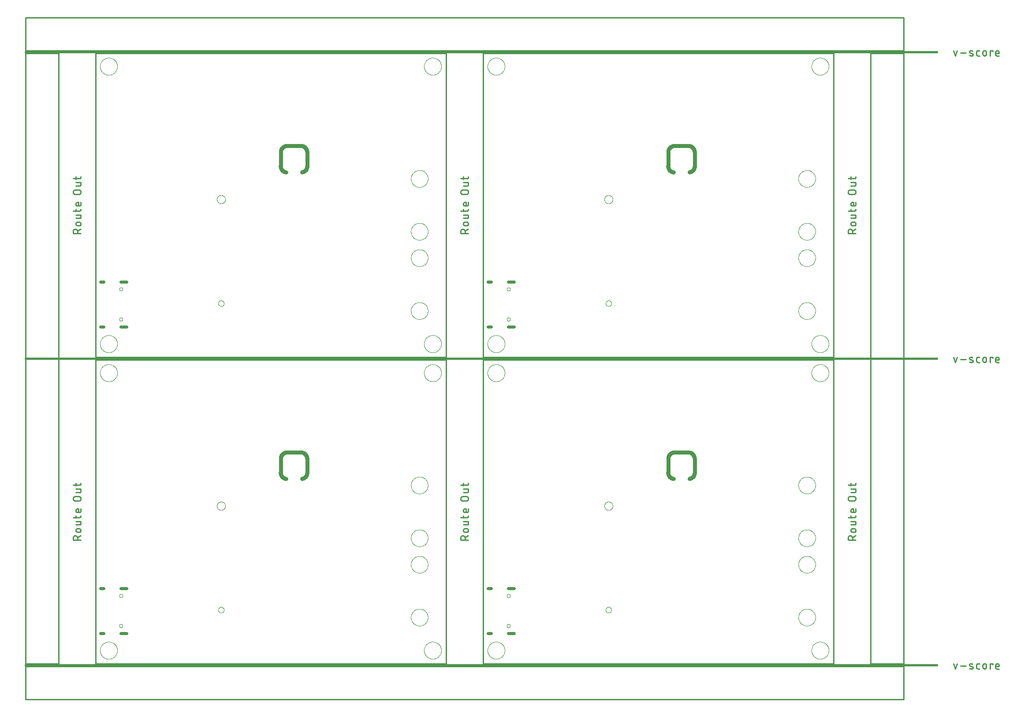
<source format=gko>
G04 EAGLE Gerber RS-274X export*
G75*
%MOMM*%
%FSLAX34Y34*%
%LPD*%
%IN*%
%IPPOS*%
%AMOC8*
5,1,8,0,0,1.08239X$1,22.5*%
G01*
%ADD10C,0.254000*%
%ADD11C,0.762000*%
%ADD12C,0.050800*%
%ADD13C,0.279400*%
%ADD14C,0.381000*%
%ADD15C,0.000000*%
%ADD16C,0.600000*%


D10*
X0Y0D02*
X0Y584200D01*
X673100Y584200D01*
X673100Y0D01*
X0Y0D01*
D11*
X365760Y355600D02*
X365480Y355635D01*
X365201Y355676D01*
X364923Y355725D01*
X364646Y355780D01*
X364370Y355842D01*
X364097Y355910D01*
X363825Y355986D01*
X363555Y356068D01*
X363287Y356156D01*
X363021Y356251D01*
X362758Y356353D01*
X362497Y356461D01*
X362239Y356576D01*
X361984Y356696D01*
X361732Y356823D01*
X361483Y356956D01*
X361237Y357096D01*
X360995Y357241D01*
X360757Y357392D01*
X360522Y357549D01*
X360291Y357711D01*
X360065Y357879D01*
X359842Y358053D01*
X359624Y358232D01*
X359410Y358417D01*
X359201Y358606D01*
X358997Y358801D01*
X358797Y359000D01*
X358603Y359205D01*
X358413Y359414D01*
X358229Y359628D01*
X358050Y359846D01*
X357876Y360069D01*
X357708Y360295D01*
X357546Y360526D01*
X357389Y360761D01*
X357238Y360999D01*
X357093Y361241D01*
X356954Y361487D01*
X356821Y361736D01*
X356694Y361988D01*
X356574Y362243D01*
X356459Y362501D01*
X356351Y362762D01*
X356250Y363025D01*
X356155Y363291D01*
X356066Y363559D01*
X355984Y363829D01*
X355909Y364101D01*
X355841Y364375D01*
X355779Y364651D01*
X355724Y364927D01*
X355676Y365206D01*
X355634Y365485D01*
X355600Y365765D01*
X355572Y366046D01*
X355551Y366327D01*
X355538Y366609D01*
X355531Y366891D01*
X355531Y367174D01*
X355538Y367456D01*
X355552Y367738D01*
X355573Y368019D01*
X355600Y368300D01*
X355600Y393700D01*
X355604Y394007D01*
X355615Y394314D01*
X355633Y394620D01*
X355659Y394926D01*
X355693Y395231D01*
X355733Y395535D01*
X355781Y395838D01*
X355837Y396140D01*
X355899Y396440D01*
X355969Y396739D01*
X356046Y397036D01*
X356130Y397332D01*
X356222Y397625D01*
X356320Y397915D01*
X356425Y398203D01*
X356538Y398489D01*
X356657Y398772D01*
X356783Y399052D01*
X356915Y399329D01*
X357055Y399602D01*
X357201Y399872D01*
X357353Y400138D01*
X357512Y400401D01*
X357677Y400660D01*
X357848Y400914D01*
X358025Y401165D01*
X358209Y401411D01*
X358398Y401653D01*
X358593Y401889D01*
X358794Y402122D01*
X359000Y402349D01*
X359212Y402571D01*
X359429Y402788D01*
X359651Y403000D01*
X359878Y403206D01*
X360111Y403407D01*
X360347Y403602D01*
X360589Y403791D01*
X360835Y403975D01*
X361086Y404152D01*
X361340Y404323D01*
X361599Y404488D01*
X361862Y404647D01*
X362128Y404799D01*
X362398Y404945D01*
X362671Y405085D01*
X362948Y405217D01*
X363228Y405343D01*
X363511Y405462D01*
X363797Y405575D01*
X364085Y405680D01*
X364375Y405778D01*
X364668Y405870D01*
X364964Y405954D01*
X365261Y406031D01*
X365560Y406101D01*
X365860Y406163D01*
X366162Y406219D01*
X366465Y406267D01*
X366769Y406307D01*
X367074Y406341D01*
X367380Y406367D01*
X367686Y406385D01*
X367993Y406396D01*
X368300Y406400D01*
X393700Y406400D01*
X394007Y406396D01*
X394314Y406385D01*
X394620Y406367D01*
X394926Y406341D01*
X395231Y406307D01*
X395535Y406267D01*
X395838Y406219D01*
X396140Y406163D01*
X396440Y406101D01*
X396739Y406031D01*
X397036Y405954D01*
X397332Y405870D01*
X397625Y405778D01*
X397915Y405680D01*
X398203Y405575D01*
X398489Y405462D01*
X398772Y405343D01*
X399052Y405217D01*
X399329Y405085D01*
X399602Y404945D01*
X399872Y404799D01*
X400138Y404647D01*
X400401Y404488D01*
X400660Y404323D01*
X400914Y404152D01*
X401165Y403975D01*
X401411Y403791D01*
X401653Y403602D01*
X401889Y403407D01*
X402122Y403206D01*
X402349Y403000D01*
X402571Y402788D01*
X402788Y402571D01*
X403000Y402349D01*
X403206Y402122D01*
X403407Y401889D01*
X403602Y401653D01*
X403791Y401411D01*
X403975Y401165D01*
X404152Y400914D01*
X404323Y400660D01*
X404488Y400401D01*
X404647Y400138D01*
X404799Y399872D01*
X404945Y399602D01*
X405085Y399329D01*
X405217Y399052D01*
X405343Y398772D01*
X405462Y398489D01*
X405575Y398203D01*
X405680Y397915D01*
X405778Y397625D01*
X405870Y397332D01*
X405954Y397036D01*
X406031Y396739D01*
X406101Y396440D01*
X406163Y396140D01*
X406219Y395838D01*
X406267Y395535D01*
X406307Y395231D01*
X406341Y394926D01*
X406367Y394620D01*
X406385Y394314D01*
X406396Y394007D01*
X406400Y393700D01*
X406400Y368300D01*
X406427Y368023D01*
X406448Y367746D01*
X406462Y367469D01*
X406469Y367191D01*
X406469Y366913D01*
X406463Y366635D01*
X406450Y366358D01*
X406431Y366080D01*
X406404Y365804D01*
X406371Y365528D01*
X406332Y365253D01*
X406286Y364979D01*
X406233Y364706D01*
X406173Y364434D01*
X406107Y364164D01*
X406035Y363896D01*
X405956Y363630D01*
X405870Y363365D01*
X405779Y363103D01*
X405681Y362843D01*
X405576Y362585D01*
X405466Y362330D01*
X405349Y362078D01*
X405227Y361829D01*
X405098Y361582D01*
X404963Y361339D01*
X404823Y361099D01*
X404677Y360863D01*
X404525Y360630D01*
X404367Y360401D01*
X404204Y360176D01*
X404036Y359955D01*
X403863Y359738D01*
X403684Y359525D01*
X403500Y359317D01*
X403311Y359113D01*
X403117Y358914D01*
X402919Y358719D01*
X402716Y358530D01*
X402508Y358345D01*
X402296Y358165D01*
X402080Y357991D01*
X401859Y357822D01*
X401635Y357658D01*
X401406Y357500D01*
X401174Y357347D01*
X400938Y357200D01*
X400699Y357059D01*
X400456Y356923D01*
X400210Y356793D01*
X399962Y356670D01*
X399710Y356552D01*
X399455Y356441D01*
X399198Y356335D01*
X398938Y356236D01*
X398676Y356144D01*
X398412Y356057D01*
X398146Y355977D01*
X397878Y355904D01*
X397608Y355837D01*
X397337Y355776D01*
X397065Y355722D01*
X396791Y355675D01*
X396516Y355634D01*
X396240Y355600D01*
D12*
X368554Y406654D02*
X368554Y408686D01*
X369118Y408686D01*
X369165Y408684D01*
X369211Y408678D01*
X369256Y408669D01*
X369301Y408655D01*
X369345Y408638D01*
X369386Y408618D01*
X369426Y408594D01*
X369464Y408567D01*
X369500Y408537D01*
X369533Y408504D01*
X369563Y408468D01*
X369590Y408430D01*
X369614Y408390D01*
X369634Y408349D01*
X369651Y408305D01*
X369665Y408260D01*
X369674Y408215D01*
X369680Y408169D01*
X369682Y408122D01*
X369680Y408075D01*
X369674Y408029D01*
X369665Y407984D01*
X369651Y407939D01*
X369634Y407895D01*
X369614Y407854D01*
X369590Y407814D01*
X369563Y407776D01*
X369533Y407740D01*
X369500Y407707D01*
X369464Y407677D01*
X369426Y407650D01*
X369386Y407626D01*
X369345Y407606D01*
X369301Y407589D01*
X369256Y407575D01*
X369211Y407566D01*
X369165Y407560D01*
X369118Y407558D01*
X369118Y407557D02*
X368554Y407557D01*
X369231Y407557D02*
X369683Y406654D01*
X370814Y407218D02*
X370814Y408122D01*
X370815Y408122D02*
X370817Y408169D01*
X370823Y408215D01*
X370832Y408260D01*
X370846Y408305D01*
X370863Y408349D01*
X370883Y408390D01*
X370907Y408430D01*
X370934Y408468D01*
X370964Y408504D01*
X370997Y408537D01*
X371033Y408567D01*
X371071Y408594D01*
X371111Y408618D01*
X371152Y408638D01*
X371196Y408655D01*
X371241Y408669D01*
X371286Y408678D01*
X371332Y408684D01*
X371379Y408686D01*
X371426Y408684D01*
X371472Y408678D01*
X371517Y408669D01*
X371562Y408655D01*
X371606Y408638D01*
X371647Y408618D01*
X371687Y408594D01*
X371725Y408567D01*
X371761Y408537D01*
X371794Y408504D01*
X371824Y408468D01*
X371851Y408430D01*
X371875Y408390D01*
X371895Y408349D01*
X371912Y408305D01*
X371926Y408260D01*
X371935Y408215D01*
X371941Y408169D01*
X371943Y408122D01*
X371943Y407218D01*
X371941Y407171D01*
X371935Y407125D01*
X371926Y407080D01*
X371912Y407035D01*
X371895Y406991D01*
X371875Y406950D01*
X371851Y406910D01*
X371824Y406872D01*
X371794Y406836D01*
X371761Y406803D01*
X371725Y406773D01*
X371687Y406746D01*
X371647Y406722D01*
X371606Y406702D01*
X371562Y406685D01*
X371517Y406671D01*
X371472Y406662D01*
X371426Y406656D01*
X371379Y406654D01*
X371332Y406656D01*
X371286Y406662D01*
X371241Y406671D01*
X371196Y406685D01*
X371152Y406702D01*
X371111Y406722D01*
X371071Y406746D01*
X371033Y406773D01*
X370997Y406803D01*
X370964Y406836D01*
X370934Y406872D01*
X370907Y406910D01*
X370883Y406950D01*
X370863Y406991D01*
X370846Y407035D01*
X370832Y407080D01*
X370823Y407125D01*
X370817Y407171D01*
X370815Y407218D01*
X373176Y407218D02*
X373176Y408686D01*
X373177Y407218D02*
X373179Y407171D01*
X373185Y407125D01*
X373194Y407080D01*
X373208Y407035D01*
X373225Y406991D01*
X373245Y406950D01*
X373269Y406910D01*
X373296Y406872D01*
X373326Y406836D01*
X373359Y406803D01*
X373395Y406773D01*
X373433Y406746D01*
X373473Y406722D01*
X373514Y406702D01*
X373558Y406685D01*
X373603Y406671D01*
X373648Y406662D01*
X373694Y406656D01*
X373741Y406654D01*
X373788Y406656D01*
X373834Y406662D01*
X373879Y406671D01*
X373924Y406685D01*
X373968Y406702D01*
X374009Y406722D01*
X374049Y406746D01*
X374087Y406773D01*
X374123Y406803D01*
X374156Y406836D01*
X374186Y406872D01*
X374213Y406910D01*
X374237Y406950D01*
X374257Y406991D01*
X374274Y407035D01*
X374288Y407080D01*
X374297Y407125D01*
X374303Y407171D01*
X374305Y407218D01*
X374305Y408686D01*
X375951Y408686D02*
X375951Y406654D01*
X376515Y408686D02*
X375386Y408686D01*
X377604Y406654D02*
X378507Y406654D01*
X377604Y406654D02*
X377604Y408686D01*
X378507Y408686D01*
X378281Y407783D02*
X377604Y407783D01*
X380720Y408122D02*
X380720Y407218D01*
X380721Y408122D02*
X380723Y408169D01*
X380729Y408215D01*
X380738Y408260D01*
X380752Y408305D01*
X380769Y408349D01*
X380789Y408390D01*
X380813Y408430D01*
X380840Y408468D01*
X380870Y408504D01*
X380903Y408537D01*
X380939Y408567D01*
X380977Y408594D01*
X381017Y408618D01*
X381058Y408638D01*
X381102Y408655D01*
X381147Y408669D01*
X381192Y408678D01*
X381238Y408684D01*
X381285Y408686D01*
X381332Y408684D01*
X381378Y408678D01*
X381423Y408669D01*
X381468Y408655D01*
X381512Y408638D01*
X381553Y408618D01*
X381593Y408594D01*
X381631Y408567D01*
X381667Y408537D01*
X381700Y408504D01*
X381730Y408468D01*
X381757Y408430D01*
X381781Y408390D01*
X381801Y408349D01*
X381818Y408305D01*
X381832Y408260D01*
X381841Y408215D01*
X381847Y408169D01*
X381849Y408122D01*
X381849Y407218D01*
X381847Y407171D01*
X381841Y407125D01*
X381832Y407080D01*
X381818Y407035D01*
X381801Y406991D01*
X381781Y406950D01*
X381757Y406910D01*
X381730Y406872D01*
X381700Y406836D01*
X381667Y406803D01*
X381631Y406773D01*
X381593Y406746D01*
X381553Y406722D01*
X381512Y406702D01*
X381468Y406685D01*
X381423Y406671D01*
X381378Y406662D01*
X381332Y406656D01*
X381285Y406654D01*
X381238Y406656D01*
X381192Y406662D01*
X381147Y406671D01*
X381102Y406685D01*
X381058Y406702D01*
X381017Y406722D01*
X380977Y406746D01*
X380939Y406773D01*
X380903Y406803D01*
X380870Y406836D01*
X380840Y406872D01*
X380813Y406910D01*
X380789Y406950D01*
X380769Y406991D01*
X380752Y407035D01*
X380738Y407080D01*
X380729Y407125D01*
X380723Y407171D01*
X380721Y407218D01*
X383082Y407218D02*
X383082Y408686D01*
X383083Y407218D02*
X383085Y407171D01*
X383091Y407125D01*
X383100Y407080D01*
X383114Y407035D01*
X383131Y406991D01*
X383151Y406950D01*
X383175Y406910D01*
X383202Y406872D01*
X383232Y406836D01*
X383265Y406803D01*
X383301Y406773D01*
X383339Y406746D01*
X383379Y406722D01*
X383420Y406702D01*
X383464Y406685D01*
X383509Y406671D01*
X383554Y406662D01*
X383600Y406656D01*
X383647Y406654D01*
X383694Y406656D01*
X383740Y406662D01*
X383785Y406671D01*
X383830Y406685D01*
X383874Y406702D01*
X383915Y406722D01*
X383955Y406746D01*
X383993Y406773D01*
X384029Y406803D01*
X384062Y406836D01*
X384092Y406872D01*
X384119Y406910D01*
X384143Y406950D01*
X384163Y406991D01*
X384180Y407035D01*
X384194Y407080D01*
X384203Y407125D01*
X384209Y407171D01*
X384211Y407218D01*
X384211Y408686D01*
X385857Y408686D02*
X385857Y406654D01*
X386421Y408686D02*
X385292Y408686D01*
X355346Y368554D02*
X353314Y368554D01*
X353314Y369118D01*
X353316Y369165D01*
X353322Y369211D01*
X353331Y369256D01*
X353345Y369301D01*
X353362Y369345D01*
X353382Y369386D01*
X353406Y369426D01*
X353433Y369464D01*
X353463Y369500D01*
X353496Y369533D01*
X353532Y369563D01*
X353570Y369590D01*
X353610Y369614D01*
X353651Y369634D01*
X353695Y369651D01*
X353740Y369665D01*
X353785Y369674D01*
X353831Y369680D01*
X353878Y369682D01*
X353925Y369680D01*
X353971Y369674D01*
X354016Y369665D01*
X354061Y369651D01*
X354105Y369634D01*
X354146Y369614D01*
X354186Y369590D01*
X354224Y369563D01*
X354260Y369533D01*
X354293Y369500D01*
X354323Y369464D01*
X354350Y369426D01*
X354374Y369386D01*
X354394Y369345D01*
X354411Y369301D01*
X354425Y369256D01*
X354434Y369211D01*
X354440Y369165D01*
X354442Y369118D01*
X354443Y369118D02*
X354443Y368554D01*
X354443Y369231D02*
X355346Y369683D01*
X354782Y370814D02*
X353878Y370814D01*
X353878Y370815D02*
X353831Y370817D01*
X353785Y370823D01*
X353740Y370832D01*
X353695Y370846D01*
X353651Y370863D01*
X353610Y370883D01*
X353570Y370907D01*
X353532Y370934D01*
X353496Y370964D01*
X353463Y370997D01*
X353433Y371033D01*
X353406Y371071D01*
X353382Y371111D01*
X353362Y371152D01*
X353345Y371196D01*
X353331Y371241D01*
X353322Y371286D01*
X353316Y371332D01*
X353314Y371379D01*
X353316Y371426D01*
X353322Y371472D01*
X353331Y371517D01*
X353345Y371562D01*
X353362Y371606D01*
X353382Y371647D01*
X353406Y371687D01*
X353433Y371725D01*
X353463Y371761D01*
X353496Y371794D01*
X353532Y371824D01*
X353570Y371851D01*
X353610Y371875D01*
X353651Y371895D01*
X353695Y371912D01*
X353740Y371926D01*
X353785Y371935D01*
X353831Y371941D01*
X353878Y371943D01*
X354782Y371943D01*
X354829Y371941D01*
X354875Y371935D01*
X354920Y371926D01*
X354965Y371912D01*
X355009Y371895D01*
X355050Y371875D01*
X355090Y371851D01*
X355128Y371824D01*
X355164Y371794D01*
X355197Y371761D01*
X355227Y371725D01*
X355254Y371687D01*
X355278Y371647D01*
X355298Y371606D01*
X355315Y371562D01*
X355329Y371517D01*
X355338Y371472D01*
X355344Y371426D01*
X355346Y371379D01*
X355344Y371332D01*
X355338Y371286D01*
X355329Y371241D01*
X355315Y371196D01*
X355298Y371152D01*
X355278Y371111D01*
X355254Y371071D01*
X355227Y371033D01*
X355197Y370997D01*
X355164Y370964D01*
X355128Y370934D01*
X355090Y370907D01*
X355050Y370883D01*
X355009Y370863D01*
X354965Y370846D01*
X354920Y370832D01*
X354875Y370823D01*
X354829Y370817D01*
X354782Y370815D01*
X354782Y373176D02*
X353314Y373176D01*
X354782Y373177D02*
X354829Y373179D01*
X354875Y373185D01*
X354920Y373194D01*
X354965Y373208D01*
X355009Y373225D01*
X355050Y373245D01*
X355090Y373269D01*
X355128Y373296D01*
X355164Y373326D01*
X355197Y373359D01*
X355227Y373395D01*
X355254Y373433D01*
X355278Y373473D01*
X355298Y373514D01*
X355315Y373558D01*
X355329Y373603D01*
X355338Y373648D01*
X355344Y373694D01*
X355346Y373741D01*
X355344Y373788D01*
X355338Y373834D01*
X355329Y373879D01*
X355315Y373924D01*
X355298Y373968D01*
X355278Y374009D01*
X355254Y374049D01*
X355227Y374087D01*
X355197Y374123D01*
X355164Y374156D01*
X355128Y374186D01*
X355090Y374213D01*
X355050Y374237D01*
X355009Y374257D01*
X354965Y374274D01*
X354920Y374288D01*
X354875Y374297D01*
X354829Y374303D01*
X354782Y374305D01*
X353314Y374305D01*
X353314Y375951D02*
X355346Y375951D01*
X353314Y376515D02*
X353314Y375386D01*
X355346Y377604D02*
X355346Y378507D01*
X355346Y377604D02*
X353314Y377604D01*
X353314Y378507D01*
X354217Y378281D02*
X354217Y377604D01*
X353878Y380720D02*
X354782Y380720D01*
X353878Y380721D02*
X353831Y380723D01*
X353785Y380729D01*
X353740Y380738D01*
X353695Y380752D01*
X353651Y380769D01*
X353610Y380789D01*
X353570Y380813D01*
X353532Y380840D01*
X353496Y380870D01*
X353463Y380903D01*
X353433Y380939D01*
X353406Y380977D01*
X353382Y381017D01*
X353362Y381058D01*
X353345Y381102D01*
X353331Y381147D01*
X353322Y381192D01*
X353316Y381238D01*
X353314Y381285D01*
X353316Y381332D01*
X353322Y381378D01*
X353331Y381423D01*
X353345Y381468D01*
X353362Y381512D01*
X353382Y381553D01*
X353406Y381593D01*
X353433Y381631D01*
X353463Y381667D01*
X353496Y381700D01*
X353532Y381730D01*
X353570Y381757D01*
X353610Y381781D01*
X353651Y381801D01*
X353695Y381818D01*
X353740Y381832D01*
X353785Y381841D01*
X353831Y381847D01*
X353878Y381849D01*
X354782Y381849D01*
X354829Y381847D01*
X354875Y381841D01*
X354920Y381832D01*
X354965Y381818D01*
X355009Y381801D01*
X355050Y381781D01*
X355090Y381757D01*
X355128Y381730D01*
X355164Y381700D01*
X355197Y381667D01*
X355227Y381631D01*
X355254Y381593D01*
X355278Y381553D01*
X355298Y381512D01*
X355315Y381468D01*
X355329Y381423D01*
X355338Y381378D01*
X355344Y381332D01*
X355346Y381285D01*
X355344Y381238D01*
X355338Y381192D01*
X355329Y381147D01*
X355315Y381102D01*
X355298Y381058D01*
X355278Y381017D01*
X355254Y380977D01*
X355227Y380939D01*
X355197Y380903D01*
X355164Y380870D01*
X355128Y380840D01*
X355090Y380813D01*
X355050Y380789D01*
X355009Y380769D01*
X354965Y380752D01*
X354920Y380738D01*
X354875Y380729D01*
X354829Y380723D01*
X354782Y380721D01*
X354782Y383082D02*
X353314Y383082D01*
X354782Y383083D02*
X354829Y383085D01*
X354875Y383091D01*
X354920Y383100D01*
X354965Y383114D01*
X355009Y383131D01*
X355050Y383151D01*
X355090Y383175D01*
X355128Y383202D01*
X355164Y383232D01*
X355197Y383265D01*
X355227Y383301D01*
X355254Y383339D01*
X355278Y383379D01*
X355298Y383420D01*
X355315Y383464D01*
X355329Y383509D01*
X355338Y383554D01*
X355344Y383600D01*
X355346Y383647D01*
X355344Y383694D01*
X355338Y383740D01*
X355329Y383785D01*
X355315Y383830D01*
X355298Y383874D01*
X355278Y383915D01*
X355254Y383955D01*
X355227Y383993D01*
X355197Y384029D01*
X355164Y384062D01*
X355128Y384092D01*
X355090Y384119D01*
X355050Y384143D01*
X355009Y384163D01*
X354965Y384180D01*
X354920Y384194D01*
X354875Y384203D01*
X354829Y384209D01*
X354782Y384211D01*
X353314Y384211D01*
X353314Y385857D02*
X355346Y385857D01*
X353314Y386421D02*
X353314Y385292D01*
X406654Y375579D02*
X408686Y375579D01*
X406654Y375579D02*
X406654Y376144D01*
X406656Y376191D01*
X406662Y376237D01*
X406671Y376282D01*
X406685Y376327D01*
X406702Y376371D01*
X406722Y376412D01*
X406746Y376452D01*
X406773Y376490D01*
X406803Y376526D01*
X406836Y376559D01*
X406872Y376589D01*
X406910Y376616D01*
X406950Y376640D01*
X406991Y376660D01*
X407035Y376677D01*
X407080Y376691D01*
X407125Y376700D01*
X407171Y376706D01*
X407218Y376708D01*
X407265Y376706D01*
X407311Y376700D01*
X407356Y376691D01*
X407401Y376677D01*
X407445Y376660D01*
X407486Y376640D01*
X407526Y376616D01*
X407564Y376589D01*
X407600Y376559D01*
X407633Y376526D01*
X407663Y376490D01*
X407690Y376452D01*
X407714Y376412D01*
X407734Y376371D01*
X407751Y376327D01*
X407765Y376282D01*
X407774Y376237D01*
X407780Y376191D01*
X407782Y376144D01*
X407783Y376144D02*
X407783Y375579D01*
X407783Y376256D02*
X408686Y376708D01*
X408122Y377839D02*
X407218Y377839D01*
X407218Y377840D02*
X407171Y377842D01*
X407125Y377848D01*
X407080Y377857D01*
X407035Y377871D01*
X406991Y377888D01*
X406950Y377908D01*
X406910Y377932D01*
X406872Y377959D01*
X406836Y377989D01*
X406803Y378022D01*
X406773Y378058D01*
X406746Y378096D01*
X406722Y378136D01*
X406702Y378177D01*
X406685Y378221D01*
X406671Y378266D01*
X406662Y378311D01*
X406656Y378357D01*
X406654Y378404D01*
X406656Y378451D01*
X406662Y378497D01*
X406671Y378542D01*
X406685Y378587D01*
X406702Y378631D01*
X406722Y378672D01*
X406746Y378712D01*
X406773Y378750D01*
X406803Y378786D01*
X406836Y378819D01*
X406872Y378849D01*
X406910Y378876D01*
X406950Y378900D01*
X406991Y378920D01*
X407035Y378937D01*
X407080Y378951D01*
X407125Y378960D01*
X407171Y378966D01*
X407218Y378968D01*
X408122Y378968D01*
X408169Y378966D01*
X408215Y378960D01*
X408260Y378951D01*
X408305Y378937D01*
X408349Y378920D01*
X408390Y378900D01*
X408430Y378876D01*
X408468Y378849D01*
X408504Y378819D01*
X408537Y378786D01*
X408567Y378750D01*
X408594Y378712D01*
X408618Y378672D01*
X408638Y378631D01*
X408655Y378587D01*
X408669Y378542D01*
X408678Y378497D01*
X408684Y378451D01*
X408686Y378404D01*
X408684Y378357D01*
X408678Y378311D01*
X408669Y378266D01*
X408655Y378221D01*
X408638Y378177D01*
X408618Y378136D01*
X408594Y378096D01*
X408567Y378058D01*
X408537Y378022D01*
X408504Y377989D01*
X408468Y377959D01*
X408430Y377932D01*
X408390Y377908D01*
X408349Y377888D01*
X408305Y377871D01*
X408260Y377857D01*
X408215Y377848D01*
X408169Y377842D01*
X408122Y377840D01*
X408122Y380201D02*
X406654Y380201D01*
X408122Y380202D02*
X408169Y380204D01*
X408215Y380210D01*
X408260Y380219D01*
X408305Y380233D01*
X408349Y380250D01*
X408390Y380270D01*
X408430Y380294D01*
X408468Y380321D01*
X408504Y380351D01*
X408537Y380384D01*
X408567Y380420D01*
X408594Y380458D01*
X408618Y380498D01*
X408638Y380539D01*
X408655Y380583D01*
X408669Y380628D01*
X408678Y380673D01*
X408684Y380719D01*
X408686Y380766D01*
X408684Y380813D01*
X408678Y380859D01*
X408669Y380904D01*
X408655Y380949D01*
X408638Y380993D01*
X408618Y381034D01*
X408594Y381074D01*
X408567Y381112D01*
X408537Y381148D01*
X408504Y381181D01*
X408468Y381211D01*
X408430Y381238D01*
X408390Y381262D01*
X408349Y381282D01*
X408305Y381299D01*
X408260Y381313D01*
X408215Y381322D01*
X408169Y381328D01*
X408122Y381330D01*
X406654Y381330D01*
X406654Y382976D02*
X408686Y382976D01*
X406654Y383540D02*
X406654Y382411D01*
X408686Y384629D02*
X408686Y385532D01*
X408686Y384629D02*
X406654Y384629D01*
X406654Y385532D01*
X407557Y385306D02*
X407557Y384629D01*
X407218Y387745D02*
X408122Y387745D01*
X407218Y387746D02*
X407171Y387748D01*
X407125Y387754D01*
X407080Y387763D01*
X407035Y387777D01*
X406991Y387794D01*
X406950Y387814D01*
X406910Y387838D01*
X406872Y387865D01*
X406836Y387895D01*
X406803Y387928D01*
X406773Y387964D01*
X406746Y388002D01*
X406722Y388042D01*
X406702Y388083D01*
X406685Y388127D01*
X406671Y388172D01*
X406662Y388217D01*
X406656Y388263D01*
X406654Y388310D01*
X406656Y388357D01*
X406662Y388403D01*
X406671Y388448D01*
X406685Y388493D01*
X406702Y388537D01*
X406722Y388578D01*
X406746Y388618D01*
X406773Y388656D01*
X406803Y388692D01*
X406836Y388725D01*
X406872Y388755D01*
X406910Y388782D01*
X406950Y388806D01*
X406991Y388826D01*
X407035Y388843D01*
X407080Y388857D01*
X407125Y388866D01*
X407171Y388872D01*
X407218Y388874D01*
X408122Y388874D01*
X408169Y388872D01*
X408215Y388866D01*
X408260Y388857D01*
X408305Y388843D01*
X408349Y388826D01*
X408390Y388806D01*
X408430Y388782D01*
X408468Y388755D01*
X408504Y388725D01*
X408537Y388692D01*
X408567Y388656D01*
X408594Y388618D01*
X408618Y388578D01*
X408638Y388537D01*
X408655Y388493D01*
X408669Y388448D01*
X408678Y388403D01*
X408684Y388357D01*
X408686Y388310D01*
X408684Y388263D01*
X408678Y388217D01*
X408669Y388172D01*
X408655Y388127D01*
X408638Y388083D01*
X408618Y388042D01*
X408594Y388002D01*
X408567Y387964D01*
X408537Y387928D01*
X408504Y387895D01*
X408468Y387865D01*
X408430Y387838D01*
X408390Y387814D01*
X408349Y387794D01*
X408305Y387777D01*
X408260Y387763D01*
X408215Y387754D01*
X408169Y387748D01*
X408122Y387746D01*
X408122Y390107D02*
X406654Y390107D01*
X408122Y390108D02*
X408169Y390110D01*
X408215Y390116D01*
X408260Y390125D01*
X408305Y390139D01*
X408349Y390156D01*
X408390Y390176D01*
X408430Y390200D01*
X408468Y390227D01*
X408504Y390257D01*
X408537Y390290D01*
X408567Y390326D01*
X408594Y390364D01*
X408618Y390404D01*
X408638Y390445D01*
X408655Y390489D01*
X408669Y390534D01*
X408678Y390579D01*
X408684Y390625D01*
X408686Y390672D01*
X408684Y390719D01*
X408678Y390765D01*
X408669Y390810D01*
X408655Y390855D01*
X408638Y390899D01*
X408618Y390940D01*
X408594Y390980D01*
X408567Y391018D01*
X408537Y391054D01*
X408504Y391087D01*
X408468Y391117D01*
X408430Y391144D01*
X408390Y391168D01*
X408349Y391188D01*
X408305Y391205D01*
X408260Y391219D01*
X408215Y391228D01*
X408169Y391234D01*
X408122Y391236D01*
X406654Y391236D01*
X406654Y392882D02*
X408686Y392882D01*
X406654Y393446D02*
X406654Y392317D01*
D13*
X-28067Y237604D02*
X-43053Y237604D01*
X-43053Y241767D01*
X-43051Y241895D01*
X-43045Y242023D01*
X-43035Y242151D01*
X-43021Y242279D01*
X-43004Y242406D01*
X-42982Y242532D01*
X-42957Y242658D01*
X-42927Y242782D01*
X-42894Y242906D01*
X-42857Y243029D01*
X-42816Y243151D01*
X-42772Y243271D01*
X-42724Y243390D01*
X-42672Y243507D01*
X-42617Y243623D01*
X-42558Y243736D01*
X-42495Y243849D01*
X-42429Y243959D01*
X-42360Y244066D01*
X-42288Y244172D01*
X-42212Y244276D01*
X-42133Y244377D01*
X-42051Y244476D01*
X-41966Y244572D01*
X-41879Y244665D01*
X-41788Y244756D01*
X-41695Y244843D01*
X-41599Y244928D01*
X-41500Y245010D01*
X-41399Y245089D01*
X-41295Y245165D01*
X-41189Y245237D01*
X-41082Y245306D01*
X-40971Y245372D01*
X-40859Y245435D01*
X-40746Y245494D01*
X-40630Y245549D01*
X-40513Y245601D01*
X-40394Y245649D01*
X-40274Y245693D01*
X-40152Y245734D01*
X-40029Y245771D01*
X-39905Y245804D01*
X-39781Y245834D01*
X-39655Y245859D01*
X-39529Y245881D01*
X-39402Y245898D01*
X-39274Y245912D01*
X-39146Y245922D01*
X-39018Y245928D01*
X-38890Y245930D01*
X-38762Y245928D01*
X-38634Y245922D01*
X-38506Y245912D01*
X-38378Y245898D01*
X-38251Y245881D01*
X-38125Y245859D01*
X-37999Y245834D01*
X-37875Y245804D01*
X-37751Y245771D01*
X-37628Y245734D01*
X-37506Y245693D01*
X-37386Y245649D01*
X-37267Y245601D01*
X-37150Y245549D01*
X-37034Y245494D01*
X-36921Y245435D01*
X-36809Y245372D01*
X-36698Y245306D01*
X-36591Y245237D01*
X-36485Y245165D01*
X-36381Y245089D01*
X-36280Y245010D01*
X-36181Y244928D01*
X-36085Y244843D01*
X-35992Y244756D01*
X-35901Y244665D01*
X-35814Y244572D01*
X-35729Y244476D01*
X-35647Y244377D01*
X-35568Y244276D01*
X-35492Y244172D01*
X-35420Y244066D01*
X-35351Y243959D01*
X-35285Y243849D01*
X-35222Y243736D01*
X-35163Y243623D01*
X-35108Y243507D01*
X-35056Y243390D01*
X-35008Y243271D01*
X-34964Y243151D01*
X-34923Y243029D01*
X-34886Y242906D01*
X-34853Y242782D01*
X-34823Y242658D01*
X-34798Y242532D01*
X-34776Y242406D01*
X-34759Y242279D01*
X-34745Y242151D01*
X-34735Y242023D01*
X-34729Y241895D01*
X-34727Y241767D01*
X-34727Y237604D01*
X-34727Y242599D02*
X-28067Y245929D01*
X-31397Y252888D02*
X-34727Y252888D01*
X-34841Y252890D01*
X-34954Y252896D01*
X-35068Y252905D01*
X-35180Y252919D01*
X-35293Y252936D01*
X-35405Y252958D01*
X-35515Y252983D01*
X-35625Y253011D01*
X-35734Y253044D01*
X-35842Y253080D01*
X-35949Y253120D01*
X-36054Y253164D01*
X-36157Y253211D01*
X-36259Y253261D01*
X-36359Y253315D01*
X-36457Y253373D01*
X-36553Y253434D01*
X-36647Y253497D01*
X-36739Y253565D01*
X-36829Y253635D01*
X-36915Y253708D01*
X-37000Y253784D01*
X-37082Y253863D01*
X-37161Y253945D01*
X-37237Y254030D01*
X-37310Y254116D01*
X-37380Y254206D01*
X-37448Y254298D01*
X-37511Y254392D01*
X-37572Y254488D01*
X-37630Y254586D01*
X-37684Y254686D01*
X-37734Y254788D01*
X-37781Y254891D01*
X-37825Y254996D01*
X-37865Y255103D01*
X-37901Y255211D01*
X-37934Y255320D01*
X-37962Y255430D01*
X-37987Y255540D01*
X-38009Y255652D01*
X-38026Y255765D01*
X-38040Y255877D01*
X-38049Y255991D01*
X-38055Y256104D01*
X-38057Y256218D01*
X-38055Y256332D01*
X-38049Y256445D01*
X-38040Y256559D01*
X-38026Y256671D01*
X-38009Y256784D01*
X-37987Y256896D01*
X-37962Y257006D01*
X-37934Y257116D01*
X-37901Y257225D01*
X-37865Y257333D01*
X-37825Y257440D01*
X-37781Y257545D01*
X-37734Y257648D01*
X-37684Y257750D01*
X-37630Y257850D01*
X-37572Y257948D01*
X-37511Y258044D01*
X-37448Y258138D01*
X-37380Y258230D01*
X-37310Y258320D01*
X-37237Y258406D01*
X-37161Y258491D01*
X-37082Y258573D01*
X-37000Y258652D01*
X-36915Y258728D01*
X-36829Y258801D01*
X-36739Y258871D01*
X-36647Y258939D01*
X-36553Y259002D01*
X-36457Y259063D01*
X-36359Y259121D01*
X-36259Y259175D01*
X-36157Y259225D01*
X-36054Y259272D01*
X-35949Y259316D01*
X-35842Y259356D01*
X-35734Y259392D01*
X-35625Y259425D01*
X-35515Y259453D01*
X-35405Y259478D01*
X-35293Y259500D01*
X-35180Y259517D01*
X-35068Y259531D01*
X-34954Y259540D01*
X-34841Y259546D01*
X-34727Y259548D01*
X-31397Y259548D01*
X-31283Y259546D01*
X-31170Y259540D01*
X-31056Y259531D01*
X-30944Y259517D01*
X-30831Y259500D01*
X-30719Y259478D01*
X-30609Y259453D01*
X-30499Y259425D01*
X-30390Y259392D01*
X-30282Y259356D01*
X-30175Y259316D01*
X-30070Y259272D01*
X-29967Y259225D01*
X-29865Y259175D01*
X-29765Y259121D01*
X-29667Y259063D01*
X-29571Y259002D01*
X-29477Y258939D01*
X-29385Y258871D01*
X-29295Y258801D01*
X-29209Y258728D01*
X-29124Y258652D01*
X-29042Y258573D01*
X-28963Y258491D01*
X-28887Y258406D01*
X-28814Y258320D01*
X-28744Y258230D01*
X-28676Y258138D01*
X-28613Y258044D01*
X-28552Y257948D01*
X-28494Y257850D01*
X-28440Y257750D01*
X-28390Y257648D01*
X-28343Y257545D01*
X-28299Y257440D01*
X-28259Y257333D01*
X-28223Y257225D01*
X-28190Y257116D01*
X-28162Y257006D01*
X-28137Y256896D01*
X-28115Y256784D01*
X-28098Y256671D01*
X-28084Y256559D01*
X-28075Y256445D01*
X-28069Y256332D01*
X-28067Y256218D01*
X-28069Y256104D01*
X-28075Y255991D01*
X-28084Y255877D01*
X-28098Y255765D01*
X-28115Y255652D01*
X-28137Y255540D01*
X-28162Y255430D01*
X-28190Y255320D01*
X-28223Y255211D01*
X-28259Y255103D01*
X-28299Y254996D01*
X-28343Y254891D01*
X-28390Y254788D01*
X-28440Y254686D01*
X-28494Y254586D01*
X-28552Y254488D01*
X-28613Y254392D01*
X-28676Y254298D01*
X-28744Y254206D01*
X-28814Y254116D01*
X-28887Y254030D01*
X-28963Y253945D01*
X-29042Y253863D01*
X-29124Y253784D01*
X-29209Y253708D01*
X-29295Y253635D01*
X-29385Y253565D01*
X-29477Y253497D01*
X-29571Y253434D01*
X-29667Y253373D01*
X-29765Y253315D01*
X-29865Y253261D01*
X-29967Y253211D01*
X-30070Y253164D01*
X-30175Y253120D01*
X-30282Y253080D01*
X-30390Y253044D01*
X-30499Y253011D01*
X-30609Y252983D01*
X-30719Y252958D01*
X-30831Y252936D01*
X-30944Y252919D01*
X-31056Y252905D01*
X-31170Y252896D01*
X-31283Y252890D01*
X-31397Y252888D01*
X-30565Y266956D02*
X-38058Y266956D01*
X-30565Y266955D02*
X-30467Y266957D01*
X-30369Y266963D01*
X-30271Y266972D01*
X-30174Y266986D01*
X-30078Y267003D01*
X-29982Y267024D01*
X-29887Y267049D01*
X-29793Y267077D01*
X-29700Y267109D01*
X-29609Y267145D01*
X-29519Y267184D01*
X-29431Y267227D01*
X-29344Y267274D01*
X-29260Y267323D01*
X-29177Y267376D01*
X-29097Y267432D01*
X-29019Y267491D01*
X-28943Y267554D01*
X-28869Y267619D01*
X-28799Y267687D01*
X-28731Y267757D01*
X-28666Y267831D01*
X-28603Y267907D01*
X-28544Y267985D01*
X-28488Y268065D01*
X-28435Y268148D01*
X-28386Y268232D01*
X-28339Y268319D01*
X-28296Y268407D01*
X-28257Y268497D01*
X-28221Y268588D01*
X-28189Y268681D01*
X-28161Y268775D01*
X-28136Y268870D01*
X-28115Y268966D01*
X-28098Y269062D01*
X-28084Y269159D01*
X-28075Y269257D01*
X-28069Y269355D01*
X-28067Y269453D01*
X-28067Y273616D01*
X-38058Y273616D01*
X-38058Y279597D02*
X-38058Y284592D01*
X-43053Y281262D02*
X-30565Y281262D01*
X-30467Y281264D01*
X-30369Y281270D01*
X-30271Y281279D01*
X-30174Y281293D01*
X-30078Y281310D01*
X-29982Y281331D01*
X-29887Y281356D01*
X-29793Y281384D01*
X-29700Y281416D01*
X-29609Y281452D01*
X-29519Y281491D01*
X-29431Y281534D01*
X-29344Y281581D01*
X-29260Y281630D01*
X-29177Y281683D01*
X-29097Y281739D01*
X-29019Y281798D01*
X-28943Y281861D01*
X-28869Y281926D01*
X-28799Y281994D01*
X-28731Y282064D01*
X-28666Y282138D01*
X-28603Y282214D01*
X-28544Y282292D01*
X-28488Y282372D01*
X-28435Y282455D01*
X-28386Y282539D01*
X-28339Y282626D01*
X-28296Y282714D01*
X-28257Y282804D01*
X-28221Y282895D01*
X-28189Y282988D01*
X-28161Y283082D01*
X-28136Y283177D01*
X-28115Y283273D01*
X-28098Y283369D01*
X-28084Y283466D01*
X-28075Y283564D01*
X-28069Y283662D01*
X-28067Y283760D01*
X-28067Y284592D01*
X-28067Y293421D02*
X-28067Y297584D01*
X-28067Y293421D02*
X-28069Y293323D01*
X-28075Y293225D01*
X-28084Y293127D01*
X-28098Y293030D01*
X-28115Y292934D01*
X-28136Y292838D01*
X-28161Y292743D01*
X-28189Y292649D01*
X-28221Y292556D01*
X-28257Y292465D01*
X-28296Y292375D01*
X-28339Y292287D01*
X-28386Y292200D01*
X-28435Y292116D01*
X-28488Y292033D01*
X-28544Y291953D01*
X-28603Y291875D01*
X-28666Y291799D01*
X-28731Y291725D01*
X-28799Y291655D01*
X-28869Y291587D01*
X-28943Y291522D01*
X-29019Y291459D01*
X-29097Y291400D01*
X-29177Y291344D01*
X-29260Y291291D01*
X-29344Y291242D01*
X-29431Y291195D01*
X-29519Y291152D01*
X-29609Y291113D01*
X-29700Y291077D01*
X-29793Y291045D01*
X-29887Y291017D01*
X-29982Y290992D01*
X-30078Y290971D01*
X-30174Y290954D01*
X-30271Y290940D01*
X-30369Y290931D01*
X-30467Y290925D01*
X-30565Y290923D01*
X-30565Y290924D02*
X-34727Y290924D01*
X-34841Y290926D01*
X-34954Y290932D01*
X-35068Y290941D01*
X-35180Y290955D01*
X-35293Y290972D01*
X-35405Y290994D01*
X-35515Y291019D01*
X-35625Y291047D01*
X-35734Y291080D01*
X-35842Y291116D01*
X-35949Y291156D01*
X-36054Y291200D01*
X-36157Y291247D01*
X-36259Y291297D01*
X-36359Y291351D01*
X-36457Y291409D01*
X-36553Y291470D01*
X-36647Y291533D01*
X-36739Y291601D01*
X-36829Y291671D01*
X-36915Y291744D01*
X-37000Y291820D01*
X-37082Y291899D01*
X-37161Y291981D01*
X-37237Y292066D01*
X-37310Y292152D01*
X-37380Y292242D01*
X-37448Y292334D01*
X-37511Y292428D01*
X-37572Y292524D01*
X-37630Y292622D01*
X-37684Y292722D01*
X-37734Y292824D01*
X-37781Y292927D01*
X-37825Y293032D01*
X-37865Y293139D01*
X-37901Y293247D01*
X-37934Y293356D01*
X-37962Y293466D01*
X-37987Y293576D01*
X-38009Y293688D01*
X-38026Y293801D01*
X-38040Y293913D01*
X-38049Y294027D01*
X-38055Y294140D01*
X-38057Y294254D01*
X-38055Y294368D01*
X-38049Y294481D01*
X-38040Y294595D01*
X-38026Y294707D01*
X-38009Y294820D01*
X-37987Y294932D01*
X-37962Y295042D01*
X-37934Y295152D01*
X-37901Y295261D01*
X-37865Y295369D01*
X-37825Y295476D01*
X-37781Y295581D01*
X-37734Y295684D01*
X-37684Y295786D01*
X-37630Y295886D01*
X-37572Y295984D01*
X-37511Y296080D01*
X-37448Y296174D01*
X-37380Y296266D01*
X-37310Y296356D01*
X-37237Y296442D01*
X-37161Y296527D01*
X-37082Y296609D01*
X-37000Y296688D01*
X-36915Y296764D01*
X-36829Y296837D01*
X-36739Y296907D01*
X-36647Y296975D01*
X-36553Y297038D01*
X-36457Y297099D01*
X-36359Y297157D01*
X-36259Y297211D01*
X-36157Y297261D01*
X-36054Y297308D01*
X-35949Y297352D01*
X-35842Y297392D01*
X-35734Y297428D01*
X-35625Y297461D01*
X-35515Y297489D01*
X-35405Y297514D01*
X-35293Y297536D01*
X-35180Y297553D01*
X-35068Y297567D01*
X-34954Y297576D01*
X-34841Y297582D01*
X-34727Y297584D01*
X-33062Y297584D01*
X-33062Y290924D01*
X-32230Y313017D02*
X-38890Y313017D01*
X-39018Y313019D01*
X-39146Y313025D01*
X-39274Y313035D01*
X-39402Y313049D01*
X-39529Y313066D01*
X-39655Y313088D01*
X-39781Y313113D01*
X-39905Y313143D01*
X-40029Y313176D01*
X-40152Y313213D01*
X-40274Y313254D01*
X-40394Y313298D01*
X-40513Y313346D01*
X-40630Y313398D01*
X-40746Y313453D01*
X-40859Y313512D01*
X-40972Y313575D01*
X-41082Y313641D01*
X-41189Y313710D01*
X-41295Y313782D01*
X-41399Y313858D01*
X-41500Y313937D01*
X-41599Y314019D01*
X-41695Y314104D01*
X-41788Y314191D01*
X-41879Y314282D01*
X-41966Y314375D01*
X-42051Y314471D01*
X-42133Y314570D01*
X-42212Y314671D01*
X-42288Y314775D01*
X-42360Y314881D01*
X-42429Y314988D01*
X-42495Y315099D01*
X-42558Y315211D01*
X-42617Y315324D01*
X-42672Y315440D01*
X-42724Y315557D01*
X-42772Y315676D01*
X-42816Y315796D01*
X-42857Y315918D01*
X-42894Y316041D01*
X-42927Y316165D01*
X-42957Y316289D01*
X-42982Y316415D01*
X-43004Y316541D01*
X-43021Y316668D01*
X-43035Y316796D01*
X-43045Y316924D01*
X-43051Y317052D01*
X-43053Y317180D01*
X-43051Y317308D01*
X-43045Y317436D01*
X-43035Y317564D01*
X-43021Y317692D01*
X-43004Y317819D01*
X-42982Y317945D01*
X-42957Y318071D01*
X-42927Y318195D01*
X-42894Y318319D01*
X-42857Y318442D01*
X-42816Y318564D01*
X-42772Y318684D01*
X-42724Y318803D01*
X-42672Y318920D01*
X-42617Y319036D01*
X-42558Y319149D01*
X-42495Y319262D01*
X-42429Y319372D01*
X-42360Y319479D01*
X-42288Y319585D01*
X-42212Y319689D01*
X-42133Y319790D01*
X-42051Y319889D01*
X-41966Y319985D01*
X-41879Y320078D01*
X-41788Y320169D01*
X-41695Y320256D01*
X-41599Y320341D01*
X-41500Y320423D01*
X-41399Y320502D01*
X-41295Y320578D01*
X-41189Y320650D01*
X-41082Y320719D01*
X-40971Y320785D01*
X-40859Y320848D01*
X-40746Y320907D01*
X-40630Y320962D01*
X-40513Y321014D01*
X-40394Y321062D01*
X-40274Y321106D01*
X-40152Y321147D01*
X-40029Y321184D01*
X-39905Y321217D01*
X-39781Y321247D01*
X-39655Y321272D01*
X-39529Y321294D01*
X-39402Y321311D01*
X-39274Y321325D01*
X-39146Y321335D01*
X-39018Y321341D01*
X-38890Y321343D01*
X-38890Y321342D02*
X-32230Y321342D01*
X-32230Y321343D02*
X-32102Y321341D01*
X-31974Y321335D01*
X-31846Y321325D01*
X-31718Y321311D01*
X-31591Y321294D01*
X-31465Y321272D01*
X-31339Y321247D01*
X-31215Y321217D01*
X-31091Y321184D01*
X-30968Y321147D01*
X-30846Y321106D01*
X-30726Y321062D01*
X-30607Y321014D01*
X-30490Y320962D01*
X-30374Y320907D01*
X-30261Y320848D01*
X-30148Y320785D01*
X-30038Y320719D01*
X-29931Y320650D01*
X-29825Y320578D01*
X-29721Y320502D01*
X-29620Y320423D01*
X-29521Y320341D01*
X-29425Y320256D01*
X-29332Y320169D01*
X-29241Y320078D01*
X-29154Y319985D01*
X-29069Y319889D01*
X-28987Y319790D01*
X-28908Y319689D01*
X-28832Y319585D01*
X-28760Y319479D01*
X-28691Y319372D01*
X-28625Y319262D01*
X-28562Y319149D01*
X-28503Y319036D01*
X-28448Y318920D01*
X-28396Y318803D01*
X-28348Y318684D01*
X-28304Y318564D01*
X-28263Y318442D01*
X-28226Y318319D01*
X-28193Y318195D01*
X-28163Y318071D01*
X-28138Y317945D01*
X-28116Y317819D01*
X-28099Y317692D01*
X-28085Y317564D01*
X-28075Y317436D01*
X-28069Y317308D01*
X-28067Y317180D01*
X-28069Y317052D01*
X-28075Y316924D01*
X-28085Y316796D01*
X-28099Y316668D01*
X-28116Y316541D01*
X-28138Y316415D01*
X-28163Y316289D01*
X-28193Y316165D01*
X-28226Y316041D01*
X-28263Y315918D01*
X-28304Y315796D01*
X-28348Y315676D01*
X-28396Y315557D01*
X-28448Y315440D01*
X-28503Y315324D01*
X-28562Y315211D01*
X-28625Y315099D01*
X-28691Y314988D01*
X-28760Y314881D01*
X-28832Y314775D01*
X-28908Y314671D01*
X-28987Y314570D01*
X-29069Y314471D01*
X-29154Y314375D01*
X-29241Y314282D01*
X-29332Y314191D01*
X-29425Y314104D01*
X-29521Y314019D01*
X-29620Y313937D01*
X-29721Y313858D01*
X-29825Y313782D01*
X-29931Y313710D01*
X-30038Y313641D01*
X-30149Y313575D01*
X-30261Y313512D01*
X-30374Y313453D01*
X-30490Y313398D01*
X-30607Y313346D01*
X-30726Y313298D01*
X-30846Y313254D01*
X-30968Y313213D01*
X-31091Y313176D01*
X-31215Y313143D01*
X-31339Y313113D01*
X-31465Y313088D01*
X-31591Y313066D01*
X-31718Y313049D01*
X-31846Y313035D01*
X-31974Y313025D01*
X-32102Y313019D01*
X-32230Y313017D01*
X-30565Y328959D02*
X-38058Y328959D01*
X-30565Y328959D02*
X-30467Y328961D01*
X-30369Y328967D01*
X-30271Y328976D01*
X-30174Y328990D01*
X-30078Y329007D01*
X-29982Y329028D01*
X-29887Y329053D01*
X-29793Y329081D01*
X-29700Y329113D01*
X-29609Y329149D01*
X-29519Y329188D01*
X-29431Y329231D01*
X-29344Y329278D01*
X-29260Y329327D01*
X-29177Y329380D01*
X-29097Y329436D01*
X-29019Y329495D01*
X-28943Y329558D01*
X-28869Y329623D01*
X-28799Y329691D01*
X-28731Y329761D01*
X-28666Y329835D01*
X-28603Y329911D01*
X-28544Y329989D01*
X-28488Y330069D01*
X-28435Y330152D01*
X-28386Y330236D01*
X-28339Y330323D01*
X-28296Y330411D01*
X-28257Y330501D01*
X-28221Y330592D01*
X-28189Y330685D01*
X-28161Y330779D01*
X-28136Y330874D01*
X-28115Y330970D01*
X-28098Y331066D01*
X-28084Y331163D01*
X-28075Y331261D01*
X-28069Y331359D01*
X-28067Y331457D01*
X-28067Y335620D01*
X-38058Y335620D01*
X-38058Y341601D02*
X-38058Y346596D01*
X-43053Y343266D02*
X-30565Y343266D01*
X-30467Y343268D01*
X-30369Y343274D01*
X-30271Y343283D01*
X-30174Y343297D01*
X-30078Y343314D01*
X-29982Y343335D01*
X-29887Y343360D01*
X-29793Y343388D01*
X-29700Y343420D01*
X-29609Y343456D01*
X-29519Y343495D01*
X-29431Y343538D01*
X-29344Y343585D01*
X-29260Y343634D01*
X-29177Y343687D01*
X-29097Y343743D01*
X-29019Y343802D01*
X-28943Y343865D01*
X-28869Y343930D01*
X-28799Y343998D01*
X-28731Y344068D01*
X-28666Y344142D01*
X-28603Y344218D01*
X-28544Y344296D01*
X-28488Y344376D01*
X-28435Y344459D01*
X-28386Y344543D01*
X-28339Y344630D01*
X-28296Y344718D01*
X-28257Y344808D01*
X-28221Y344899D01*
X-28189Y344992D01*
X-28161Y345086D01*
X-28136Y345181D01*
X-28115Y345277D01*
X-28098Y345373D01*
X-28084Y345470D01*
X-28075Y345568D01*
X-28069Y345666D01*
X-28067Y345764D01*
X-28067Y346596D01*
D10*
X744220Y584200D02*
X744220Y0D01*
X744220Y584200D02*
X1417320Y584200D01*
X1417320Y0D01*
X744220Y0D01*
D11*
X1109980Y355600D02*
X1109700Y355635D01*
X1109421Y355676D01*
X1109143Y355725D01*
X1108866Y355780D01*
X1108590Y355842D01*
X1108317Y355910D01*
X1108045Y355986D01*
X1107775Y356068D01*
X1107507Y356156D01*
X1107241Y356251D01*
X1106978Y356353D01*
X1106717Y356461D01*
X1106459Y356576D01*
X1106204Y356696D01*
X1105952Y356823D01*
X1105703Y356956D01*
X1105457Y357096D01*
X1105215Y357241D01*
X1104977Y357392D01*
X1104742Y357549D01*
X1104511Y357711D01*
X1104285Y357879D01*
X1104062Y358053D01*
X1103844Y358232D01*
X1103630Y358417D01*
X1103421Y358606D01*
X1103217Y358801D01*
X1103017Y359000D01*
X1102823Y359205D01*
X1102633Y359414D01*
X1102449Y359628D01*
X1102270Y359846D01*
X1102096Y360069D01*
X1101928Y360295D01*
X1101766Y360526D01*
X1101609Y360761D01*
X1101458Y360999D01*
X1101313Y361241D01*
X1101174Y361487D01*
X1101041Y361736D01*
X1100914Y361988D01*
X1100794Y362243D01*
X1100679Y362501D01*
X1100571Y362762D01*
X1100470Y363025D01*
X1100375Y363291D01*
X1100286Y363559D01*
X1100204Y363829D01*
X1100129Y364101D01*
X1100061Y364375D01*
X1099999Y364651D01*
X1099944Y364927D01*
X1099896Y365206D01*
X1099854Y365485D01*
X1099820Y365765D01*
X1099792Y366046D01*
X1099771Y366327D01*
X1099758Y366609D01*
X1099751Y366891D01*
X1099751Y367174D01*
X1099758Y367456D01*
X1099772Y367738D01*
X1099793Y368019D01*
X1099820Y368300D01*
X1099820Y393700D01*
X1099824Y394007D01*
X1099835Y394314D01*
X1099853Y394620D01*
X1099879Y394926D01*
X1099913Y395231D01*
X1099953Y395535D01*
X1100001Y395838D01*
X1100057Y396140D01*
X1100119Y396440D01*
X1100189Y396739D01*
X1100266Y397036D01*
X1100350Y397332D01*
X1100442Y397625D01*
X1100540Y397915D01*
X1100645Y398203D01*
X1100758Y398489D01*
X1100877Y398772D01*
X1101003Y399052D01*
X1101135Y399329D01*
X1101275Y399602D01*
X1101421Y399872D01*
X1101573Y400138D01*
X1101732Y400401D01*
X1101897Y400660D01*
X1102068Y400914D01*
X1102245Y401165D01*
X1102429Y401411D01*
X1102618Y401653D01*
X1102813Y401889D01*
X1103014Y402122D01*
X1103220Y402349D01*
X1103432Y402571D01*
X1103649Y402788D01*
X1103871Y403000D01*
X1104098Y403206D01*
X1104331Y403407D01*
X1104567Y403602D01*
X1104809Y403791D01*
X1105055Y403975D01*
X1105306Y404152D01*
X1105560Y404323D01*
X1105819Y404488D01*
X1106082Y404647D01*
X1106348Y404799D01*
X1106618Y404945D01*
X1106891Y405085D01*
X1107168Y405217D01*
X1107448Y405343D01*
X1107731Y405462D01*
X1108017Y405575D01*
X1108305Y405680D01*
X1108595Y405778D01*
X1108888Y405870D01*
X1109184Y405954D01*
X1109481Y406031D01*
X1109780Y406101D01*
X1110080Y406163D01*
X1110382Y406219D01*
X1110685Y406267D01*
X1110989Y406307D01*
X1111294Y406341D01*
X1111600Y406367D01*
X1111906Y406385D01*
X1112213Y406396D01*
X1112520Y406400D01*
X1137920Y406400D01*
X1138227Y406396D01*
X1138534Y406385D01*
X1138840Y406367D01*
X1139146Y406341D01*
X1139451Y406307D01*
X1139755Y406267D01*
X1140058Y406219D01*
X1140360Y406163D01*
X1140660Y406101D01*
X1140959Y406031D01*
X1141256Y405954D01*
X1141552Y405870D01*
X1141845Y405778D01*
X1142135Y405680D01*
X1142423Y405575D01*
X1142709Y405462D01*
X1142992Y405343D01*
X1143272Y405217D01*
X1143549Y405085D01*
X1143822Y404945D01*
X1144092Y404799D01*
X1144358Y404647D01*
X1144621Y404488D01*
X1144880Y404323D01*
X1145134Y404152D01*
X1145385Y403975D01*
X1145631Y403791D01*
X1145873Y403602D01*
X1146109Y403407D01*
X1146342Y403206D01*
X1146569Y403000D01*
X1146791Y402788D01*
X1147008Y402571D01*
X1147220Y402349D01*
X1147426Y402122D01*
X1147627Y401889D01*
X1147822Y401653D01*
X1148011Y401411D01*
X1148195Y401165D01*
X1148372Y400914D01*
X1148543Y400660D01*
X1148708Y400401D01*
X1148867Y400138D01*
X1149019Y399872D01*
X1149165Y399602D01*
X1149305Y399329D01*
X1149437Y399052D01*
X1149563Y398772D01*
X1149682Y398489D01*
X1149795Y398203D01*
X1149900Y397915D01*
X1149998Y397625D01*
X1150090Y397332D01*
X1150174Y397036D01*
X1150251Y396739D01*
X1150321Y396440D01*
X1150383Y396140D01*
X1150439Y395838D01*
X1150487Y395535D01*
X1150527Y395231D01*
X1150561Y394926D01*
X1150587Y394620D01*
X1150605Y394314D01*
X1150616Y394007D01*
X1150620Y393700D01*
X1150620Y368300D01*
X1150647Y368023D01*
X1150668Y367746D01*
X1150682Y367469D01*
X1150689Y367191D01*
X1150689Y366913D01*
X1150683Y366635D01*
X1150670Y366358D01*
X1150651Y366080D01*
X1150624Y365804D01*
X1150591Y365528D01*
X1150552Y365253D01*
X1150506Y364979D01*
X1150453Y364706D01*
X1150393Y364434D01*
X1150327Y364164D01*
X1150255Y363896D01*
X1150176Y363630D01*
X1150090Y363365D01*
X1149999Y363103D01*
X1149901Y362843D01*
X1149796Y362585D01*
X1149686Y362330D01*
X1149569Y362078D01*
X1149447Y361829D01*
X1149318Y361582D01*
X1149183Y361339D01*
X1149043Y361099D01*
X1148897Y360863D01*
X1148745Y360630D01*
X1148587Y360401D01*
X1148424Y360176D01*
X1148256Y359955D01*
X1148083Y359738D01*
X1147904Y359525D01*
X1147720Y359317D01*
X1147531Y359113D01*
X1147337Y358914D01*
X1147139Y358719D01*
X1146936Y358530D01*
X1146728Y358345D01*
X1146516Y358165D01*
X1146300Y357991D01*
X1146079Y357822D01*
X1145855Y357658D01*
X1145626Y357500D01*
X1145394Y357347D01*
X1145158Y357200D01*
X1144919Y357059D01*
X1144676Y356923D01*
X1144430Y356793D01*
X1144182Y356670D01*
X1143930Y356552D01*
X1143675Y356441D01*
X1143418Y356335D01*
X1143158Y356236D01*
X1142896Y356144D01*
X1142632Y356057D01*
X1142366Y355977D01*
X1142098Y355904D01*
X1141828Y355837D01*
X1141557Y355776D01*
X1141285Y355722D01*
X1141011Y355675D01*
X1140736Y355634D01*
X1140460Y355600D01*
D12*
X1112774Y406654D02*
X1112774Y408686D01*
X1113338Y408686D01*
X1113385Y408684D01*
X1113431Y408678D01*
X1113476Y408669D01*
X1113521Y408655D01*
X1113565Y408638D01*
X1113606Y408618D01*
X1113646Y408594D01*
X1113684Y408567D01*
X1113720Y408537D01*
X1113753Y408504D01*
X1113783Y408468D01*
X1113810Y408430D01*
X1113834Y408390D01*
X1113854Y408349D01*
X1113871Y408305D01*
X1113885Y408260D01*
X1113894Y408215D01*
X1113900Y408169D01*
X1113902Y408122D01*
X1113900Y408075D01*
X1113894Y408029D01*
X1113885Y407984D01*
X1113871Y407939D01*
X1113854Y407895D01*
X1113834Y407854D01*
X1113810Y407814D01*
X1113783Y407776D01*
X1113753Y407740D01*
X1113720Y407707D01*
X1113684Y407677D01*
X1113646Y407650D01*
X1113606Y407626D01*
X1113565Y407606D01*
X1113521Y407589D01*
X1113476Y407575D01*
X1113431Y407566D01*
X1113385Y407560D01*
X1113338Y407558D01*
X1113338Y407557D02*
X1112774Y407557D01*
X1113451Y407557D02*
X1113903Y406654D01*
X1115034Y407218D02*
X1115034Y408122D01*
X1115035Y408122D02*
X1115037Y408169D01*
X1115043Y408215D01*
X1115052Y408260D01*
X1115066Y408305D01*
X1115083Y408349D01*
X1115103Y408390D01*
X1115127Y408430D01*
X1115154Y408468D01*
X1115184Y408504D01*
X1115217Y408537D01*
X1115253Y408567D01*
X1115291Y408594D01*
X1115331Y408618D01*
X1115372Y408638D01*
X1115416Y408655D01*
X1115461Y408669D01*
X1115506Y408678D01*
X1115552Y408684D01*
X1115599Y408686D01*
X1115646Y408684D01*
X1115692Y408678D01*
X1115737Y408669D01*
X1115782Y408655D01*
X1115826Y408638D01*
X1115867Y408618D01*
X1115907Y408594D01*
X1115945Y408567D01*
X1115981Y408537D01*
X1116014Y408504D01*
X1116044Y408468D01*
X1116071Y408430D01*
X1116095Y408390D01*
X1116115Y408349D01*
X1116132Y408305D01*
X1116146Y408260D01*
X1116155Y408215D01*
X1116161Y408169D01*
X1116163Y408122D01*
X1116163Y407218D01*
X1116161Y407171D01*
X1116155Y407125D01*
X1116146Y407080D01*
X1116132Y407035D01*
X1116115Y406991D01*
X1116095Y406950D01*
X1116071Y406910D01*
X1116044Y406872D01*
X1116014Y406836D01*
X1115981Y406803D01*
X1115945Y406773D01*
X1115907Y406746D01*
X1115867Y406722D01*
X1115826Y406702D01*
X1115782Y406685D01*
X1115737Y406671D01*
X1115692Y406662D01*
X1115646Y406656D01*
X1115599Y406654D01*
X1115552Y406656D01*
X1115506Y406662D01*
X1115461Y406671D01*
X1115416Y406685D01*
X1115372Y406702D01*
X1115331Y406722D01*
X1115291Y406746D01*
X1115253Y406773D01*
X1115217Y406803D01*
X1115184Y406836D01*
X1115154Y406872D01*
X1115127Y406910D01*
X1115103Y406950D01*
X1115083Y406991D01*
X1115066Y407035D01*
X1115052Y407080D01*
X1115043Y407125D01*
X1115037Y407171D01*
X1115035Y407218D01*
X1117396Y407218D02*
X1117396Y408686D01*
X1117397Y407218D02*
X1117399Y407171D01*
X1117405Y407125D01*
X1117414Y407080D01*
X1117428Y407035D01*
X1117445Y406991D01*
X1117465Y406950D01*
X1117489Y406910D01*
X1117516Y406872D01*
X1117546Y406836D01*
X1117579Y406803D01*
X1117615Y406773D01*
X1117653Y406746D01*
X1117693Y406722D01*
X1117734Y406702D01*
X1117778Y406685D01*
X1117823Y406671D01*
X1117868Y406662D01*
X1117914Y406656D01*
X1117961Y406654D01*
X1118008Y406656D01*
X1118054Y406662D01*
X1118099Y406671D01*
X1118144Y406685D01*
X1118188Y406702D01*
X1118229Y406722D01*
X1118269Y406746D01*
X1118307Y406773D01*
X1118343Y406803D01*
X1118376Y406836D01*
X1118406Y406872D01*
X1118433Y406910D01*
X1118457Y406950D01*
X1118477Y406991D01*
X1118494Y407035D01*
X1118508Y407080D01*
X1118517Y407125D01*
X1118523Y407171D01*
X1118525Y407218D01*
X1118525Y408686D01*
X1120171Y408686D02*
X1120171Y406654D01*
X1120735Y408686D02*
X1119606Y408686D01*
X1121824Y406654D02*
X1122727Y406654D01*
X1121824Y406654D02*
X1121824Y408686D01*
X1122727Y408686D01*
X1122501Y407783D02*
X1121824Y407783D01*
X1124940Y408122D02*
X1124940Y407218D01*
X1124941Y408122D02*
X1124943Y408169D01*
X1124949Y408215D01*
X1124958Y408260D01*
X1124972Y408305D01*
X1124989Y408349D01*
X1125009Y408390D01*
X1125033Y408430D01*
X1125060Y408468D01*
X1125090Y408504D01*
X1125123Y408537D01*
X1125159Y408567D01*
X1125197Y408594D01*
X1125237Y408618D01*
X1125278Y408638D01*
X1125322Y408655D01*
X1125367Y408669D01*
X1125412Y408678D01*
X1125458Y408684D01*
X1125505Y408686D01*
X1125552Y408684D01*
X1125598Y408678D01*
X1125643Y408669D01*
X1125688Y408655D01*
X1125732Y408638D01*
X1125773Y408618D01*
X1125813Y408594D01*
X1125851Y408567D01*
X1125887Y408537D01*
X1125920Y408504D01*
X1125950Y408468D01*
X1125977Y408430D01*
X1126001Y408390D01*
X1126021Y408349D01*
X1126038Y408305D01*
X1126052Y408260D01*
X1126061Y408215D01*
X1126067Y408169D01*
X1126069Y408122D01*
X1126069Y407218D01*
X1126067Y407171D01*
X1126061Y407125D01*
X1126052Y407080D01*
X1126038Y407035D01*
X1126021Y406991D01*
X1126001Y406950D01*
X1125977Y406910D01*
X1125950Y406872D01*
X1125920Y406836D01*
X1125887Y406803D01*
X1125851Y406773D01*
X1125813Y406746D01*
X1125773Y406722D01*
X1125732Y406702D01*
X1125688Y406685D01*
X1125643Y406671D01*
X1125598Y406662D01*
X1125552Y406656D01*
X1125505Y406654D01*
X1125458Y406656D01*
X1125412Y406662D01*
X1125367Y406671D01*
X1125322Y406685D01*
X1125278Y406702D01*
X1125237Y406722D01*
X1125197Y406746D01*
X1125159Y406773D01*
X1125123Y406803D01*
X1125090Y406836D01*
X1125060Y406872D01*
X1125033Y406910D01*
X1125009Y406950D01*
X1124989Y406991D01*
X1124972Y407035D01*
X1124958Y407080D01*
X1124949Y407125D01*
X1124943Y407171D01*
X1124941Y407218D01*
X1127302Y407218D02*
X1127302Y408686D01*
X1127303Y407218D02*
X1127305Y407171D01*
X1127311Y407125D01*
X1127320Y407080D01*
X1127334Y407035D01*
X1127351Y406991D01*
X1127371Y406950D01*
X1127395Y406910D01*
X1127422Y406872D01*
X1127452Y406836D01*
X1127485Y406803D01*
X1127521Y406773D01*
X1127559Y406746D01*
X1127599Y406722D01*
X1127640Y406702D01*
X1127684Y406685D01*
X1127729Y406671D01*
X1127774Y406662D01*
X1127820Y406656D01*
X1127867Y406654D01*
X1127914Y406656D01*
X1127960Y406662D01*
X1128005Y406671D01*
X1128050Y406685D01*
X1128094Y406702D01*
X1128135Y406722D01*
X1128175Y406746D01*
X1128213Y406773D01*
X1128249Y406803D01*
X1128282Y406836D01*
X1128312Y406872D01*
X1128339Y406910D01*
X1128363Y406950D01*
X1128383Y406991D01*
X1128400Y407035D01*
X1128414Y407080D01*
X1128423Y407125D01*
X1128429Y407171D01*
X1128431Y407218D01*
X1128431Y408686D01*
X1130077Y408686D02*
X1130077Y406654D01*
X1130641Y408686D02*
X1129512Y408686D01*
X1099566Y368554D02*
X1097534Y368554D01*
X1097534Y369118D01*
X1097536Y369165D01*
X1097542Y369211D01*
X1097551Y369256D01*
X1097565Y369301D01*
X1097582Y369345D01*
X1097602Y369386D01*
X1097626Y369426D01*
X1097653Y369464D01*
X1097683Y369500D01*
X1097716Y369533D01*
X1097752Y369563D01*
X1097790Y369590D01*
X1097830Y369614D01*
X1097871Y369634D01*
X1097915Y369651D01*
X1097960Y369665D01*
X1098005Y369674D01*
X1098051Y369680D01*
X1098098Y369682D01*
X1098145Y369680D01*
X1098191Y369674D01*
X1098236Y369665D01*
X1098281Y369651D01*
X1098325Y369634D01*
X1098366Y369614D01*
X1098406Y369590D01*
X1098444Y369563D01*
X1098480Y369533D01*
X1098513Y369500D01*
X1098543Y369464D01*
X1098570Y369426D01*
X1098594Y369386D01*
X1098614Y369345D01*
X1098631Y369301D01*
X1098645Y369256D01*
X1098654Y369211D01*
X1098660Y369165D01*
X1098662Y369118D01*
X1098663Y369118D02*
X1098663Y368554D01*
X1098663Y369231D02*
X1099566Y369683D01*
X1099002Y370814D02*
X1098098Y370814D01*
X1098098Y370815D02*
X1098051Y370817D01*
X1098005Y370823D01*
X1097960Y370832D01*
X1097915Y370846D01*
X1097871Y370863D01*
X1097830Y370883D01*
X1097790Y370907D01*
X1097752Y370934D01*
X1097716Y370964D01*
X1097683Y370997D01*
X1097653Y371033D01*
X1097626Y371071D01*
X1097602Y371111D01*
X1097582Y371152D01*
X1097565Y371196D01*
X1097551Y371241D01*
X1097542Y371286D01*
X1097536Y371332D01*
X1097534Y371379D01*
X1097536Y371426D01*
X1097542Y371472D01*
X1097551Y371517D01*
X1097565Y371562D01*
X1097582Y371606D01*
X1097602Y371647D01*
X1097626Y371687D01*
X1097653Y371725D01*
X1097683Y371761D01*
X1097716Y371794D01*
X1097752Y371824D01*
X1097790Y371851D01*
X1097830Y371875D01*
X1097871Y371895D01*
X1097915Y371912D01*
X1097960Y371926D01*
X1098005Y371935D01*
X1098051Y371941D01*
X1098098Y371943D01*
X1099002Y371943D01*
X1099049Y371941D01*
X1099095Y371935D01*
X1099140Y371926D01*
X1099185Y371912D01*
X1099229Y371895D01*
X1099270Y371875D01*
X1099310Y371851D01*
X1099348Y371824D01*
X1099384Y371794D01*
X1099417Y371761D01*
X1099447Y371725D01*
X1099474Y371687D01*
X1099498Y371647D01*
X1099518Y371606D01*
X1099535Y371562D01*
X1099549Y371517D01*
X1099558Y371472D01*
X1099564Y371426D01*
X1099566Y371379D01*
X1099564Y371332D01*
X1099558Y371286D01*
X1099549Y371241D01*
X1099535Y371196D01*
X1099518Y371152D01*
X1099498Y371111D01*
X1099474Y371071D01*
X1099447Y371033D01*
X1099417Y370997D01*
X1099384Y370964D01*
X1099348Y370934D01*
X1099310Y370907D01*
X1099270Y370883D01*
X1099229Y370863D01*
X1099185Y370846D01*
X1099140Y370832D01*
X1099095Y370823D01*
X1099049Y370817D01*
X1099002Y370815D01*
X1099002Y373176D02*
X1097534Y373176D01*
X1099002Y373177D02*
X1099049Y373179D01*
X1099095Y373185D01*
X1099140Y373194D01*
X1099185Y373208D01*
X1099229Y373225D01*
X1099270Y373245D01*
X1099310Y373269D01*
X1099348Y373296D01*
X1099384Y373326D01*
X1099417Y373359D01*
X1099447Y373395D01*
X1099474Y373433D01*
X1099498Y373473D01*
X1099518Y373514D01*
X1099535Y373558D01*
X1099549Y373603D01*
X1099558Y373648D01*
X1099564Y373694D01*
X1099566Y373741D01*
X1099564Y373788D01*
X1099558Y373834D01*
X1099549Y373879D01*
X1099535Y373924D01*
X1099518Y373968D01*
X1099498Y374009D01*
X1099474Y374049D01*
X1099447Y374087D01*
X1099417Y374123D01*
X1099384Y374156D01*
X1099348Y374186D01*
X1099310Y374213D01*
X1099270Y374237D01*
X1099229Y374257D01*
X1099185Y374274D01*
X1099140Y374288D01*
X1099095Y374297D01*
X1099049Y374303D01*
X1099002Y374305D01*
X1097534Y374305D01*
X1097534Y375951D02*
X1099566Y375951D01*
X1097534Y376515D02*
X1097534Y375386D01*
X1099566Y377604D02*
X1099566Y378507D01*
X1099566Y377604D02*
X1097534Y377604D01*
X1097534Y378507D01*
X1098437Y378281D02*
X1098437Y377604D01*
X1098098Y380720D02*
X1099002Y380720D01*
X1098098Y380721D02*
X1098051Y380723D01*
X1098005Y380729D01*
X1097960Y380738D01*
X1097915Y380752D01*
X1097871Y380769D01*
X1097830Y380789D01*
X1097790Y380813D01*
X1097752Y380840D01*
X1097716Y380870D01*
X1097683Y380903D01*
X1097653Y380939D01*
X1097626Y380977D01*
X1097602Y381017D01*
X1097582Y381058D01*
X1097565Y381102D01*
X1097551Y381147D01*
X1097542Y381192D01*
X1097536Y381238D01*
X1097534Y381285D01*
X1097536Y381332D01*
X1097542Y381378D01*
X1097551Y381423D01*
X1097565Y381468D01*
X1097582Y381512D01*
X1097602Y381553D01*
X1097626Y381593D01*
X1097653Y381631D01*
X1097683Y381667D01*
X1097716Y381700D01*
X1097752Y381730D01*
X1097790Y381757D01*
X1097830Y381781D01*
X1097871Y381801D01*
X1097915Y381818D01*
X1097960Y381832D01*
X1098005Y381841D01*
X1098051Y381847D01*
X1098098Y381849D01*
X1099002Y381849D01*
X1099049Y381847D01*
X1099095Y381841D01*
X1099140Y381832D01*
X1099185Y381818D01*
X1099229Y381801D01*
X1099270Y381781D01*
X1099310Y381757D01*
X1099348Y381730D01*
X1099384Y381700D01*
X1099417Y381667D01*
X1099447Y381631D01*
X1099474Y381593D01*
X1099498Y381553D01*
X1099518Y381512D01*
X1099535Y381468D01*
X1099549Y381423D01*
X1099558Y381378D01*
X1099564Y381332D01*
X1099566Y381285D01*
X1099564Y381238D01*
X1099558Y381192D01*
X1099549Y381147D01*
X1099535Y381102D01*
X1099518Y381058D01*
X1099498Y381017D01*
X1099474Y380977D01*
X1099447Y380939D01*
X1099417Y380903D01*
X1099384Y380870D01*
X1099348Y380840D01*
X1099310Y380813D01*
X1099270Y380789D01*
X1099229Y380769D01*
X1099185Y380752D01*
X1099140Y380738D01*
X1099095Y380729D01*
X1099049Y380723D01*
X1099002Y380721D01*
X1099002Y383082D02*
X1097534Y383082D01*
X1099002Y383083D02*
X1099049Y383085D01*
X1099095Y383091D01*
X1099140Y383100D01*
X1099185Y383114D01*
X1099229Y383131D01*
X1099270Y383151D01*
X1099310Y383175D01*
X1099348Y383202D01*
X1099384Y383232D01*
X1099417Y383265D01*
X1099447Y383301D01*
X1099474Y383339D01*
X1099498Y383379D01*
X1099518Y383420D01*
X1099535Y383464D01*
X1099549Y383509D01*
X1099558Y383554D01*
X1099564Y383600D01*
X1099566Y383647D01*
X1099564Y383694D01*
X1099558Y383740D01*
X1099549Y383785D01*
X1099535Y383830D01*
X1099518Y383874D01*
X1099498Y383915D01*
X1099474Y383955D01*
X1099447Y383993D01*
X1099417Y384029D01*
X1099384Y384062D01*
X1099348Y384092D01*
X1099310Y384119D01*
X1099270Y384143D01*
X1099229Y384163D01*
X1099185Y384180D01*
X1099140Y384194D01*
X1099095Y384203D01*
X1099049Y384209D01*
X1099002Y384211D01*
X1097534Y384211D01*
X1097534Y385857D02*
X1099566Y385857D01*
X1097534Y386421D02*
X1097534Y385292D01*
X1150874Y375579D02*
X1152906Y375579D01*
X1150874Y375579D02*
X1150874Y376144D01*
X1150876Y376191D01*
X1150882Y376237D01*
X1150891Y376282D01*
X1150905Y376327D01*
X1150922Y376371D01*
X1150942Y376412D01*
X1150966Y376452D01*
X1150993Y376490D01*
X1151023Y376526D01*
X1151056Y376559D01*
X1151092Y376589D01*
X1151130Y376616D01*
X1151170Y376640D01*
X1151211Y376660D01*
X1151255Y376677D01*
X1151300Y376691D01*
X1151345Y376700D01*
X1151391Y376706D01*
X1151438Y376708D01*
X1151485Y376706D01*
X1151531Y376700D01*
X1151576Y376691D01*
X1151621Y376677D01*
X1151665Y376660D01*
X1151706Y376640D01*
X1151746Y376616D01*
X1151784Y376589D01*
X1151820Y376559D01*
X1151853Y376526D01*
X1151883Y376490D01*
X1151910Y376452D01*
X1151934Y376412D01*
X1151954Y376371D01*
X1151971Y376327D01*
X1151985Y376282D01*
X1151994Y376237D01*
X1152000Y376191D01*
X1152002Y376144D01*
X1152003Y376144D02*
X1152003Y375579D01*
X1152003Y376256D02*
X1152906Y376708D01*
X1152342Y377839D02*
X1151438Y377839D01*
X1151438Y377840D02*
X1151391Y377842D01*
X1151345Y377848D01*
X1151300Y377857D01*
X1151255Y377871D01*
X1151211Y377888D01*
X1151170Y377908D01*
X1151130Y377932D01*
X1151092Y377959D01*
X1151056Y377989D01*
X1151023Y378022D01*
X1150993Y378058D01*
X1150966Y378096D01*
X1150942Y378136D01*
X1150922Y378177D01*
X1150905Y378221D01*
X1150891Y378266D01*
X1150882Y378311D01*
X1150876Y378357D01*
X1150874Y378404D01*
X1150876Y378451D01*
X1150882Y378497D01*
X1150891Y378542D01*
X1150905Y378587D01*
X1150922Y378631D01*
X1150942Y378672D01*
X1150966Y378712D01*
X1150993Y378750D01*
X1151023Y378786D01*
X1151056Y378819D01*
X1151092Y378849D01*
X1151130Y378876D01*
X1151170Y378900D01*
X1151211Y378920D01*
X1151255Y378937D01*
X1151300Y378951D01*
X1151345Y378960D01*
X1151391Y378966D01*
X1151438Y378968D01*
X1152342Y378968D01*
X1152389Y378966D01*
X1152435Y378960D01*
X1152480Y378951D01*
X1152525Y378937D01*
X1152569Y378920D01*
X1152610Y378900D01*
X1152650Y378876D01*
X1152688Y378849D01*
X1152724Y378819D01*
X1152757Y378786D01*
X1152787Y378750D01*
X1152814Y378712D01*
X1152838Y378672D01*
X1152858Y378631D01*
X1152875Y378587D01*
X1152889Y378542D01*
X1152898Y378497D01*
X1152904Y378451D01*
X1152906Y378404D01*
X1152904Y378357D01*
X1152898Y378311D01*
X1152889Y378266D01*
X1152875Y378221D01*
X1152858Y378177D01*
X1152838Y378136D01*
X1152814Y378096D01*
X1152787Y378058D01*
X1152757Y378022D01*
X1152724Y377989D01*
X1152688Y377959D01*
X1152650Y377932D01*
X1152610Y377908D01*
X1152569Y377888D01*
X1152525Y377871D01*
X1152480Y377857D01*
X1152435Y377848D01*
X1152389Y377842D01*
X1152342Y377840D01*
X1152342Y380201D02*
X1150874Y380201D01*
X1152342Y380202D02*
X1152389Y380204D01*
X1152435Y380210D01*
X1152480Y380219D01*
X1152525Y380233D01*
X1152569Y380250D01*
X1152610Y380270D01*
X1152650Y380294D01*
X1152688Y380321D01*
X1152724Y380351D01*
X1152757Y380384D01*
X1152787Y380420D01*
X1152814Y380458D01*
X1152838Y380498D01*
X1152858Y380539D01*
X1152875Y380583D01*
X1152889Y380628D01*
X1152898Y380673D01*
X1152904Y380719D01*
X1152906Y380766D01*
X1152904Y380813D01*
X1152898Y380859D01*
X1152889Y380904D01*
X1152875Y380949D01*
X1152858Y380993D01*
X1152838Y381034D01*
X1152814Y381074D01*
X1152787Y381112D01*
X1152757Y381148D01*
X1152724Y381181D01*
X1152688Y381211D01*
X1152650Y381238D01*
X1152610Y381262D01*
X1152569Y381282D01*
X1152525Y381299D01*
X1152480Y381313D01*
X1152435Y381322D01*
X1152389Y381328D01*
X1152342Y381330D01*
X1150874Y381330D01*
X1150874Y382976D02*
X1152906Y382976D01*
X1150874Y383540D02*
X1150874Y382411D01*
X1152906Y384629D02*
X1152906Y385532D01*
X1152906Y384629D02*
X1150874Y384629D01*
X1150874Y385532D01*
X1151777Y385306D02*
X1151777Y384629D01*
X1151438Y387745D02*
X1152342Y387745D01*
X1151438Y387746D02*
X1151391Y387748D01*
X1151345Y387754D01*
X1151300Y387763D01*
X1151255Y387777D01*
X1151211Y387794D01*
X1151170Y387814D01*
X1151130Y387838D01*
X1151092Y387865D01*
X1151056Y387895D01*
X1151023Y387928D01*
X1150993Y387964D01*
X1150966Y388002D01*
X1150942Y388042D01*
X1150922Y388083D01*
X1150905Y388127D01*
X1150891Y388172D01*
X1150882Y388217D01*
X1150876Y388263D01*
X1150874Y388310D01*
X1150876Y388357D01*
X1150882Y388403D01*
X1150891Y388448D01*
X1150905Y388493D01*
X1150922Y388537D01*
X1150942Y388578D01*
X1150966Y388618D01*
X1150993Y388656D01*
X1151023Y388692D01*
X1151056Y388725D01*
X1151092Y388755D01*
X1151130Y388782D01*
X1151170Y388806D01*
X1151211Y388826D01*
X1151255Y388843D01*
X1151300Y388857D01*
X1151345Y388866D01*
X1151391Y388872D01*
X1151438Y388874D01*
X1152342Y388874D01*
X1152389Y388872D01*
X1152435Y388866D01*
X1152480Y388857D01*
X1152525Y388843D01*
X1152569Y388826D01*
X1152610Y388806D01*
X1152650Y388782D01*
X1152688Y388755D01*
X1152724Y388725D01*
X1152757Y388692D01*
X1152787Y388656D01*
X1152814Y388618D01*
X1152838Y388578D01*
X1152858Y388537D01*
X1152875Y388493D01*
X1152889Y388448D01*
X1152898Y388403D01*
X1152904Y388357D01*
X1152906Y388310D01*
X1152904Y388263D01*
X1152898Y388217D01*
X1152889Y388172D01*
X1152875Y388127D01*
X1152858Y388083D01*
X1152838Y388042D01*
X1152814Y388002D01*
X1152787Y387964D01*
X1152757Y387928D01*
X1152724Y387895D01*
X1152688Y387865D01*
X1152650Y387838D01*
X1152610Y387814D01*
X1152569Y387794D01*
X1152525Y387777D01*
X1152480Y387763D01*
X1152435Y387754D01*
X1152389Y387748D01*
X1152342Y387746D01*
X1152342Y390107D02*
X1150874Y390107D01*
X1152342Y390108D02*
X1152389Y390110D01*
X1152435Y390116D01*
X1152480Y390125D01*
X1152525Y390139D01*
X1152569Y390156D01*
X1152610Y390176D01*
X1152650Y390200D01*
X1152688Y390227D01*
X1152724Y390257D01*
X1152757Y390290D01*
X1152787Y390326D01*
X1152814Y390364D01*
X1152838Y390404D01*
X1152858Y390445D01*
X1152875Y390489D01*
X1152889Y390534D01*
X1152898Y390579D01*
X1152904Y390625D01*
X1152906Y390672D01*
X1152904Y390719D01*
X1152898Y390765D01*
X1152889Y390810D01*
X1152875Y390855D01*
X1152858Y390899D01*
X1152838Y390940D01*
X1152814Y390980D01*
X1152787Y391018D01*
X1152757Y391054D01*
X1152724Y391087D01*
X1152688Y391117D01*
X1152650Y391144D01*
X1152610Y391168D01*
X1152569Y391188D01*
X1152525Y391205D01*
X1152480Y391219D01*
X1152435Y391228D01*
X1152389Y391234D01*
X1152342Y391236D01*
X1150874Y391236D01*
X1150874Y392882D02*
X1152906Y392882D01*
X1150874Y393446D02*
X1150874Y392317D01*
D13*
X716153Y237604D02*
X701167Y237604D01*
X701167Y241767D01*
X701169Y241895D01*
X701175Y242023D01*
X701185Y242151D01*
X701199Y242279D01*
X701216Y242406D01*
X701238Y242532D01*
X701263Y242658D01*
X701293Y242782D01*
X701326Y242906D01*
X701363Y243029D01*
X701404Y243151D01*
X701448Y243271D01*
X701496Y243390D01*
X701548Y243507D01*
X701603Y243623D01*
X701662Y243736D01*
X701725Y243849D01*
X701791Y243959D01*
X701860Y244066D01*
X701932Y244172D01*
X702008Y244276D01*
X702087Y244377D01*
X702169Y244476D01*
X702254Y244572D01*
X702341Y244665D01*
X702432Y244756D01*
X702525Y244843D01*
X702621Y244928D01*
X702720Y245010D01*
X702821Y245089D01*
X702925Y245165D01*
X703031Y245237D01*
X703138Y245306D01*
X703249Y245372D01*
X703361Y245435D01*
X703474Y245494D01*
X703590Y245549D01*
X703707Y245601D01*
X703826Y245649D01*
X703946Y245693D01*
X704068Y245734D01*
X704191Y245771D01*
X704315Y245804D01*
X704439Y245834D01*
X704565Y245859D01*
X704691Y245881D01*
X704818Y245898D01*
X704946Y245912D01*
X705074Y245922D01*
X705202Y245928D01*
X705330Y245930D01*
X705458Y245928D01*
X705586Y245922D01*
X705714Y245912D01*
X705842Y245898D01*
X705969Y245881D01*
X706095Y245859D01*
X706221Y245834D01*
X706345Y245804D01*
X706469Y245771D01*
X706592Y245734D01*
X706714Y245693D01*
X706834Y245649D01*
X706953Y245601D01*
X707070Y245549D01*
X707186Y245494D01*
X707299Y245435D01*
X707412Y245372D01*
X707522Y245306D01*
X707629Y245237D01*
X707735Y245165D01*
X707839Y245089D01*
X707940Y245010D01*
X708039Y244928D01*
X708135Y244843D01*
X708228Y244756D01*
X708319Y244665D01*
X708406Y244572D01*
X708491Y244476D01*
X708573Y244377D01*
X708652Y244276D01*
X708728Y244172D01*
X708800Y244066D01*
X708869Y243959D01*
X708935Y243849D01*
X708998Y243736D01*
X709057Y243623D01*
X709112Y243507D01*
X709164Y243390D01*
X709212Y243271D01*
X709256Y243151D01*
X709297Y243029D01*
X709334Y242906D01*
X709367Y242782D01*
X709397Y242658D01*
X709422Y242532D01*
X709444Y242406D01*
X709461Y242279D01*
X709475Y242151D01*
X709485Y242023D01*
X709491Y241895D01*
X709493Y241767D01*
X709493Y237604D01*
X709493Y242599D02*
X716153Y245929D01*
X712823Y252888D02*
X709493Y252888D01*
X709379Y252890D01*
X709266Y252896D01*
X709152Y252905D01*
X709040Y252919D01*
X708927Y252936D01*
X708815Y252958D01*
X708705Y252983D01*
X708595Y253011D01*
X708486Y253044D01*
X708378Y253080D01*
X708271Y253120D01*
X708166Y253164D01*
X708063Y253211D01*
X707961Y253261D01*
X707861Y253315D01*
X707763Y253373D01*
X707667Y253434D01*
X707573Y253497D01*
X707481Y253565D01*
X707391Y253635D01*
X707305Y253708D01*
X707220Y253784D01*
X707138Y253863D01*
X707059Y253945D01*
X706983Y254030D01*
X706910Y254116D01*
X706840Y254206D01*
X706772Y254298D01*
X706709Y254392D01*
X706648Y254488D01*
X706590Y254586D01*
X706536Y254686D01*
X706486Y254788D01*
X706439Y254891D01*
X706395Y254996D01*
X706355Y255103D01*
X706319Y255211D01*
X706286Y255320D01*
X706258Y255430D01*
X706233Y255540D01*
X706211Y255652D01*
X706194Y255765D01*
X706180Y255877D01*
X706171Y255991D01*
X706165Y256104D01*
X706163Y256218D01*
X706165Y256332D01*
X706171Y256445D01*
X706180Y256559D01*
X706194Y256671D01*
X706211Y256784D01*
X706233Y256896D01*
X706258Y257006D01*
X706286Y257116D01*
X706319Y257225D01*
X706355Y257333D01*
X706395Y257440D01*
X706439Y257545D01*
X706486Y257648D01*
X706536Y257750D01*
X706590Y257850D01*
X706648Y257948D01*
X706709Y258044D01*
X706772Y258138D01*
X706840Y258230D01*
X706910Y258320D01*
X706983Y258406D01*
X707059Y258491D01*
X707138Y258573D01*
X707220Y258652D01*
X707305Y258728D01*
X707391Y258801D01*
X707481Y258871D01*
X707573Y258939D01*
X707667Y259002D01*
X707763Y259063D01*
X707861Y259121D01*
X707961Y259175D01*
X708063Y259225D01*
X708166Y259272D01*
X708271Y259316D01*
X708378Y259356D01*
X708486Y259392D01*
X708595Y259425D01*
X708705Y259453D01*
X708815Y259478D01*
X708927Y259500D01*
X709040Y259517D01*
X709152Y259531D01*
X709266Y259540D01*
X709379Y259546D01*
X709493Y259548D01*
X712823Y259548D01*
X712937Y259546D01*
X713050Y259540D01*
X713164Y259531D01*
X713276Y259517D01*
X713389Y259500D01*
X713501Y259478D01*
X713611Y259453D01*
X713721Y259425D01*
X713830Y259392D01*
X713938Y259356D01*
X714045Y259316D01*
X714150Y259272D01*
X714253Y259225D01*
X714355Y259175D01*
X714455Y259121D01*
X714553Y259063D01*
X714649Y259002D01*
X714743Y258939D01*
X714835Y258871D01*
X714925Y258801D01*
X715011Y258728D01*
X715096Y258652D01*
X715178Y258573D01*
X715257Y258491D01*
X715333Y258406D01*
X715406Y258320D01*
X715476Y258230D01*
X715544Y258138D01*
X715607Y258044D01*
X715668Y257948D01*
X715726Y257850D01*
X715780Y257750D01*
X715830Y257648D01*
X715877Y257545D01*
X715921Y257440D01*
X715961Y257333D01*
X715997Y257225D01*
X716030Y257116D01*
X716058Y257006D01*
X716083Y256896D01*
X716105Y256784D01*
X716122Y256671D01*
X716136Y256559D01*
X716145Y256445D01*
X716151Y256332D01*
X716153Y256218D01*
X716151Y256104D01*
X716145Y255991D01*
X716136Y255877D01*
X716122Y255765D01*
X716105Y255652D01*
X716083Y255540D01*
X716058Y255430D01*
X716030Y255320D01*
X715997Y255211D01*
X715961Y255103D01*
X715921Y254996D01*
X715877Y254891D01*
X715830Y254788D01*
X715780Y254686D01*
X715726Y254586D01*
X715668Y254488D01*
X715607Y254392D01*
X715544Y254298D01*
X715476Y254206D01*
X715406Y254116D01*
X715333Y254030D01*
X715257Y253945D01*
X715178Y253863D01*
X715096Y253784D01*
X715011Y253708D01*
X714925Y253635D01*
X714835Y253565D01*
X714743Y253497D01*
X714649Y253434D01*
X714553Y253373D01*
X714455Y253315D01*
X714355Y253261D01*
X714253Y253211D01*
X714150Y253164D01*
X714045Y253120D01*
X713938Y253080D01*
X713830Y253044D01*
X713721Y253011D01*
X713611Y252983D01*
X713501Y252958D01*
X713389Y252936D01*
X713276Y252919D01*
X713164Y252905D01*
X713050Y252896D01*
X712937Y252890D01*
X712823Y252888D01*
X713655Y266956D02*
X706162Y266956D01*
X713655Y266955D02*
X713753Y266957D01*
X713851Y266963D01*
X713949Y266972D01*
X714046Y266986D01*
X714142Y267003D01*
X714238Y267024D01*
X714333Y267049D01*
X714427Y267077D01*
X714520Y267109D01*
X714611Y267145D01*
X714701Y267184D01*
X714789Y267227D01*
X714876Y267274D01*
X714960Y267323D01*
X715043Y267376D01*
X715123Y267432D01*
X715202Y267491D01*
X715277Y267554D01*
X715351Y267619D01*
X715421Y267687D01*
X715489Y267757D01*
X715555Y267831D01*
X715617Y267907D01*
X715676Y267985D01*
X715732Y268065D01*
X715785Y268148D01*
X715835Y268232D01*
X715881Y268319D01*
X715924Y268407D01*
X715963Y268497D01*
X715999Y268588D01*
X716031Y268681D01*
X716059Y268775D01*
X716084Y268870D01*
X716105Y268966D01*
X716122Y269062D01*
X716136Y269159D01*
X716145Y269257D01*
X716151Y269355D01*
X716153Y269453D01*
X716153Y273616D01*
X706162Y273616D01*
X706162Y279597D02*
X706162Y284592D01*
X701167Y281262D02*
X713655Y281262D01*
X713753Y281264D01*
X713851Y281270D01*
X713949Y281279D01*
X714046Y281293D01*
X714142Y281310D01*
X714238Y281331D01*
X714333Y281356D01*
X714427Y281384D01*
X714520Y281416D01*
X714611Y281452D01*
X714701Y281491D01*
X714789Y281534D01*
X714876Y281581D01*
X714960Y281630D01*
X715043Y281683D01*
X715123Y281739D01*
X715202Y281798D01*
X715277Y281861D01*
X715351Y281926D01*
X715421Y281994D01*
X715489Y282064D01*
X715555Y282138D01*
X715617Y282214D01*
X715676Y282292D01*
X715732Y282372D01*
X715785Y282455D01*
X715835Y282539D01*
X715881Y282626D01*
X715924Y282714D01*
X715963Y282804D01*
X715999Y282895D01*
X716031Y282988D01*
X716059Y283082D01*
X716084Y283177D01*
X716105Y283273D01*
X716122Y283369D01*
X716136Y283466D01*
X716145Y283564D01*
X716151Y283662D01*
X716153Y283760D01*
X716153Y284592D01*
X716153Y293421D02*
X716153Y297584D01*
X716153Y293421D02*
X716151Y293323D01*
X716145Y293225D01*
X716136Y293127D01*
X716122Y293030D01*
X716105Y292934D01*
X716084Y292838D01*
X716059Y292743D01*
X716031Y292649D01*
X715999Y292556D01*
X715963Y292465D01*
X715924Y292375D01*
X715881Y292287D01*
X715834Y292200D01*
X715785Y292116D01*
X715732Y292033D01*
X715676Y291953D01*
X715617Y291875D01*
X715555Y291799D01*
X715489Y291725D01*
X715421Y291655D01*
X715351Y291587D01*
X715277Y291522D01*
X715202Y291459D01*
X715123Y291400D01*
X715043Y291344D01*
X714960Y291291D01*
X714876Y291242D01*
X714789Y291195D01*
X714701Y291152D01*
X714611Y291113D01*
X714520Y291077D01*
X714427Y291045D01*
X714333Y291017D01*
X714238Y290992D01*
X714142Y290971D01*
X714046Y290954D01*
X713949Y290940D01*
X713851Y290931D01*
X713753Y290925D01*
X713655Y290923D01*
X713655Y290924D02*
X709493Y290924D01*
X709379Y290926D01*
X709266Y290932D01*
X709152Y290941D01*
X709040Y290955D01*
X708927Y290972D01*
X708815Y290994D01*
X708705Y291019D01*
X708595Y291047D01*
X708486Y291080D01*
X708378Y291116D01*
X708271Y291156D01*
X708166Y291200D01*
X708063Y291247D01*
X707961Y291297D01*
X707861Y291351D01*
X707763Y291409D01*
X707667Y291470D01*
X707573Y291533D01*
X707481Y291601D01*
X707391Y291671D01*
X707305Y291744D01*
X707220Y291820D01*
X707138Y291899D01*
X707059Y291981D01*
X706983Y292066D01*
X706910Y292152D01*
X706840Y292242D01*
X706772Y292334D01*
X706709Y292428D01*
X706648Y292524D01*
X706590Y292622D01*
X706536Y292722D01*
X706486Y292824D01*
X706439Y292927D01*
X706395Y293032D01*
X706355Y293139D01*
X706319Y293247D01*
X706286Y293356D01*
X706258Y293466D01*
X706233Y293576D01*
X706211Y293688D01*
X706194Y293801D01*
X706180Y293913D01*
X706171Y294027D01*
X706165Y294140D01*
X706163Y294254D01*
X706165Y294368D01*
X706171Y294481D01*
X706180Y294595D01*
X706194Y294707D01*
X706211Y294820D01*
X706233Y294932D01*
X706258Y295042D01*
X706286Y295152D01*
X706319Y295261D01*
X706355Y295369D01*
X706395Y295476D01*
X706439Y295581D01*
X706486Y295684D01*
X706536Y295786D01*
X706590Y295886D01*
X706648Y295984D01*
X706709Y296080D01*
X706772Y296174D01*
X706840Y296266D01*
X706910Y296356D01*
X706983Y296442D01*
X707059Y296527D01*
X707138Y296609D01*
X707220Y296688D01*
X707305Y296764D01*
X707391Y296837D01*
X707481Y296907D01*
X707573Y296975D01*
X707667Y297038D01*
X707763Y297099D01*
X707861Y297157D01*
X707961Y297211D01*
X708063Y297261D01*
X708166Y297308D01*
X708271Y297352D01*
X708378Y297392D01*
X708486Y297428D01*
X708595Y297461D01*
X708705Y297489D01*
X708815Y297514D01*
X708927Y297536D01*
X709040Y297553D01*
X709152Y297567D01*
X709266Y297576D01*
X709379Y297582D01*
X709493Y297584D01*
X711158Y297584D01*
X711158Y290924D01*
X711990Y313017D02*
X705330Y313017D01*
X705202Y313019D01*
X705074Y313025D01*
X704946Y313035D01*
X704818Y313049D01*
X704691Y313066D01*
X704565Y313088D01*
X704439Y313113D01*
X704315Y313143D01*
X704191Y313176D01*
X704068Y313213D01*
X703946Y313254D01*
X703826Y313298D01*
X703707Y313346D01*
X703590Y313398D01*
X703474Y313453D01*
X703361Y313512D01*
X703249Y313575D01*
X703138Y313641D01*
X703031Y313710D01*
X702925Y313782D01*
X702821Y313858D01*
X702720Y313937D01*
X702621Y314019D01*
X702525Y314104D01*
X702432Y314191D01*
X702341Y314282D01*
X702254Y314375D01*
X702169Y314471D01*
X702087Y314570D01*
X702008Y314671D01*
X701932Y314775D01*
X701860Y314881D01*
X701791Y314988D01*
X701725Y315099D01*
X701662Y315211D01*
X701603Y315324D01*
X701548Y315440D01*
X701496Y315557D01*
X701448Y315676D01*
X701404Y315796D01*
X701363Y315918D01*
X701326Y316041D01*
X701293Y316165D01*
X701263Y316289D01*
X701238Y316415D01*
X701216Y316541D01*
X701199Y316668D01*
X701185Y316796D01*
X701175Y316924D01*
X701169Y317052D01*
X701167Y317180D01*
X701169Y317308D01*
X701175Y317436D01*
X701185Y317564D01*
X701199Y317692D01*
X701216Y317819D01*
X701238Y317945D01*
X701263Y318071D01*
X701293Y318195D01*
X701326Y318319D01*
X701363Y318442D01*
X701404Y318564D01*
X701448Y318684D01*
X701496Y318803D01*
X701548Y318920D01*
X701603Y319036D01*
X701662Y319149D01*
X701725Y319262D01*
X701791Y319372D01*
X701860Y319479D01*
X701932Y319585D01*
X702008Y319689D01*
X702087Y319790D01*
X702169Y319889D01*
X702254Y319985D01*
X702341Y320078D01*
X702432Y320169D01*
X702525Y320256D01*
X702621Y320341D01*
X702720Y320423D01*
X702821Y320502D01*
X702925Y320578D01*
X703031Y320650D01*
X703138Y320719D01*
X703249Y320785D01*
X703361Y320848D01*
X703474Y320907D01*
X703590Y320962D01*
X703707Y321014D01*
X703826Y321062D01*
X703946Y321106D01*
X704068Y321147D01*
X704191Y321184D01*
X704315Y321217D01*
X704439Y321247D01*
X704565Y321272D01*
X704691Y321294D01*
X704818Y321311D01*
X704946Y321325D01*
X705074Y321335D01*
X705202Y321341D01*
X705330Y321343D01*
X705330Y321342D02*
X711990Y321342D01*
X711990Y321343D02*
X712118Y321341D01*
X712246Y321335D01*
X712374Y321325D01*
X712502Y321311D01*
X712629Y321294D01*
X712755Y321272D01*
X712881Y321247D01*
X713005Y321217D01*
X713129Y321184D01*
X713252Y321147D01*
X713374Y321106D01*
X713494Y321062D01*
X713613Y321014D01*
X713730Y320962D01*
X713846Y320907D01*
X713959Y320848D01*
X714072Y320785D01*
X714182Y320719D01*
X714289Y320650D01*
X714395Y320578D01*
X714499Y320502D01*
X714600Y320423D01*
X714699Y320341D01*
X714795Y320256D01*
X714888Y320169D01*
X714979Y320078D01*
X715066Y319985D01*
X715151Y319889D01*
X715233Y319790D01*
X715312Y319689D01*
X715388Y319585D01*
X715460Y319479D01*
X715529Y319372D01*
X715595Y319262D01*
X715658Y319149D01*
X715717Y319036D01*
X715772Y318920D01*
X715824Y318803D01*
X715872Y318684D01*
X715916Y318564D01*
X715957Y318442D01*
X715994Y318319D01*
X716027Y318195D01*
X716057Y318071D01*
X716082Y317945D01*
X716104Y317819D01*
X716121Y317692D01*
X716135Y317564D01*
X716145Y317436D01*
X716151Y317308D01*
X716153Y317180D01*
X716151Y317052D01*
X716145Y316924D01*
X716135Y316796D01*
X716121Y316668D01*
X716104Y316541D01*
X716082Y316415D01*
X716057Y316289D01*
X716027Y316165D01*
X715994Y316041D01*
X715957Y315918D01*
X715916Y315796D01*
X715872Y315676D01*
X715824Y315557D01*
X715772Y315440D01*
X715717Y315324D01*
X715658Y315211D01*
X715595Y315099D01*
X715529Y314988D01*
X715460Y314881D01*
X715388Y314775D01*
X715312Y314671D01*
X715233Y314570D01*
X715151Y314471D01*
X715066Y314375D01*
X714979Y314282D01*
X714888Y314191D01*
X714795Y314104D01*
X714699Y314019D01*
X714600Y313937D01*
X714499Y313858D01*
X714395Y313782D01*
X714289Y313710D01*
X714182Y313641D01*
X714072Y313575D01*
X713959Y313512D01*
X713846Y313453D01*
X713730Y313398D01*
X713613Y313346D01*
X713494Y313298D01*
X713374Y313254D01*
X713252Y313213D01*
X713129Y313176D01*
X713005Y313143D01*
X712881Y313113D01*
X712755Y313088D01*
X712629Y313066D01*
X712502Y313049D01*
X712374Y313035D01*
X712246Y313025D01*
X712118Y313019D01*
X711990Y313017D01*
X713655Y328959D02*
X706162Y328959D01*
X713655Y328959D02*
X713753Y328961D01*
X713851Y328967D01*
X713949Y328976D01*
X714046Y328990D01*
X714142Y329007D01*
X714238Y329028D01*
X714333Y329053D01*
X714427Y329081D01*
X714520Y329113D01*
X714611Y329149D01*
X714701Y329188D01*
X714789Y329231D01*
X714876Y329278D01*
X714960Y329327D01*
X715043Y329380D01*
X715123Y329436D01*
X715202Y329495D01*
X715277Y329558D01*
X715351Y329623D01*
X715421Y329691D01*
X715489Y329761D01*
X715555Y329835D01*
X715617Y329911D01*
X715676Y329989D01*
X715732Y330069D01*
X715785Y330152D01*
X715835Y330236D01*
X715881Y330323D01*
X715924Y330411D01*
X715963Y330501D01*
X715999Y330592D01*
X716031Y330685D01*
X716059Y330779D01*
X716084Y330874D01*
X716105Y330970D01*
X716122Y331066D01*
X716136Y331163D01*
X716145Y331261D01*
X716151Y331359D01*
X716153Y331457D01*
X716153Y335620D01*
X706162Y335620D01*
X706162Y341601D02*
X706162Y346596D01*
X701167Y343266D02*
X713655Y343266D01*
X713655Y343265D02*
X713753Y343267D01*
X713851Y343273D01*
X713949Y343282D01*
X714046Y343296D01*
X714142Y343313D01*
X714238Y343334D01*
X714333Y343359D01*
X714427Y343387D01*
X714520Y343419D01*
X714611Y343455D01*
X714701Y343494D01*
X714789Y343537D01*
X714876Y343584D01*
X714960Y343633D01*
X715043Y343686D01*
X715123Y343742D01*
X715202Y343801D01*
X715277Y343864D01*
X715351Y343929D01*
X715421Y343997D01*
X715489Y344067D01*
X715555Y344141D01*
X715617Y344217D01*
X715676Y344295D01*
X715732Y344375D01*
X715785Y344458D01*
X715835Y344542D01*
X715881Y344629D01*
X715924Y344717D01*
X715963Y344807D01*
X715999Y344898D01*
X716031Y344991D01*
X716059Y345085D01*
X716084Y345180D01*
X716105Y345276D01*
X716122Y345372D01*
X716136Y345469D01*
X716145Y345567D01*
X716151Y345665D01*
X716153Y345763D01*
X716153Y345764D02*
X716153Y346596D01*
X1445387Y237604D02*
X1460373Y237604D01*
X1445387Y237604D02*
X1445387Y241767D01*
X1445389Y241895D01*
X1445395Y242023D01*
X1445405Y242151D01*
X1445419Y242279D01*
X1445436Y242406D01*
X1445458Y242532D01*
X1445483Y242658D01*
X1445513Y242782D01*
X1445546Y242906D01*
X1445583Y243029D01*
X1445624Y243151D01*
X1445668Y243271D01*
X1445716Y243390D01*
X1445768Y243507D01*
X1445823Y243623D01*
X1445882Y243736D01*
X1445945Y243849D01*
X1446011Y243959D01*
X1446080Y244066D01*
X1446152Y244172D01*
X1446228Y244276D01*
X1446307Y244377D01*
X1446389Y244476D01*
X1446474Y244572D01*
X1446561Y244665D01*
X1446652Y244756D01*
X1446745Y244843D01*
X1446841Y244928D01*
X1446940Y245010D01*
X1447041Y245089D01*
X1447145Y245165D01*
X1447251Y245237D01*
X1447358Y245306D01*
X1447469Y245372D01*
X1447581Y245435D01*
X1447694Y245494D01*
X1447810Y245549D01*
X1447927Y245601D01*
X1448046Y245649D01*
X1448166Y245693D01*
X1448288Y245734D01*
X1448411Y245771D01*
X1448535Y245804D01*
X1448659Y245834D01*
X1448785Y245859D01*
X1448911Y245881D01*
X1449038Y245898D01*
X1449166Y245912D01*
X1449294Y245922D01*
X1449422Y245928D01*
X1449550Y245930D01*
X1449678Y245928D01*
X1449806Y245922D01*
X1449934Y245912D01*
X1450062Y245898D01*
X1450189Y245881D01*
X1450315Y245859D01*
X1450441Y245834D01*
X1450565Y245804D01*
X1450689Y245771D01*
X1450812Y245734D01*
X1450934Y245693D01*
X1451054Y245649D01*
X1451173Y245601D01*
X1451290Y245549D01*
X1451406Y245494D01*
X1451519Y245435D01*
X1451632Y245372D01*
X1451742Y245306D01*
X1451849Y245237D01*
X1451955Y245165D01*
X1452059Y245089D01*
X1452160Y245010D01*
X1452259Y244928D01*
X1452355Y244843D01*
X1452448Y244756D01*
X1452539Y244665D01*
X1452626Y244572D01*
X1452711Y244476D01*
X1452793Y244377D01*
X1452872Y244276D01*
X1452948Y244172D01*
X1453020Y244066D01*
X1453089Y243959D01*
X1453155Y243849D01*
X1453218Y243736D01*
X1453277Y243623D01*
X1453332Y243507D01*
X1453384Y243390D01*
X1453432Y243271D01*
X1453476Y243151D01*
X1453517Y243029D01*
X1453554Y242906D01*
X1453587Y242782D01*
X1453617Y242658D01*
X1453642Y242532D01*
X1453664Y242406D01*
X1453681Y242279D01*
X1453695Y242151D01*
X1453705Y242023D01*
X1453711Y241895D01*
X1453713Y241767D01*
X1453713Y237604D01*
X1453713Y242599D02*
X1460373Y245929D01*
X1457043Y252888D02*
X1453713Y252888D01*
X1453599Y252890D01*
X1453486Y252896D01*
X1453372Y252905D01*
X1453260Y252919D01*
X1453147Y252936D01*
X1453035Y252958D01*
X1452925Y252983D01*
X1452815Y253011D01*
X1452706Y253044D01*
X1452598Y253080D01*
X1452491Y253120D01*
X1452386Y253164D01*
X1452283Y253211D01*
X1452181Y253261D01*
X1452081Y253315D01*
X1451983Y253373D01*
X1451887Y253434D01*
X1451793Y253497D01*
X1451701Y253565D01*
X1451611Y253635D01*
X1451525Y253708D01*
X1451440Y253784D01*
X1451358Y253863D01*
X1451279Y253945D01*
X1451203Y254030D01*
X1451130Y254116D01*
X1451060Y254206D01*
X1450992Y254298D01*
X1450929Y254392D01*
X1450868Y254488D01*
X1450810Y254586D01*
X1450756Y254686D01*
X1450706Y254788D01*
X1450659Y254891D01*
X1450615Y254996D01*
X1450575Y255103D01*
X1450539Y255211D01*
X1450506Y255320D01*
X1450478Y255430D01*
X1450453Y255540D01*
X1450431Y255652D01*
X1450414Y255765D01*
X1450400Y255877D01*
X1450391Y255991D01*
X1450385Y256104D01*
X1450383Y256218D01*
X1450385Y256332D01*
X1450391Y256445D01*
X1450400Y256559D01*
X1450414Y256671D01*
X1450431Y256784D01*
X1450453Y256896D01*
X1450478Y257006D01*
X1450506Y257116D01*
X1450539Y257225D01*
X1450575Y257333D01*
X1450615Y257440D01*
X1450659Y257545D01*
X1450706Y257648D01*
X1450756Y257750D01*
X1450810Y257850D01*
X1450868Y257948D01*
X1450929Y258044D01*
X1450992Y258138D01*
X1451060Y258230D01*
X1451130Y258320D01*
X1451203Y258406D01*
X1451279Y258491D01*
X1451358Y258573D01*
X1451440Y258652D01*
X1451525Y258728D01*
X1451611Y258801D01*
X1451701Y258871D01*
X1451793Y258939D01*
X1451887Y259002D01*
X1451983Y259063D01*
X1452081Y259121D01*
X1452181Y259175D01*
X1452283Y259225D01*
X1452386Y259272D01*
X1452491Y259316D01*
X1452598Y259356D01*
X1452706Y259392D01*
X1452815Y259425D01*
X1452925Y259453D01*
X1453035Y259478D01*
X1453147Y259500D01*
X1453260Y259517D01*
X1453372Y259531D01*
X1453486Y259540D01*
X1453599Y259546D01*
X1453713Y259548D01*
X1457043Y259548D01*
X1457157Y259546D01*
X1457270Y259540D01*
X1457384Y259531D01*
X1457496Y259517D01*
X1457609Y259500D01*
X1457721Y259478D01*
X1457831Y259453D01*
X1457941Y259425D01*
X1458050Y259392D01*
X1458158Y259356D01*
X1458265Y259316D01*
X1458370Y259272D01*
X1458473Y259225D01*
X1458575Y259175D01*
X1458675Y259121D01*
X1458773Y259063D01*
X1458869Y259002D01*
X1458963Y258939D01*
X1459055Y258871D01*
X1459145Y258801D01*
X1459231Y258728D01*
X1459316Y258652D01*
X1459398Y258573D01*
X1459477Y258491D01*
X1459553Y258406D01*
X1459626Y258320D01*
X1459696Y258230D01*
X1459764Y258138D01*
X1459827Y258044D01*
X1459888Y257948D01*
X1459946Y257850D01*
X1460000Y257750D01*
X1460050Y257648D01*
X1460097Y257545D01*
X1460141Y257440D01*
X1460181Y257333D01*
X1460217Y257225D01*
X1460250Y257116D01*
X1460278Y257006D01*
X1460303Y256896D01*
X1460325Y256784D01*
X1460342Y256671D01*
X1460356Y256559D01*
X1460365Y256445D01*
X1460371Y256332D01*
X1460373Y256218D01*
X1460371Y256104D01*
X1460365Y255991D01*
X1460356Y255877D01*
X1460342Y255765D01*
X1460325Y255652D01*
X1460303Y255540D01*
X1460278Y255430D01*
X1460250Y255320D01*
X1460217Y255211D01*
X1460181Y255103D01*
X1460141Y254996D01*
X1460097Y254891D01*
X1460050Y254788D01*
X1460000Y254686D01*
X1459946Y254586D01*
X1459888Y254488D01*
X1459827Y254392D01*
X1459764Y254298D01*
X1459696Y254206D01*
X1459626Y254116D01*
X1459553Y254030D01*
X1459477Y253945D01*
X1459398Y253863D01*
X1459316Y253784D01*
X1459231Y253708D01*
X1459145Y253635D01*
X1459055Y253565D01*
X1458963Y253497D01*
X1458869Y253434D01*
X1458773Y253373D01*
X1458675Y253315D01*
X1458575Y253261D01*
X1458473Y253211D01*
X1458370Y253164D01*
X1458265Y253120D01*
X1458158Y253080D01*
X1458050Y253044D01*
X1457941Y253011D01*
X1457831Y252983D01*
X1457721Y252958D01*
X1457609Y252936D01*
X1457496Y252919D01*
X1457384Y252905D01*
X1457270Y252896D01*
X1457157Y252890D01*
X1457043Y252888D01*
X1457875Y266956D02*
X1450382Y266956D01*
X1457875Y266955D02*
X1457973Y266957D01*
X1458071Y266963D01*
X1458169Y266972D01*
X1458266Y266986D01*
X1458362Y267003D01*
X1458458Y267024D01*
X1458553Y267049D01*
X1458647Y267077D01*
X1458740Y267109D01*
X1458831Y267145D01*
X1458921Y267184D01*
X1459009Y267227D01*
X1459096Y267274D01*
X1459180Y267323D01*
X1459263Y267376D01*
X1459343Y267432D01*
X1459422Y267491D01*
X1459497Y267554D01*
X1459571Y267619D01*
X1459641Y267687D01*
X1459709Y267757D01*
X1459775Y267831D01*
X1459837Y267907D01*
X1459896Y267985D01*
X1459952Y268065D01*
X1460005Y268148D01*
X1460055Y268232D01*
X1460101Y268319D01*
X1460144Y268407D01*
X1460183Y268497D01*
X1460219Y268588D01*
X1460251Y268681D01*
X1460279Y268775D01*
X1460304Y268870D01*
X1460325Y268966D01*
X1460342Y269062D01*
X1460356Y269159D01*
X1460365Y269257D01*
X1460371Y269355D01*
X1460373Y269453D01*
X1460373Y273616D01*
X1450382Y273616D01*
X1450382Y279597D02*
X1450382Y284592D01*
X1445387Y281262D02*
X1457875Y281262D01*
X1457973Y281264D01*
X1458071Y281270D01*
X1458169Y281279D01*
X1458266Y281293D01*
X1458362Y281310D01*
X1458458Y281331D01*
X1458553Y281356D01*
X1458647Y281384D01*
X1458740Y281416D01*
X1458831Y281452D01*
X1458921Y281491D01*
X1459009Y281534D01*
X1459096Y281581D01*
X1459180Y281630D01*
X1459263Y281683D01*
X1459343Y281739D01*
X1459422Y281798D01*
X1459497Y281861D01*
X1459571Y281926D01*
X1459641Y281994D01*
X1459709Y282064D01*
X1459775Y282138D01*
X1459837Y282214D01*
X1459896Y282292D01*
X1459952Y282372D01*
X1460005Y282455D01*
X1460055Y282539D01*
X1460101Y282626D01*
X1460144Y282714D01*
X1460183Y282804D01*
X1460219Y282895D01*
X1460251Y282988D01*
X1460279Y283082D01*
X1460304Y283177D01*
X1460325Y283273D01*
X1460342Y283369D01*
X1460356Y283466D01*
X1460365Y283564D01*
X1460371Y283662D01*
X1460373Y283760D01*
X1460373Y284592D01*
X1460373Y293421D02*
X1460373Y297584D01*
X1460373Y293421D02*
X1460371Y293323D01*
X1460365Y293225D01*
X1460356Y293127D01*
X1460342Y293030D01*
X1460325Y292934D01*
X1460304Y292838D01*
X1460279Y292743D01*
X1460251Y292649D01*
X1460219Y292556D01*
X1460183Y292465D01*
X1460144Y292375D01*
X1460101Y292287D01*
X1460054Y292200D01*
X1460005Y292116D01*
X1459952Y292033D01*
X1459896Y291953D01*
X1459837Y291875D01*
X1459775Y291799D01*
X1459709Y291725D01*
X1459641Y291655D01*
X1459571Y291587D01*
X1459497Y291522D01*
X1459422Y291459D01*
X1459343Y291400D01*
X1459263Y291344D01*
X1459180Y291291D01*
X1459096Y291242D01*
X1459009Y291195D01*
X1458921Y291152D01*
X1458831Y291113D01*
X1458740Y291077D01*
X1458647Y291045D01*
X1458553Y291017D01*
X1458458Y290992D01*
X1458362Y290971D01*
X1458266Y290954D01*
X1458169Y290940D01*
X1458071Y290931D01*
X1457973Y290925D01*
X1457875Y290923D01*
X1457875Y290924D02*
X1453713Y290924D01*
X1453599Y290926D01*
X1453486Y290932D01*
X1453372Y290941D01*
X1453260Y290955D01*
X1453147Y290972D01*
X1453035Y290994D01*
X1452925Y291019D01*
X1452815Y291047D01*
X1452706Y291080D01*
X1452598Y291116D01*
X1452491Y291156D01*
X1452386Y291200D01*
X1452283Y291247D01*
X1452181Y291297D01*
X1452081Y291351D01*
X1451983Y291409D01*
X1451887Y291470D01*
X1451793Y291533D01*
X1451701Y291601D01*
X1451611Y291671D01*
X1451525Y291744D01*
X1451440Y291820D01*
X1451358Y291899D01*
X1451279Y291981D01*
X1451203Y292066D01*
X1451130Y292152D01*
X1451060Y292242D01*
X1450992Y292334D01*
X1450929Y292428D01*
X1450868Y292524D01*
X1450810Y292622D01*
X1450756Y292722D01*
X1450706Y292824D01*
X1450659Y292927D01*
X1450615Y293032D01*
X1450575Y293139D01*
X1450539Y293247D01*
X1450506Y293356D01*
X1450478Y293466D01*
X1450453Y293576D01*
X1450431Y293688D01*
X1450414Y293801D01*
X1450400Y293913D01*
X1450391Y294027D01*
X1450385Y294140D01*
X1450383Y294254D01*
X1450385Y294368D01*
X1450391Y294481D01*
X1450400Y294595D01*
X1450414Y294707D01*
X1450431Y294820D01*
X1450453Y294932D01*
X1450478Y295042D01*
X1450506Y295152D01*
X1450539Y295261D01*
X1450575Y295369D01*
X1450615Y295476D01*
X1450659Y295581D01*
X1450706Y295684D01*
X1450756Y295786D01*
X1450810Y295886D01*
X1450868Y295984D01*
X1450929Y296080D01*
X1450992Y296174D01*
X1451060Y296266D01*
X1451130Y296356D01*
X1451203Y296442D01*
X1451279Y296527D01*
X1451358Y296609D01*
X1451440Y296688D01*
X1451525Y296764D01*
X1451611Y296837D01*
X1451701Y296907D01*
X1451793Y296975D01*
X1451887Y297038D01*
X1451983Y297099D01*
X1452081Y297157D01*
X1452181Y297211D01*
X1452283Y297261D01*
X1452386Y297308D01*
X1452491Y297352D01*
X1452598Y297392D01*
X1452706Y297428D01*
X1452815Y297461D01*
X1452925Y297489D01*
X1453035Y297514D01*
X1453147Y297536D01*
X1453260Y297553D01*
X1453372Y297567D01*
X1453486Y297576D01*
X1453599Y297582D01*
X1453713Y297584D01*
X1455378Y297584D01*
X1455378Y290924D01*
X1456210Y313017D02*
X1449550Y313017D01*
X1449422Y313019D01*
X1449294Y313025D01*
X1449166Y313035D01*
X1449038Y313049D01*
X1448911Y313066D01*
X1448785Y313088D01*
X1448659Y313113D01*
X1448535Y313143D01*
X1448411Y313176D01*
X1448288Y313213D01*
X1448166Y313254D01*
X1448046Y313298D01*
X1447927Y313346D01*
X1447810Y313398D01*
X1447694Y313453D01*
X1447581Y313512D01*
X1447469Y313575D01*
X1447358Y313641D01*
X1447251Y313710D01*
X1447145Y313782D01*
X1447041Y313858D01*
X1446940Y313937D01*
X1446841Y314019D01*
X1446745Y314104D01*
X1446652Y314191D01*
X1446561Y314282D01*
X1446474Y314375D01*
X1446389Y314471D01*
X1446307Y314570D01*
X1446228Y314671D01*
X1446152Y314775D01*
X1446080Y314881D01*
X1446011Y314988D01*
X1445945Y315099D01*
X1445882Y315211D01*
X1445823Y315324D01*
X1445768Y315440D01*
X1445716Y315557D01*
X1445668Y315676D01*
X1445624Y315796D01*
X1445583Y315918D01*
X1445546Y316041D01*
X1445513Y316165D01*
X1445483Y316289D01*
X1445458Y316415D01*
X1445436Y316541D01*
X1445419Y316668D01*
X1445405Y316796D01*
X1445395Y316924D01*
X1445389Y317052D01*
X1445387Y317180D01*
X1445389Y317308D01*
X1445395Y317436D01*
X1445405Y317564D01*
X1445419Y317692D01*
X1445436Y317819D01*
X1445458Y317945D01*
X1445483Y318071D01*
X1445513Y318195D01*
X1445546Y318319D01*
X1445583Y318442D01*
X1445624Y318564D01*
X1445668Y318684D01*
X1445716Y318803D01*
X1445768Y318920D01*
X1445823Y319036D01*
X1445882Y319149D01*
X1445945Y319262D01*
X1446011Y319372D01*
X1446080Y319479D01*
X1446152Y319585D01*
X1446228Y319689D01*
X1446307Y319790D01*
X1446389Y319889D01*
X1446474Y319985D01*
X1446561Y320078D01*
X1446652Y320169D01*
X1446745Y320256D01*
X1446841Y320341D01*
X1446940Y320423D01*
X1447041Y320502D01*
X1447145Y320578D01*
X1447251Y320650D01*
X1447358Y320719D01*
X1447469Y320785D01*
X1447581Y320848D01*
X1447694Y320907D01*
X1447810Y320962D01*
X1447927Y321014D01*
X1448046Y321062D01*
X1448166Y321106D01*
X1448288Y321147D01*
X1448411Y321184D01*
X1448535Y321217D01*
X1448659Y321247D01*
X1448785Y321272D01*
X1448911Y321294D01*
X1449038Y321311D01*
X1449166Y321325D01*
X1449294Y321335D01*
X1449422Y321341D01*
X1449550Y321343D01*
X1449550Y321342D02*
X1456210Y321342D01*
X1456210Y321343D02*
X1456338Y321341D01*
X1456466Y321335D01*
X1456594Y321325D01*
X1456722Y321311D01*
X1456849Y321294D01*
X1456975Y321272D01*
X1457101Y321247D01*
X1457225Y321217D01*
X1457349Y321184D01*
X1457472Y321147D01*
X1457594Y321106D01*
X1457714Y321062D01*
X1457833Y321014D01*
X1457950Y320962D01*
X1458066Y320907D01*
X1458179Y320848D01*
X1458292Y320785D01*
X1458402Y320719D01*
X1458509Y320650D01*
X1458615Y320578D01*
X1458719Y320502D01*
X1458820Y320423D01*
X1458919Y320341D01*
X1459015Y320256D01*
X1459108Y320169D01*
X1459199Y320078D01*
X1459286Y319985D01*
X1459371Y319889D01*
X1459453Y319790D01*
X1459532Y319689D01*
X1459608Y319585D01*
X1459680Y319479D01*
X1459749Y319372D01*
X1459815Y319262D01*
X1459878Y319149D01*
X1459937Y319036D01*
X1459992Y318920D01*
X1460044Y318803D01*
X1460092Y318684D01*
X1460136Y318564D01*
X1460177Y318442D01*
X1460214Y318319D01*
X1460247Y318195D01*
X1460277Y318071D01*
X1460302Y317945D01*
X1460324Y317819D01*
X1460341Y317692D01*
X1460355Y317564D01*
X1460365Y317436D01*
X1460371Y317308D01*
X1460373Y317180D01*
X1460371Y317052D01*
X1460365Y316924D01*
X1460355Y316796D01*
X1460341Y316668D01*
X1460324Y316541D01*
X1460302Y316415D01*
X1460277Y316289D01*
X1460247Y316165D01*
X1460214Y316041D01*
X1460177Y315918D01*
X1460136Y315796D01*
X1460092Y315676D01*
X1460044Y315557D01*
X1459992Y315440D01*
X1459937Y315324D01*
X1459878Y315211D01*
X1459815Y315099D01*
X1459749Y314988D01*
X1459680Y314881D01*
X1459608Y314775D01*
X1459532Y314671D01*
X1459453Y314570D01*
X1459371Y314471D01*
X1459286Y314375D01*
X1459199Y314282D01*
X1459108Y314191D01*
X1459015Y314104D01*
X1458919Y314019D01*
X1458820Y313937D01*
X1458719Y313858D01*
X1458615Y313782D01*
X1458509Y313710D01*
X1458402Y313641D01*
X1458292Y313575D01*
X1458179Y313512D01*
X1458066Y313453D01*
X1457950Y313398D01*
X1457833Y313346D01*
X1457714Y313298D01*
X1457594Y313254D01*
X1457472Y313213D01*
X1457349Y313176D01*
X1457225Y313143D01*
X1457101Y313113D01*
X1456975Y313088D01*
X1456849Y313066D01*
X1456722Y313049D01*
X1456594Y313035D01*
X1456466Y313025D01*
X1456338Y313019D01*
X1456210Y313017D01*
X1457875Y328959D02*
X1450382Y328959D01*
X1457875Y328959D02*
X1457973Y328961D01*
X1458071Y328967D01*
X1458169Y328976D01*
X1458266Y328990D01*
X1458362Y329007D01*
X1458458Y329028D01*
X1458553Y329053D01*
X1458647Y329081D01*
X1458740Y329113D01*
X1458831Y329149D01*
X1458921Y329188D01*
X1459009Y329231D01*
X1459096Y329278D01*
X1459180Y329327D01*
X1459263Y329380D01*
X1459343Y329436D01*
X1459422Y329495D01*
X1459497Y329558D01*
X1459571Y329623D01*
X1459641Y329691D01*
X1459709Y329761D01*
X1459775Y329835D01*
X1459837Y329911D01*
X1459896Y329989D01*
X1459952Y330069D01*
X1460005Y330152D01*
X1460055Y330236D01*
X1460101Y330323D01*
X1460144Y330411D01*
X1460183Y330501D01*
X1460219Y330592D01*
X1460251Y330685D01*
X1460279Y330779D01*
X1460304Y330874D01*
X1460325Y330970D01*
X1460342Y331066D01*
X1460356Y331163D01*
X1460365Y331261D01*
X1460371Y331359D01*
X1460373Y331457D01*
X1460373Y335620D01*
X1450382Y335620D01*
X1450382Y341601D02*
X1450382Y346596D01*
X1445387Y343266D02*
X1457875Y343266D01*
X1457875Y343265D02*
X1457973Y343267D01*
X1458071Y343273D01*
X1458169Y343282D01*
X1458266Y343296D01*
X1458362Y343313D01*
X1458458Y343334D01*
X1458553Y343359D01*
X1458647Y343387D01*
X1458740Y343419D01*
X1458831Y343455D01*
X1458921Y343494D01*
X1459009Y343537D01*
X1459096Y343584D01*
X1459180Y343633D01*
X1459263Y343686D01*
X1459343Y343742D01*
X1459422Y343801D01*
X1459497Y343864D01*
X1459571Y343929D01*
X1459641Y343997D01*
X1459709Y344067D01*
X1459775Y344141D01*
X1459837Y344217D01*
X1459896Y344295D01*
X1459952Y344375D01*
X1460005Y344458D01*
X1460055Y344542D01*
X1460101Y344629D01*
X1460144Y344717D01*
X1460183Y344807D01*
X1460219Y344898D01*
X1460251Y344991D01*
X1460279Y345085D01*
X1460304Y345180D01*
X1460325Y345276D01*
X1460342Y345372D01*
X1460356Y345469D01*
X1460365Y345567D01*
X1460371Y345665D01*
X1460373Y345763D01*
X1460373Y345764D02*
X1460373Y346596D01*
D10*
X0Y589280D02*
X0Y1173480D01*
X673100Y1173480D01*
X673100Y589280D01*
X0Y589280D01*
D11*
X365760Y944880D02*
X365480Y944915D01*
X365201Y944956D01*
X364923Y945005D01*
X364646Y945060D01*
X364370Y945122D01*
X364097Y945190D01*
X363825Y945266D01*
X363555Y945348D01*
X363287Y945436D01*
X363021Y945531D01*
X362758Y945633D01*
X362497Y945741D01*
X362239Y945856D01*
X361984Y945976D01*
X361732Y946103D01*
X361483Y946236D01*
X361237Y946376D01*
X360995Y946521D01*
X360757Y946672D01*
X360522Y946829D01*
X360291Y946991D01*
X360065Y947159D01*
X359842Y947333D01*
X359624Y947512D01*
X359410Y947697D01*
X359201Y947886D01*
X358997Y948081D01*
X358797Y948280D01*
X358603Y948485D01*
X358413Y948694D01*
X358229Y948908D01*
X358050Y949126D01*
X357876Y949349D01*
X357708Y949575D01*
X357546Y949806D01*
X357389Y950041D01*
X357238Y950279D01*
X357093Y950521D01*
X356954Y950767D01*
X356821Y951016D01*
X356694Y951268D01*
X356574Y951523D01*
X356459Y951781D01*
X356351Y952042D01*
X356250Y952305D01*
X356155Y952571D01*
X356066Y952839D01*
X355984Y953109D01*
X355909Y953381D01*
X355841Y953655D01*
X355779Y953931D01*
X355724Y954207D01*
X355676Y954486D01*
X355634Y954765D01*
X355600Y955045D01*
X355572Y955326D01*
X355551Y955607D01*
X355538Y955889D01*
X355531Y956171D01*
X355531Y956454D01*
X355538Y956736D01*
X355552Y957018D01*
X355573Y957299D01*
X355600Y957580D01*
X355600Y982980D01*
X355604Y983287D01*
X355615Y983594D01*
X355633Y983900D01*
X355659Y984206D01*
X355693Y984511D01*
X355733Y984815D01*
X355781Y985118D01*
X355837Y985420D01*
X355899Y985720D01*
X355969Y986019D01*
X356046Y986316D01*
X356130Y986612D01*
X356222Y986905D01*
X356320Y987195D01*
X356425Y987483D01*
X356538Y987769D01*
X356657Y988052D01*
X356783Y988332D01*
X356915Y988609D01*
X357055Y988882D01*
X357201Y989152D01*
X357353Y989418D01*
X357512Y989681D01*
X357677Y989940D01*
X357848Y990194D01*
X358025Y990445D01*
X358209Y990691D01*
X358398Y990933D01*
X358593Y991169D01*
X358794Y991402D01*
X359000Y991629D01*
X359212Y991851D01*
X359429Y992068D01*
X359651Y992280D01*
X359878Y992486D01*
X360111Y992687D01*
X360347Y992882D01*
X360589Y993071D01*
X360835Y993255D01*
X361086Y993432D01*
X361340Y993603D01*
X361599Y993768D01*
X361862Y993927D01*
X362128Y994079D01*
X362398Y994225D01*
X362671Y994365D01*
X362948Y994497D01*
X363228Y994623D01*
X363511Y994742D01*
X363797Y994855D01*
X364085Y994960D01*
X364375Y995058D01*
X364668Y995150D01*
X364964Y995234D01*
X365261Y995311D01*
X365560Y995381D01*
X365860Y995443D01*
X366162Y995499D01*
X366465Y995547D01*
X366769Y995587D01*
X367074Y995621D01*
X367380Y995647D01*
X367686Y995665D01*
X367993Y995676D01*
X368300Y995680D01*
X393700Y995680D01*
X394007Y995676D01*
X394314Y995665D01*
X394620Y995647D01*
X394926Y995621D01*
X395231Y995587D01*
X395535Y995547D01*
X395838Y995499D01*
X396140Y995443D01*
X396440Y995381D01*
X396739Y995311D01*
X397036Y995234D01*
X397332Y995150D01*
X397625Y995058D01*
X397915Y994960D01*
X398203Y994855D01*
X398489Y994742D01*
X398772Y994623D01*
X399052Y994497D01*
X399329Y994365D01*
X399602Y994225D01*
X399872Y994079D01*
X400138Y993927D01*
X400401Y993768D01*
X400660Y993603D01*
X400914Y993432D01*
X401165Y993255D01*
X401411Y993071D01*
X401653Y992882D01*
X401889Y992687D01*
X402122Y992486D01*
X402349Y992280D01*
X402571Y992068D01*
X402788Y991851D01*
X403000Y991629D01*
X403206Y991402D01*
X403407Y991169D01*
X403602Y990933D01*
X403791Y990691D01*
X403975Y990445D01*
X404152Y990194D01*
X404323Y989940D01*
X404488Y989681D01*
X404647Y989418D01*
X404799Y989152D01*
X404945Y988882D01*
X405085Y988609D01*
X405217Y988332D01*
X405343Y988052D01*
X405462Y987769D01*
X405575Y987483D01*
X405680Y987195D01*
X405778Y986905D01*
X405870Y986612D01*
X405954Y986316D01*
X406031Y986019D01*
X406101Y985720D01*
X406163Y985420D01*
X406219Y985118D01*
X406267Y984815D01*
X406307Y984511D01*
X406341Y984206D01*
X406367Y983900D01*
X406385Y983594D01*
X406396Y983287D01*
X406400Y982980D01*
X406400Y957580D01*
X406427Y957303D01*
X406448Y957026D01*
X406462Y956749D01*
X406469Y956471D01*
X406469Y956193D01*
X406463Y955915D01*
X406450Y955638D01*
X406431Y955360D01*
X406404Y955084D01*
X406371Y954808D01*
X406332Y954533D01*
X406286Y954259D01*
X406233Y953986D01*
X406173Y953714D01*
X406107Y953444D01*
X406035Y953176D01*
X405956Y952910D01*
X405870Y952645D01*
X405779Y952383D01*
X405681Y952123D01*
X405576Y951865D01*
X405466Y951610D01*
X405349Y951358D01*
X405227Y951109D01*
X405098Y950862D01*
X404963Y950619D01*
X404823Y950379D01*
X404677Y950143D01*
X404525Y949910D01*
X404367Y949681D01*
X404204Y949456D01*
X404036Y949235D01*
X403863Y949018D01*
X403684Y948805D01*
X403500Y948597D01*
X403311Y948393D01*
X403117Y948194D01*
X402919Y947999D01*
X402716Y947810D01*
X402508Y947625D01*
X402296Y947445D01*
X402080Y947271D01*
X401859Y947102D01*
X401635Y946938D01*
X401406Y946780D01*
X401174Y946627D01*
X400938Y946480D01*
X400699Y946339D01*
X400456Y946203D01*
X400210Y946073D01*
X399962Y945950D01*
X399710Y945832D01*
X399455Y945721D01*
X399198Y945615D01*
X398938Y945516D01*
X398676Y945424D01*
X398412Y945337D01*
X398146Y945257D01*
X397878Y945184D01*
X397608Y945117D01*
X397337Y945056D01*
X397065Y945002D01*
X396791Y944955D01*
X396516Y944914D01*
X396240Y944880D01*
D12*
X368554Y995934D02*
X368554Y997966D01*
X369118Y997966D01*
X369165Y997964D01*
X369211Y997958D01*
X369256Y997949D01*
X369301Y997935D01*
X369345Y997918D01*
X369386Y997898D01*
X369426Y997874D01*
X369464Y997847D01*
X369500Y997817D01*
X369533Y997784D01*
X369563Y997748D01*
X369590Y997710D01*
X369614Y997670D01*
X369634Y997629D01*
X369651Y997585D01*
X369665Y997540D01*
X369674Y997495D01*
X369680Y997449D01*
X369682Y997402D01*
X369680Y997355D01*
X369674Y997309D01*
X369665Y997264D01*
X369651Y997219D01*
X369634Y997175D01*
X369614Y997134D01*
X369590Y997094D01*
X369563Y997056D01*
X369533Y997020D01*
X369500Y996987D01*
X369464Y996957D01*
X369426Y996930D01*
X369386Y996906D01*
X369345Y996886D01*
X369301Y996869D01*
X369256Y996855D01*
X369211Y996846D01*
X369165Y996840D01*
X369118Y996838D01*
X369118Y996837D02*
X368554Y996837D01*
X369231Y996837D02*
X369683Y995934D01*
X370814Y996498D02*
X370814Y997402D01*
X370815Y997402D02*
X370817Y997449D01*
X370823Y997495D01*
X370832Y997540D01*
X370846Y997585D01*
X370863Y997629D01*
X370883Y997670D01*
X370907Y997710D01*
X370934Y997748D01*
X370964Y997784D01*
X370997Y997817D01*
X371033Y997847D01*
X371071Y997874D01*
X371111Y997898D01*
X371152Y997918D01*
X371196Y997935D01*
X371241Y997949D01*
X371286Y997958D01*
X371332Y997964D01*
X371379Y997966D01*
X371426Y997964D01*
X371472Y997958D01*
X371517Y997949D01*
X371562Y997935D01*
X371606Y997918D01*
X371647Y997898D01*
X371687Y997874D01*
X371725Y997847D01*
X371761Y997817D01*
X371794Y997784D01*
X371824Y997748D01*
X371851Y997710D01*
X371875Y997670D01*
X371895Y997629D01*
X371912Y997585D01*
X371926Y997540D01*
X371935Y997495D01*
X371941Y997449D01*
X371943Y997402D01*
X371943Y996498D01*
X371941Y996451D01*
X371935Y996405D01*
X371926Y996360D01*
X371912Y996315D01*
X371895Y996271D01*
X371875Y996230D01*
X371851Y996190D01*
X371824Y996152D01*
X371794Y996116D01*
X371761Y996083D01*
X371725Y996053D01*
X371687Y996026D01*
X371647Y996002D01*
X371606Y995982D01*
X371562Y995965D01*
X371517Y995951D01*
X371472Y995942D01*
X371426Y995936D01*
X371379Y995934D01*
X371332Y995936D01*
X371286Y995942D01*
X371241Y995951D01*
X371196Y995965D01*
X371152Y995982D01*
X371111Y996002D01*
X371071Y996026D01*
X371033Y996053D01*
X370997Y996083D01*
X370964Y996116D01*
X370934Y996152D01*
X370907Y996190D01*
X370883Y996230D01*
X370863Y996271D01*
X370846Y996315D01*
X370832Y996360D01*
X370823Y996405D01*
X370817Y996451D01*
X370815Y996498D01*
X373176Y996498D02*
X373176Y997966D01*
X373177Y996498D02*
X373179Y996451D01*
X373185Y996405D01*
X373194Y996360D01*
X373208Y996315D01*
X373225Y996271D01*
X373245Y996230D01*
X373269Y996190D01*
X373296Y996152D01*
X373326Y996116D01*
X373359Y996083D01*
X373395Y996053D01*
X373433Y996026D01*
X373473Y996002D01*
X373514Y995982D01*
X373558Y995965D01*
X373603Y995951D01*
X373648Y995942D01*
X373694Y995936D01*
X373741Y995934D01*
X373788Y995936D01*
X373834Y995942D01*
X373879Y995951D01*
X373924Y995965D01*
X373968Y995982D01*
X374009Y996002D01*
X374049Y996026D01*
X374087Y996053D01*
X374123Y996083D01*
X374156Y996116D01*
X374186Y996152D01*
X374213Y996190D01*
X374237Y996230D01*
X374257Y996271D01*
X374274Y996315D01*
X374288Y996360D01*
X374297Y996405D01*
X374303Y996451D01*
X374305Y996498D01*
X374305Y997966D01*
X375951Y997966D02*
X375951Y995934D01*
X376515Y997966D02*
X375386Y997966D01*
X377604Y995934D02*
X378507Y995934D01*
X377604Y995934D02*
X377604Y997966D01*
X378507Y997966D01*
X378281Y997063D02*
X377604Y997063D01*
X380720Y997402D02*
X380720Y996498D01*
X380721Y997402D02*
X380723Y997449D01*
X380729Y997495D01*
X380738Y997540D01*
X380752Y997585D01*
X380769Y997629D01*
X380789Y997670D01*
X380813Y997710D01*
X380840Y997748D01*
X380870Y997784D01*
X380903Y997817D01*
X380939Y997847D01*
X380977Y997874D01*
X381017Y997898D01*
X381058Y997918D01*
X381102Y997935D01*
X381147Y997949D01*
X381192Y997958D01*
X381238Y997964D01*
X381285Y997966D01*
X381332Y997964D01*
X381378Y997958D01*
X381423Y997949D01*
X381468Y997935D01*
X381512Y997918D01*
X381553Y997898D01*
X381593Y997874D01*
X381631Y997847D01*
X381667Y997817D01*
X381700Y997784D01*
X381730Y997748D01*
X381757Y997710D01*
X381781Y997670D01*
X381801Y997629D01*
X381818Y997585D01*
X381832Y997540D01*
X381841Y997495D01*
X381847Y997449D01*
X381849Y997402D01*
X381849Y996498D01*
X381847Y996451D01*
X381841Y996405D01*
X381832Y996360D01*
X381818Y996315D01*
X381801Y996271D01*
X381781Y996230D01*
X381757Y996190D01*
X381730Y996152D01*
X381700Y996116D01*
X381667Y996083D01*
X381631Y996053D01*
X381593Y996026D01*
X381553Y996002D01*
X381512Y995982D01*
X381468Y995965D01*
X381423Y995951D01*
X381378Y995942D01*
X381332Y995936D01*
X381285Y995934D01*
X381238Y995936D01*
X381192Y995942D01*
X381147Y995951D01*
X381102Y995965D01*
X381058Y995982D01*
X381017Y996002D01*
X380977Y996026D01*
X380939Y996053D01*
X380903Y996083D01*
X380870Y996116D01*
X380840Y996152D01*
X380813Y996190D01*
X380789Y996230D01*
X380769Y996271D01*
X380752Y996315D01*
X380738Y996360D01*
X380729Y996405D01*
X380723Y996451D01*
X380721Y996498D01*
X383082Y996498D02*
X383082Y997966D01*
X383083Y996498D02*
X383085Y996451D01*
X383091Y996405D01*
X383100Y996360D01*
X383114Y996315D01*
X383131Y996271D01*
X383151Y996230D01*
X383175Y996190D01*
X383202Y996152D01*
X383232Y996116D01*
X383265Y996083D01*
X383301Y996053D01*
X383339Y996026D01*
X383379Y996002D01*
X383420Y995982D01*
X383464Y995965D01*
X383509Y995951D01*
X383554Y995942D01*
X383600Y995936D01*
X383647Y995934D01*
X383694Y995936D01*
X383740Y995942D01*
X383785Y995951D01*
X383830Y995965D01*
X383874Y995982D01*
X383915Y996002D01*
X383955Y996026D01*
X383993Y996053D01*
X384029Y996083D01*
X384062Y996116D01*
X384092Y996152D01*
X384119Y996190D01*
X384143Y996230D01*
X384163Y996271D01*
X384180Y996315D01*
X384194Y996360D01*
X384203Y996405D01*
X384209Y996451D01*
X384211Y996498D01*
X384211Y997966D01*
X385857Y997966D02*
X385857Y995934D01*
X386421Y997966D02*
X385292Y997966D01*
X355346Y957834D02*
X353314Y957834D01*
X353314Y958398D01*
X353316Y958445D01*
X353322Y958491D01*
X353331Y958536D01*
X353345Y958581D01*
X353362Y958625D01*
X353382Y958666D01*
X353406Y958706D01*
X353433Y958744D01*
X353463Y958780D01*
X353496Y958813D01*
X353532Y958843D01*
X353570Y958870D01*
X353610Y958894D01*
X353651Y958914D01*
X353695Y958931D01*
X353740Y958945D01*
X353785Y958954D01*
X353831Y958960D01*
X353878Y958962D01*
X353925Y958960D01*
X353971Y958954D01*
X354016Y958945D01*
X354061Y958931D01*
X354105Y958914D01*
X354146Y958894D01*
X354186Y958870D01*
X354224Y958843D01*
X354260Y958813D01*
X354293Y958780D01*
X354323Y958744D01*
X354350Y958706D01*
X354374Y958666D01*
X354394Y958625D01*
X354411Y958581D01*
X354425Y958536D01*
X354434Y958491D01*
X354440Y958445D01*
X354442Y958398D01*
X354443Y958398D02*
X354443Y957834D01*
X354443Y958511D02*
X355346Y958963D01*
X354782Y960094D02*
X353878Y960094D01*
X353878Y960095D02*
X353831Y960097D01*
X353785Y960103D01*
X353740Y960112D01*
X353695Y960126D01*
X353651Y960143D01*
X353610Y960163D01*
X353570Y960187D01*
X353532Y960214D01*
X353496Y960244D01*
X353463Y960277D01*
X353433Y960313D01*
X353406Y960351D01*
X353382Y960391D01*
X353362Y960432D01*
X353345Y960476D01*
X353331Y960521D01*
X353322Y960566D01*
X353316Y960612D01*
X353314Y960659D01*
X353316Y960706D01*
X353322Y960752D01*
X353331Y960797D01*
X353345Y960842D01*
X353362Y960886D01*
X353382Y960927D01*
X353406Y960967D01*
X353433Y961005D01*
X353463Y961041D01*
X353496Y961074D01*
X353532Y961104D01*
X353570Y961131D01*
X353610Y961155D01*
X353651Y961175D01*
X353695Y961192D01*
X353740Y961206D01*
X353785Y961215D01*
X353831Y961221D01*
X353878Y961223D01*
X354782Y961223D01*
X354829Y961221D01*
X354875Y961215D01*
X354920Y961206D01*
X354965Y961192D01*
X355009Y961175D01*
X355050Y961155D01*
X355090Y961131D01*
X355128Y961104D01*
X355164Y961074D01*
X355197Y961041D01*
X355227Y961005D01*
X355254Y960967D01*
X355278Y960927D01*
X355298Y960886D01*
X355315Y960842D01*
X355329Y960797D01*
X355338Y960752D01*
X355344Y960706D01*
X355346Y960659D01*
X355344Y960612D01*
X355338Y960566D01*
X355329Y960521D01*
X355315Y960476D01*
X355298Y960432D01*
X355278Y960391D01*
X355254Y960351D01*
X355227Y960313D01*
X355197Y960277D01*
X355164Y960244D01*
X355128Y960214D01*
X355090Y960187D01*
X355050Y960163D01*
X355009Y960143D01*
X354965Y960126D01*
X354920Y960112D01*
X354875Y960103D01*
X354829Y960097D01*
X354782Y960095D01*
X354782Y962456D02*
X353314Y962456D01*
X354782Y962457D02*
X354829Y962459D01*
X354875Y962465D01*
X354920Y962474D01*
X354965Y962488D01*
X355009Y962505D01*
X355050Y962525D01*
X355090Y962549D01*
X355128Y962576D01*
X355164Y962606D01*
X355197Y962639D01*
X355227Y962675D01*
X355254Y962713D01*
X355278Y962753D01*
X355298Y962794D01*
X355315Y962838D01*
X355329Y962883D01*
X355338Y962928D01*
X355344Y962974D01*
X355346Y963021D01*
X355344Y963068D01*
X355338Y963114D01*
X355329Y963159D01*
X355315Y963204D01*
X355298Y963248D01*
X355278Y963289D01*
X355254Y963329D01*
X355227Y963367D01*
X355197Y963403D01*
X355164Y963436D01*
X355128Y963466D01*
X355090Y963493D01*
X355050Y963517D01*
X355009Y963537D01*
X354965Y963554D01*
X354920Y963568D01*
X354875Y963577D01*
X354829Y963583D01*
X354782Y963585D01*
X353314Y963585D01*
X353314Y965231D02*
X355346Y965231D01*
X353314Y965795D02*
X353314Y964666D01*
X355346Y966884D02*
X355346Y967787D01*
X355346Y966884D02*
X353314Y966884D01*
X353314Y967787D01*
X354217Y967561D02*
X354217Y966884D01*
X353878Y970000D02*
X354782Y970000D01*
X353878Y970001D02*
X353831Y970003D01*
X353785Y970009D01*
X353740Y970018D01*
X353695Y970032D01*
X353651Y970049D01*
X353610Y970069D01*
X353570Y970093D01*
X353532Y970120D01*
X353496Y970150D01*
X353463Y970183D01*
X353433Y970219D01*
X353406Y970257D01*
X353382Y970297D01*
X353362Y970338D01*
X353345Y970382D01*
X353331Y970427D01*
X353322Y970472D01*
X353316Y970518D01*
X353314Y970565D01*
X353316Y970612D01*
X353322Y970658D01*
X353331Y970703D01*
X353345Y970748D01*
X353362Y970792D01*
X353382Y970833D01*
X353406Y970873D01*
X353433Y970911D01*
X353463Y970947D01*
X353496Y970980D01*
X353532Y971010D01*
X353570Y971037D01*
X353610Y971061D01*
X353651Y971081D01*
X353695Y971098D01*
X353740Y971112D01*
X353785Y971121D01*
X353831Y971127D01*
X353878Y971129D01*
X354782Y971129D01*
X354829Y971127D01*
X354875Y971121D01*
X354920Y971112D01*
X354965Y971098D01*
X355009Y971081D01*
X355050Y971061D01*
X355090Y971037D01*
X355128Y971010D01*
X355164Y970980D01*
X355197Y970947D01*
X355227Y970911D01*
X355254Y970873D01*
X355278Y970833D01*
X355298Y970792D01*
X355315Y970748D01*
X355329Y970703D01*
X355338Y970658D01*
X355344Y970612D01*
X355346Y970565D01*
X355344Y970518D01*
X355338Y970472D01*
X355329Y970427D01*
X355315Y970382D01*
X355298Y970338D01*
X355278Y970297D01*
X355254Y970257D01*
X355227Y970219D01*
X355197Y970183D01*
X355164Y970150D01*
X355128Y970120D01*
X355090Y970093D01*
X355050Y970069D01*
X355009Y970049D01*
X354965Y970032D01*
X354920Y970018D01*
X354875Y970009D01*
X354829Y970003D01*
X354782Y970001D01*
X354782Y972362D02*
X353314Y972362D01*
X354782Y972363D02*
X354829Y972365D01*
X354875Y972371D01*
X354920Y972380D01*
X354965Y972394D01*
X355009Y972411D01*
X355050Y972431D01*
X355090Y972455D01*
X355128Y972482D01*
X355164Y972512D01*
X355197Y972545D01*
X355227Y972581D01*
X355254Y972619D01*
X355278Y972659D01*
X355298Y972700D01*
X355315Y972744D01*
X355329Y972789D01*
X355338Y972834D01*
X355344Y972880D01*
X355346Y972927D01*
X355344Y972974D01*
X355338Y973020D01*
X355329Y973065D01*
X355315Y973110D01*
X355298Y973154D01*
X355278Y973195D01*
X355254Y973235D01*
X355227Y973273D01*
X355197Y973309D01*
X355164Y973342D01*
X355128Y973372D01*
X355090Y973399D01*
X355050Y973423D01*
X355009Y973443D01*
X354965Y973460D01*
X354920Y973474D01*
X354875Y973483D01*
X354829Y973489D01*
X354782Y973491D01*
X353314Y973491D01*
X353314Y975137D02*
X355346Y975137D01*
X353314Y975701D02*
X353314Y974572D01*
X406654Y964859D02*
X408686Y964859D01*
X406654Y964859D02*
X406654Y965424D01*
X406656Y965471D01*
X406662Y965517D01*
X406671Y965562D01*
X406685Y965607D01*
X406702Y965651D01*
X406722Y965692D01*
X406746Y965732D01*
X406773Y965770D01*
X406803Y965806D01*
X406836Y965839D01*
X406872Y965869D01*
X406910Y965896D01*
X406950Y965920D01*
X406991Y965940D01*
X407035Y965957D01*
X407080Y965971D01*
X407125Y965980D01*
X407171Y965986D01*
X407218Y965988D01*
X407265Y965986D01*
X407311Y965980D01*
X407356Y965971D01*
X407401Y965957D01*
X407445Y965940D01*
X407486Y965920D01*
X407526Y965896D01*
X407564Y965869D01*
X407600Y965839D01*
X407633Y965806D01*
X407663Y965770D01*
X407690Y965732D01*
X407714Y965692D01*
X407734Y965651D01*
X407751Y965607D01*
X407765Y965562D01*
X407774Y965517D01*
X407780Y965471D01*
X407782Y965424D01*
X407783Y965424D02*
X407783Y964859D01*
X407783Y965536D02*
X408686Y965988D01*
X408122Y967119D02*
X407218Y967119D01*
X407218Y967120D02*
X407171Y967122D01*
X407125Y967128D01*
X407080Y967137D01*
X407035Y967151D01*
X406991Y967168D01*
X406950Y967188D01*
X406910Y967212D01*
X406872Y967239D01*
X406836Y967269D01*
X406803Y967302D01*
X406773Y967338D01*
X406746Y967376D01*
X406722Y967416D01*
X406702Y967457D01*
X406685Y967501D01*
X406671Y967546D01*
X406662Y967591D01*
X406656Y967637D01*
X406654Y967684D01*
X406656Y967731D01*
X406662Y967777D01*
X406671Y967822D01*
X406685Y967867D01*
X406702Y967911D01*
X406722Y967952D01*
X406746Y967992D01*
X406773Y968030D01*
X406803Y968066D01*
X406836Y968099D01*
X406872Y968129D01*
X406910Y968156D01*
X406950Y968180D01*
X406991Y968200D01*
X407035Y968217D01*
X407080Y968231D01*
X407125Y968240D01*
X407171Y968246D01*
X407218Y968248D01*
X408122Y968248D01*
X408169Y968246D01*
X408215Y968240D01*
X408260Y968231D01*
X408305Y968217D01*
X408349Y968200D01*
X408390Y968180D01*
X408430Y968156D01*
X408468Y968129D01*
X408504Y968099D01*
X408537Y968066D01*
X408567Y968030D01*
X408594Y967992D01*
X408618Y967952D01*
X408638Y967911D01*
X408655Y967867D01*
X408669Y967822D01*
X408678Y967777D01*
X408684Y967731D01*
X408686Y967684D01*
X408684Y967637D01*
X408678Y967591D01*
X408669Y967546D01*
X408655Y967501D01*
X408638Y967457D01*
X408618Y967416D01*
X408594Y967376D01*
X408567Y967338D01*
X408537Y967302D01*
X408504Y967269D01*
X408468Y967239D01*
X408430Y967212D01*
X408390Y967188D01*
X408349Y967168D01*
X408305Y967151D01*
X408260Y967137D01*
X408215Y967128D01*
X408169Y967122D01*
X408122Y967120D01*
X408122Y969481D02*
X406654Y969481D01*
X408122Y969482D02*
X408169Y969484D01*
X408215Y969490D01*
X408260Y969499D01*
X408305Y969513D01*
X408349Y969530D01*
X408390Y969550D01*
X408430Y969574D01*
X408468Y969601D01*
X408504Y969631D01*
X408537Y969664D01*
X408567Y969700D01*
X408594Y969738D01*
X408618Y969778D01*
X408638Y969819D01*
X408655Y969863D01*
X408669Y969908D01*
X408678Y969953D01*
X408684Y969999D01*
X408686Y970046D01*
X408684Y970093D01*
X408678Y970139D01*
X408669Y970184D01*
X408655Y970229D01*
X408638Y970273D01*
X408618Y970314D01*
X408594Y970354D01*
X408567Y970392D01*
X408537Y970428D01*
X408504Y970461D01*
X408468Y970491D01*
X408430Y970518D01*
X408390Y970542D01*
X408349Y970562D01*
X408305Y970579D01*
X408260Y970593D01*
X408215Y970602D01*
X408169Y970608D01*
X408122Y970610D01*
X406654Y970610D01*
X406654Y972256D02*
X408686Y972256D01*
X406654Y972820D02*
X406654Y971691D01*
X408686Y973909D02*
X408686Y974812D01*
X408686Y973909D02*
X406654Y973909D01*
X406654Y974812D01*
X407557Y974586D02*
X407557Y973909D01*
X407218Y977025D02*
X408122Y977025D01*
X407218Y977026D02*
X407171Y977028D01*
X407125Y977034D01*
X407080Y977043D01*
X407035Y977057D01*
X406991Y977074D01*
X406950Y977094D01*
X406910Y977118D01*
X406872Y977145D01*
X406836Y977175D01*
X406803Y977208D01*
X406773Y977244D01*
X406746Y977282D01*
X406722Y977322D01*
X406702Y977363D01*
X406685Y977407D01*
X406671Y977452D01*
X406662Y977497D01*
X406656Y977543D01*
X406654Y977590D01*
X406656Y977637D01*
X406662Y977683D01*
X406671Y977728D01*
X406685Y977773D01*
X406702Y977817D01*
X406722Y977858D01*
X406746Y977898D01*
X406773Y977936D01*
X406803Y977972D01*
X406836Y978005D01*
X406872Y978035D01*
X406910Y978062D01*
X406950Y978086D01*
X406991Y978106D01*
X407035Y978123D01*
X407080Y978137D01*
X407125Y978146D01*
X407171Y978152D01*
X407218Y978154D01*
X408122Y978154D01*
X408169Y978152D01*
X408215Y978146D01*
X408260Y978137D01*
X408305Y978123D01*
X408349Y978106D01*
X408390Y978086D01*
X408430Y978062D01*
X408468Y978035D01*
X408504Y978005D01*
X408537Y977972D01*
X408567Y977936D01*
X408594Y977898D01*
X408618Y977858D01*
X408638Y977817D01*
X408655Y977773D01*
X408669Y977728D01*
X408678Y977683D01*
X408684Y977637D01*
X408686Y977590D01*
X408684Y977543D01*
X408678Y977497D01*
X408669Y977452D01*
X408655Y977407D01*
X408638Y977363D01*
X408618Y977322D01*
X408594Y977282D01*
X408567Y977244D01*
X408537Y977208D01*
X408504Y977175D01*
X408468Y977145D01*
X408430Y977118D01*
X408390Y977094D01*
X408349Y977074D01*
X408305Y977057D01*
X408260Y977043D01*
X408215Y977034D01*
X408169Y977028D01*
X408122Y977026D01*
X408122Y979387D02*
X406654Y979387D01*
X408122Y979388D02*
X408169Y979390D01*
X408215Y979396D01*
X408260Y979405D01*
X408305Y979419D01*
X408349Y979436D01*
X408390Y979456D01*
X408430Y979480D01*
X408468Y979507D01*
X408504Y979537D01*
X408537Y979570D01*
X408567Y979606D01*
X408594Y979644D01*
X408618Y979684D01*
X408638Y979725D01*
X408655Y979769D01*
X408669Y979814D01*
X408678Y979859D01*
X408684Y979905D01*
X408686Y979952D01*
X408684Y979999D01*
X408678Y980045D01*
X408669Y980090D01*
X408655Y980135D01*
X408638Y980179D01*
X408618Y980220D01*
X408594Y980260D01*
X408567Y980298D01*
X408537Y980334D01*
X408504Y980367D01*
X408468Y980397D01*
X408430Y980424D01*
X408390Y980448D01*
X408349Y980468D01*
X408305Y980485D01*
X408260Y980499D01*
X408215Y980508D01*
X408169Y980514D01*
X408122Y980516D01*
X406654Y980516D01*
X406654Y982162D02*
X408686Y982162D01*
X406654Y982726D02*
X406654Y981597D01*
D13*
X-28067Y826884D02*
X-43053Y826884D01*
X-43053Y831047D01*
X-43051Y831175D01*
X-43045Y831303D01*
X-43035Y831431D01*
X-43021Y831559D01*
X-43004Y831686D01*
X-42982Y831812D01*
X-42957Y831938D01*
X-42927Y832062D01*
X-42894Y832186D01*
X-42857Y832309D01*
X-42816Y832431D01*
X-42772Y832551D01*
X-42724Y832670D01*
X-42672Y832787D01*
X-42617Y832903D01*
X-42558Y833016D01*
X-42495Y833129D01*
X-42429Y833239D01*
X-42360Y833346D01*
X-42288Y833452D01*
X-42212Y833556D01*
X-42133Y833657D01*
X-42051Y833756D01*
X-41966Y833852D01*
X-41879Y833945D01*
X-41788Y834036D01*
X-41695Y834123D01*
X-41599Y834208D01*
X-41500Y834290D01*
X-41399Y834369D01*
X-41295Y834445D01*
X-41189Y834517D01*
X-41082Y834586D01*
X-40971Y834652D01*
X-40859Y834715D01*
X-40746Y834774D01*
X-40630Y834829D01*
X-40513Y834881D01*
X-40394Y834929D01*
X-40274Y834973D01*
X-40152Y835014D01*
X-40029Y835051D01*
X-39905Y835084D01*
X-39781Y835114D01*
X-39655Y835139D01*
X-39529Y835161D01*
X-39402Y835178D01*
X-39274Y835192D01*
X-39146Y835202D01*
X-39018Y835208D01*
X-38890Y835210D01*
X-38762Y835208D01*
X-38634Y835202D01*
X-38506Y835192D01*
X-38378Y835178D01*
X-38251Y835161D01*
X-38125Y835139D01*
X-37999Y835114D01*
X-37875Y835084D01*
X-37751Y835051D01*
X-37628Y835014D01*
X-37506Y834973D01*
X-37386Y834929D01*
X-37267Y834881D01*
X-37150Y834829D01*
X-37034Y834774D01*
X-36921Y834715D01*
X-36809Y834652D01*
X-36698Y834586D01*
X-36591Y834517D01*
X-36485Y834445D01*
X-36381Y834369D01*
X-36280Y834290D01*
X-36181Y834208D01*
X-36085Y834123D01*
X-35992Y834036D01*
X-35901Y833945D01*
X-35814Y833852D01*
X-35729Y833756D01*
X-35647Y833657D01*
X-35568Y833556D01*
X-35492Y833452D01*
X-35420Y833346D01*
X-35351Y833239D01*
X-35285Y833129D01*
X-35222Y833016D01*
X-35163Y832903D01*
X-35108Y832787D01*
X-35056Y832670D01*
X-35008Y832551D01*
X-34964Y832431D01*
X-34923Y832309D01*
X-34886Y832186D01*
X-34853Y832062D01*
X-34823Y831938D01*
X-34798Y831812D01*
X-34776Y831686D01*
X-34759Y831559D01*
X-34745Y831431D01*
X-34735Y831303D01*
X-34729Y831175D01*
X-34727Y831047D01*
X-34727Y826884D01*
X-34727Y831879D02*
X-28067Y835209D01*
X-31397Y842168D02*
X-34727Y842168D01*
X-34841Y842170D01*
X-34954Y842176D01*
X-35068Y842185D01*
X-35180Y842199D01*
X-35293Y842216D01*
X-35405Y842238D01*
X-35515Y842263D01*
X-35625Y842291D01*
X-35734Y842324D01*
X-35842Y842360D01*
X-35949Y842400D01*
X-36054Y842444D01*
X-36157Y842491D01*
X-36259Y842541D01*
X-36359Y842595D01*
X-36457Y842653D01*
X-36553Y842714D01*
X-36647Y842777D01*
X-36739Y842845D01*
X-36829Y842915D01*
X-36915Y842988D01*
X-37000Y843064D01*
X-37082Y843143D01*
X-37161Y843225D01*
X-37237Y843310D01*
X-37310Y843396D01*
X-37380Y843486D01*
X-37448Y843578D01*
X-37511Y843672D01*
X-37572Y843768D01*
X-37630Y843866D01*
X-37684Y843966D01*
X-37734Y844068D01*
X-37781Y844171D01*
X-37825Y844276D01*
X-37865Y844383D01*
X-37901Y844491D01*
X-37934Y844600D01*
X-37962Y844710D01*
X-37987Y844820D01*
X-38009Y844932D01*
X-38026Y845045D01*
X-38040Y845157D01*
X-38049Y845271D01*
X-38055Y845384D01*
X-38057Y845498D01*
X-38055Y845612D01*
X-38049Y845725D01*
X-38040Y845839D01*
X-38026Y845951D01*
X-38009Y846064D01*
X-37987Y846176D01*
X-37962Y846286D01*
X-37934Y846396D01*
X-37901Y846505D01*
X-37865Y846613D01*
X-37825Y846720D01*
X-37781Y846825D01*
X-37734Y846928D01*
X-37684Y847030D01*
X-37630Y847130D01*
X-37572Y847228D01*
X-37511Y847324D01*
X-37448Y847418D01*
X-37380Y847510D01*
X-37310Y847600D01*
X-37237Y847686D01*
X-37161Y847771D01*
X-37082Y847853D01*
X-37000Y847932D01*
X-36915Y848008D01*
X-36829Y848081D01*
X-36739Y848151D01*
X-36647Y848219D01*
X-36553Y848282D01*
X-36457Y848343D01*
X-36359Y848401D01*
X-36259Y848455D01*
X-36157Y848505D01*
X-36054Y848552D01*
X-35949Y848596D01*
X-35842Y848636D01*
X-35734Y848672D01*
X-35625Y848705D01*
X-35515Y848733D01*
X-35405Y848758D01*
X-35293Y848780D01*
X-35180Y848797D01*
X-35068Y848811D01*
X-34954Y848820D01*
X-34841Y848826D01*
X-34727Y848828D01*
X-31397Y848828D01*
X-31283Y848826D01*
X-31170Y848820D01*
X-31056Y848811D01*
X-30944Y848797D01*
X-30831Y848780D01*
X-30719Y848758D01*
X-30609Y848733D01*
X-30499Y848705D01*
X-30390Y848672D01*
X-30282Y848636D01*
X-30175Y848596D01*
X-30070Y848552D01*
X-29967Y848505D01*
X-29865Y848455D01*
X-29765Y848401D01*
X-29667Y848343D01*
X-29571Y848282D01*
X-29477Y848219D01*
X-29385Y848151D01*
X-29295Y848081D01*
X-29209Y848008D01*
X-29124Y847932D01*
X-29042Y847853D01*
X-28963Y847771D01*
X-28887Y847686D01*
X-28814Y847600D01*
X-28744Y847510D01*
X-28676Y847418D01*
X-28613Y847324D01*
X-28552Y847228D01*
X-28494Y847130D01*
X-28440Y847030D01*
X-28390Y846928D01*
X-28343Y846825D01*
X-28299Y846720D01*
X-28259Y846613D01*
X-28223Y846505D01*
X-28190Y846396D01*
X-28162Y846286D01*
X-28137Y846176D01*
X-28115Y846064D01*
X-28098Y845951D01*
X-28084Y845839D01*
X-28075Y845725D01*
X-28069Y845612D01*
X-28067Y845498D01*
X-28069Y845384D01*
X-28075Y845271D01*
X-28084Y845157D01*
X-28098Y845045D01*
X-28115Y844932D01*
X-28137Y844820D01*
X-28162Y844710D01*
X-28190Y844600D01*
X-28223Y844491D01*
X-28259Y844383D01*
X-28299Y844276D01*
X-28343Y844171D01*
X-28390Y844068D01*
X-28440Y843966D01*
X-28494Y843866D01*
X-28552Y843768D01*
X-28613Y843672D01*
X-28676Y843578D01*
X-28744Y843486D01*
X-28814Y843396D01*
X-28887Y843310D01*
X-28963Y843225D01*
X-29042Y843143D01*
X-29124Y843064D01*
X-29209Y842988D01*
X-29295Y842915D01*
X-29385Y842845D01*
X-29477Y842777D01*
X-29571Y842714D01*
X-29667Y842653D01*
X-29765Y842595D01*
X-29865Y842541D01*
X-29967Y842491D01*
X-30070Y842444D01*
X-30175Y842400D01*
X-30282Y842360D01*
X-30390Y842324D01*
X-30499Y842291D01*
X-30609Y842263D01*
X-30719Y842238D01*
X-30831Y842216D01*
X-30944Y842199D01*
X-31056Y842185D01*
X-31170Y842176D01*
X-31283Y842170D01*
X-31397Y842168D01*
X-30565Y856236D02*
X-38058Y856236D01*
X-30565Y856235D02*
X-30467Y856237D01*
X-30369Y856243D01*
X-30271Y856252D01*
X-30174Y856266D01*
X-30078Y856283D01*
X-29982Y856304D01*
X-29887Y856329D01*
X-29793Y856357D01*
X-29700Y856389D01*
X-29609Y856425D01*
X-29519Y856464D01*
X-29431Y856507D01*
X-29344Y856554D01*
X-29260Y856603D01*
X-29177Y856656D01*
X-29097Y856712D01*
X-29019Y856771D01*
X-28943Y856834D01*
X-28869Y856899D01*
X-28799Y856967D01*
X-28731Y857037D01*
X-28666Y857111D01*
X-28603Y857187D01*
X-28544Y857265D01*
X-28488Y857345D01*
X-28435Y857428D01*
X-28386Y857512D01*
X-28339Y857599D01*
X-28296Y857687D01*
X-28257Y857777D01*
X-28221Y857868D01*
X-28189Y857961D01*
X-28161Y858055D01*
X-28136Y858150D01*
X-28115Y858246D01*
X-28098Y858342D01*
X-28084Y858439D01*
X-28075Y858537D01*
X-28069Y858635D01*
X-28067Y858733D01*
X-28067Y862896D01*
X-38058Y862896D01*
X-38058Y868877D02*
X-38058Y873872D01*
X-43053Y870542D02*
X-30565Y870542D01*
X-30467Y870544D01*
X-30369Y870550D01*
X-30271Y870559D01*
X-30174Y870573D01*
X-30078Y870590D01*
X-29982Y870611D01*
X-29887Y870636D01*
X-29793Y870664D01*
X-29700Y870696D01*
X-29609Y870732D01*
X-29519Y870771D01*
X-29431Y870814D01*
X-29344Y870861D01*
X-29260Y870910D01*
X-29177Y870963D01*
X-29097Y871019D01*
X-29019Y871078D01*
X-28943Y871141D01*
X-28869Y871206D01*
X-28799Y871274D01*
X-28731Y871344D01*
X-28666Y871418D01*
X-28603Y871494D01*
X-28544Y871572D01*
X-28488Y871652D01*
X-28435Y871735D01*
X-28386Y871819D01*
X-28339Y871906D01*
X-28296Y871994D01*
X-28257Y872084D01*
X-28221Y872175D01*
X-28189Y872268D01*
X-28161Y872362D01*
X-28136Y872457D01*
X-28115Y872553D01*
X-28098Y872649D01*
X-28084Y872746D01*
X-28075Y872844D01*
X-28069Y872942D01*
X-28067Y873040D01*
X-28067Y873872D01*
X-28067Y882701D02*
X-28067Y886864D01*
X-28067Y882701D02*
X-28069Y882603D01*
X-28075Y882505D01*
X-28084Y882407D01*
X-28098Y882310D01*
X-28115Y882214D01*
X-28136Y882118D01*
X-28161Y882023D01*
X-28189Y881929D01*
X-28221Y881836D01*
X-28257Y881745D01*
X-28296Y881655D01*
X-28339Y881567D01*
X-28386Y881480D01*
X-28435Y881396D01*
X-28488Y881313D01*
X-28544Y881233D01*
X-28603Y881155D01*
X-28666Y881079D01*
X-28731Y881005D01*
X-28799Y880935D01*
X-28869Y880867D01*
X-28943Y880802D01*
X-29019Y880739D01*
X-29097Y880680D01*
X-29177Y880624D01*
X-29260Y880571D01*
X-29344Y880522D01*
X-29431Y880475D01*
X-29519Y880432D01*
X-29609Y880393D01*
X-29700Y880357D01*
X-29793Y880325D01*
X-29887Y880297D01*
X-29982Y880272D01*
X-30078Y880251D01*
X-30174Y880234D01*
X-30271Y880220D01*
X-30369Y880211D01*
X-30467Y880205D01*
X-30565Y880203D01*
X-30565Y880204D02*
X-34727Y880204D01*
X-34841Y880206D01*
X-34954Y880212D01*
X-35068Y880221D01*
X-35180Y880235D01*
X-35293Y880252D01*
X-35405Y880274D01*
X-35515Y880299D01*
X-35625Y880327D01*
X-35734Y880360D01*
X-35842Y880396D01*
X-35949Y880436D01*
X-36054Y880480D01*
X-36157Y880527D01*
X-36259Y880577D01*
X-36359Y880631D01*
X-36457Y880689D01*
X-36553Y880750D01*
X-36647Y880813D01*
X-36739Y880881D01*
X-36829Y880951D01*
X-36915Y881024D01*
X-37000Y881100D01*
X-37082Y881179D01*
X-37161Y881261D01*
X-37237Y881346D01*
X-37310Y881432D01*
X-37380Y881522D01*
X-37448Y881614D01*
X-37511Y881708D01*
X-37572Y881804D01*
X-37630Y881902D01*
X-37684Y882002D01*
X-37734Y882104D01*
X-37781Y882207D01*
X-37825Y882312D01*
X-37865Y882419D01*
X-37901Y882527D01*
X-37934Y882636D01*
X-37962Y882746D01*
X-37987Y882856D01*
X-38009Y882968D01*
X-38026Y883081D01*
X-38040Y883193D01*
X-38049Y883307D01*
X-38055Y883420D01*
X-38057Y883534D01*
X-38055Y883648D01*
X-38049Y883761D01*
X-38040Y883875D01*
X-38026Y883987D01*
X-38009Y884100D01*
X-37987Y884212D01*
X-37962Y884322D01*
X-37934Y884432D01*
X-37901Y884541D01*
X-37865Y884649D01*
X-37825Y884756D01*
X-37781Y884861D01*
X-37734Y884964D01*
X-37684Y885066D01*
X-37630Y885166D01*
X-37572Y885264D01*
X-37511Y885360D01*
X-37448Y885454D01*
X-37380Y885546D01*
X-37310Y885636D01*
X-37237Y885722D01*
X-37161Y885807D01*
X-37082Y885889D01*
X-37000Y885968D01*
X-36915Y886044D01*
X-36829Y886117D01*
X-36739Y886187D01*
X-36647Y886255D01*
X-36553Y886318D01*
X-36457Y886379D01*
X-36359Y886437D01*
X-36259Y886491D01*
X-36157Y886541D01*
X-36054Y886588D01*
X-35949Y886632D01*
X-35842Y886672D01*
X-35734Y886708D01*
X-35625Y886741D01*
X-35515Y886769D01*
X-35405Y886794D01*
X-35293Y886816D01*
X-35180Y886833D01*
X-35068Y886847D01*
X-34954Y886856D01*
X-34841Y886862D01*
X-34727Y886864D01*
X-33062Y886864D01*
X-33062Y880204D01*
X-32230Y902297D02*
X-38890Y902297D01*
X-39018Y902299D01*
X-39146Y902305D01*
X-39274Y902315D01*
X-39402Y902329D01*
X-39529Y902346D01*
X-39655Y902368D01*
X-39781Y902393D01*
X-39905Y902423D01*
X-40029Y902456D01*
X-40152Y902493D01*
X-40274Y902534D01*
X-40394Y902578D01*
X-40513Y902626D01*
X-40630Y902678D01*
X-40746Y902733D01*
X-40859Y902792D01*
X-40972Y902855D01*
X-41082Y902921D01*
X-41189Y902990D01*
X-41295Y903062D01*
X-41399Y903138D01*
X-41500Y903217D01*
X-41599Y903299D01*
X-41695Y903384D01*
X-41788Y903471D01*
X-41879Y903562D01*
X-41966Y903655D01*
X-42051Y903751D01*
X-42133Y903850D01*
X-42212Y903951D01*
X-42288Y904055D01*
X-42360Y904161D01*
X-42429Y904268D01*
X-42495Y904379D01*
X-42558Y904491D01*
X-42617Y904604D01*
X-42672Y904720D01*
X-42724Y904837D01*
X-42772Y904956D01*
X-42816Y905076D01*
X-42857Y905198D01*
X-42894Y905321D01*
X-42927Y905445D01*
X-42957Y905569D01*
X-42982Y905695D01*
X-43004Y905821D01*
X-43021Y905948D01*
X-43035Y906076D01*
X-43045Y906204D01*
X-43051Y906332D01*
X-43053Y906460D01*
X-43051Y906588D01*
X-43045Y906716D01*
X-43035Y906844D01*
X-43021Y906972D01*
X-43004Y907099D01*
X-42982Y907225D01*
X-42957Y907351D01*
X-42927Y907475D01*
X-42894Y907599D01*
X-42857Y907722D01*
X-42816Y907844D01*
X-42772Y907964D01*
X-42724Y908083D01*
X-42672Y908200D01*
X-42617Y908316D01*
X-42558Y908429D01*
X-42495Y908542D01*
X-42429Y908652D01*
X-42360Y908759D01*
X-42288Y908865D01*
X-42212Y908969D01*
X-42133Y909070D01*
X-42051Y909169D01*
X-41966Y909265D01*
X-41879Y909358D01*
X-41788Y909449D01*
X-41695Y909536D01*
X-41599Y909621D01*
X-41500Y909703D01*
X-41399Y909782D01*
X-41295Y909858D01*
X-41189Y909930D01*
X-41082Y909999D01*
X-40971Y910065D01*
X-40859Y910128D01*
X-40746Y910187D01*
X-40630Y910242D01*
X-40513Y910294D01*
X-40394Y910342D01*
X-40274Y910386D01*
X-40152Y910427D01*
X-40029Y910464D01*
X-39905Y910497D01*
X-39781Y910527D01*
X-39655Y910552D01*
X-39529Y910574D01*
X-39402Y910591D01*
X-39274Y910605D01*
X-39146Y910615D01*
X-39018Y910621D01*
X-38890Y910623D01*
X-38890Y910622D02*
X-32230Y910622D01*
X-32230Y910623D02*
X-32102Y910621D01*
X-31974Y910615D01*
X-31846Y910605D01*
X-31718Y910591D01*
X-31591Y910574D01*
X-31465Y910552D01*
X-31339Y910527D01*
X-31215Y910497D01*
X-31091Y910464D01*
X-30968Y910427D01*
X-30846Y910386D01*
X-30726Y910342D01*
X-30607Y910294D01*
X-30490Y910242D01*
X-30374Y910187D01*
X-30261Y910128D01*
X-30148Y910065D01*
X-30038Y909999D01*
X-29931Y909930D01*
X-29825Y909858D01*
X-29721Y909782D01*
X-29620Y909703D01*
X-29521Y909621D01*
X-29425Y909536D01*
X-29332Y909449D01*
X-29241Y909358D01*
X-29154Y909265D01*
X-29069Y909169D01*
X-28987Y909070D01*
X-28908Y908969D01*
X-28832Y908865D01*
X-28760Y908759D01*
X-28691Y908652D01*
X-28625Y908542D01*
X-28562Y908429D01*
X-28503Y908316D01*
X-28448Y908200D01*
X-28396Y908083D01*
X-28348Y907964D01*
X-28304Y907844D01*
X-28263Y907722D01*
X-28226Y907599D01*
X-28193Y907475D01*
X-28163Y907351D01*
X-28138Y907225D01*
X-28116Y907099D01*
X-28099Y906972D01*
X-28085Y906844D01*
X-28075Y906716D01*
X-28069Y906588D01*
X-28067Y906460D01*
X-28069Y906332D01*
X-28075Y906204D01*
X-28085Y906076D01*
X-28099Y905948D01*
X-28116Y905821D01*
X-28138Y905695D01*
X-28163Y905569D01*
X-28193Y905445D01*
X-28226Y905321D01*
X-28263Y905198D01*
X-28304Y905076D01*
X-28348Y904956D01*
X-28396Y904837D01*
X-28448Y904720D01*
X-28503Y904604D01*
X-28562Y904491D01*
X-28625Y904379D01*
X-28691Y904268D01*
X-28760Y904161D01*
X-28832Y904055D01*
X-28908Y903951D01*
X-28987Y903850D01*
X-29069Y903751D01*
X-29154Y903655D01*
X-29241Y903562D01*
X-29332Y903471D01*
X-29425Y903384D01*
X-29521Y903299D01*
X-29620Y903217D01*
X-29721Y903138D01*
X-29825Y903062D01*
X-29931Y902990D01*
X-30038Y902921D01*
X-30149Y902855D01*
X-30261Y902792D01*
X-30374Y902733D01*
X-30490Y902678D01*
X-30607Y902626D01*
X-30726Y902578D01*
X-30846Y902534D01*
X-30968Y902493D01*
X-31091Y902456D01*
X-31215Y902423D01*
X-31339Y902393D01*
X-31465Y902368D01*
X-31591Y902346D01*
X-31718Y902329D01*
X-31846Y902315D01*
X-31974Y902305D01*
X-32102Y902299D01*
X-32230Y902297D01*
X-30565Y918239D02*
X-38058Y918239D01*
X-30565Y918239D02*
X-30467Y918241D01*
X-30369Y918247D01*
X-30271Y918256D01*
X-30174Y918270D01*
X-30078Y918287D01*
X-29982Y918308D01*
X-29887Y918333D01*
X-29793Y918361D01*
X-29700Y918393D01*
X-29609Y918429D01*
X-29519Y918468D01*
X-29431Y918511D01*
X-29344Y918558D01*
X-29260Y918607D01*
X-29177Y918660D01*
X-29097Y918716D01*
X-29019Y918775D01*
X-28943Y918838D01*
X-28869Y918903D01*
X-28799Y918971D01*
X-28731Y919041D01*
X-28666Y919115D01*
X-28603Y919191D01*
X-28544Y919269D01*
X-28488Y919349D01*
X-28435Y919432D01*
X-28386Y919516D01*
X-28339Y919603D01*
X-28296Y919691D01*
X-28257Y919781D01*
X-28221Y919872D01*
X-28189Y919965D01*
X-28161Y920059D01*
X-28136Y920154D01*
X-28115Y920250D01*
X-28098Y920346D01*
X-28084Y920443D01*
X-28075Y920541D01*
X-28069Y920639D01*
X-28067Y920737D01*
X-28067Y924900D01*
X-38058Y924900D01*
X-38058Y930881D02*
X-38058Y935876D01*
X-43053Y932546D02*
X-30565Y932546D01*
X-30467Y932548D01*
X-30369Y932554D01*
X-30271Y932563D01*
X-30174Y932577D01*
X-30078Y932594D01*
X-29982Y932615D01*
X-29887Y932640D01*
X-29793Y932668D01*
X-29700Y932700D01*
X-29609Y932736D01*
X-29519Y932775D01*
X-29431Y932818D01*
X-29344Y932865D01*
X-29260Y932914D01*
X-29177Y932967D01*
X-29097Y933023D01*
X-29019Y933082D01*
X-28943Y933145D01*
X-28869Y933210D01*
X-28799Y933278D01*
X-28731Y933348D01*
X-28666Y933422D01*
X-28603Y933498D01*
X-28544Y933576D01*
X-28488Y933656D01*
X-28435Y933739D01*
X-28386Y933823D01*
X-28339Y933910D01*
X-28296Y933998D01*
X-28257Y934088D01*
X-28221Y934179D01*
X-28189Y934272D01*
X-28161Y934366D01*
X-28136Y934461D01*
X-28115Y934557D01*
X-28098Y934653D01*
X-28084Y934750D01*
X-28075Y934848D01*
X-28069Y934946D01*
X-28067Y935044D01*
X-28067Y935876D01*
D10*
X744220Y1173480D02*
X744220Y589280D01*
X744220Y1173480D02*
X1417320Y1173480D01*
X1417320Y589280D01*
X744220Y589280D01*
D11*
X1109980Y944880D02*
X1109700Y944915D01*
X1109421Y944956D01*
X1109143Y945005D01*
X1108866Y945060D01*
X1108590Y945122D01*
X1108317Y945190D01*
X1108045Y945266D01*
X1107775Y945348D01*
X1107507Y945436D01*
X1107241Y945531D01*
X1106978Y945633D01*
X1106717Y945741D01*
X1106459Y945856D01*
X1106204Y945976D01*
X1105952Y946103D01*
X1105703Y946236D01*
X1105457Y946376D01*
X1105215Y946521D01*
X1104977Y946672D01*
X1104742Y946829D01*
X1104511Y946991D01*
X1104285Y947159D01*
X1104062Y947333D01*
X1103844Y947512D01*
X1103630Y947697D01*
X1103421Y947886D01*
X1103217Y948081D01*
X1103017Y948280D01*
X1102823Y948485D01*
X1102633Y948694D01*
X1102449Y948908D01*
X1102270Y949126D01*
X1102096Y949349D01*
X1101928Y949575D01*
X1101766Y949806D01*
X1101609Y950041D01*
X1101458Y950279D01*
X1101313Y950521D01*
X1101174Y950767D01*
X1101041Y951016D01*
X1100914Y951268D01*
X1100794Y951523D01*
X1100679Y951781D01*
X1100571Y952042D01*
X1100470Y952305D01*
X1100375Y952571D01*
X1100286Y952839D01*
X1100204Y953109D01*
X1100129Y953381D01*
X1100061Y953655D01*
X1099999Y953931D01*
X1099944Y954207D01*
X1099896Y954486D01*
X1099854Y954765D01*
X1099820Y955045D01*
X1099792Y955326D01*
X1099771Y955607D01*
X1099758Y955889D01*
X1099751Y956171D01*
X1099751Y956454D01*
X1099758Y956736D01*
X1099772Y957018D01*
X1099793Y957299D01*
X1099820Y957580D01*
X1099820Y982980D01*
X1099824Y983287D01*
X1099835Y983594D01*
X1099853Y983900D01*
X1099879Y984206D01*
X1099913Y984511D01*
X1099953Y984815D01*
X1100001Y985118D01*
X1100057Y985420D01*
X1100119Y985720D01*
X1100189Y986019D01*
X1100266Y986316D01*
X1100350Y986612D01*
X1100442Y986905D01*
X1100540Y987195D01*
X1100645Y987483D01*
X1100758Y987769D01*
X1100877Y988052D01*
X1101003Y988332D01*
X1101135Y988609D01*
X1101275Y988882D01*
X1101421Y989152D01*
X1101573Y989418D01*
X1101732Y989681D01*
X1101897Y989940D01*
X1102068Y990194D01*
X1102245Y990445D01*
X1102429Y990691D01*
X1102618Y990933D01*
X1102813Y991169D01*
X1103014Y991402D01*
X1103220Y991629D01*
X1103432Y991851D01*
X1103649Y992068D01*
X1103871Y992280D01*
X1104098Y992486D01*
X1104331Y992687D01*
X1104567Y992882D01*
X1104809Y993071D01*
X1105055Y993255D01*
X1105306Y993432D01*
X1105560Y993603D01*
X1105819Y993768D01*
X1106082Y993927D01*
X1106348Y994079D01*
X1106618Y994225D01*
X1106891Y994365D01*
X1107168Y994497D01*
X1107448Y994623D01*
X1107731Y994742D01*
X1108017Y994855D01*
X1108305Y994960D01*
X1108595Y995058D01*
X1108888Y995150D01*
X1109184Y995234D01*
X1109481Y995311D01*
X1109780Y995381D01*
X1110080Y995443D01*
X1110382Y995499D01*
X1110685Y995547D01*
X1110989Y995587D01*
X1111294Y995621D01*
X1111600Y995647D01*
X1111906Y995665D01*
X1112213Y995676D01*
X1112520Y995680D01*
X1137920Y995680D01*
X1138227Y995676D01*
X1138534Y995665D01*
X1138840Y995647D01*
X1139146Y995621D01*
X1139451Y995587D01*
X1139755Y995547D01*
X1140058Y995499D01*
X1140360Y995443D01*
X1140660Y995381D01*
X1140959Y995311D01*
X1141256Y995234D01*
X1141552Y995150D01*
X1141845Y995058D01*
X1142135Y994960D01*
X1142423Y994855D01*
X1142709Y994742D01*
X1142992Y994623D01*
X1143272Y994497D01*
X1143549Y994365D01*
X1143822Y994225D01*
X1144092Y994079D01*
X1144358Y993927D01*
X1144621Y993768D01*
X1144880Y993603D01*
X1145134Y993432D01*
X1145385Y993255D01*
X1145631Y993071D01*
X1145873Y992882D01*
X1146109Y992687D01*
X1146342Y992486D01*
X1146569Y992280D01*
X1146791Y992068D01*
X1147008Y991851D01*
X1147220Y991629D01*
X1147426Y991402D01*
X1147627Y991169D01*
X1147822Y990933D01*
X1148011Y990691D01*
X1148195Y990445D01*
X1148372Y990194D01*
X1148543Y989940D01*
X1148708Y989681D01*
X1148867Y989418D01*
X1149019Y989152D01*
X1149165Y988882D01*
X1149305Y988609D01*
X1149437Y988332D01*
X1149563Y988052D01*
X1149682Y987769D01*
X1149795Y987483D01*
X1149900Y987195D01*
X1149998Y986905D01*
X1150090Y986612D01*
X1150174Y986316D01*
X1150251Y986019D01*
X1150321Y985720D01*
X1150383Y985420D01*
X1150439Y985118D01*
X1150487Y984815D01*
X1150527Y984511D01*
X1150561Y984206D01*
X1150587Y983900D01*
X1150605Y983594D01*
X1150616Y983287D01*
X1150620Y982980D01*
X1150620Y957580D01*
X1150647Y957303D01*
X1150668Y957026D01*
X1150682Y956749D01*
X1150689Y956471D01*
X1150689Y956193D01*
X1150683Y955915D01*
X1150670Y955638D01*
X1150651Y955360D01*
X1150624Y955084D01*
X1150591Y954808D01*
X1150552Y954533D01*
X1150506Y954259D01*
X1150453Y953986D01*
X1150393Y953714D01*
X1150327Y953444D01*
X1150255Y953176D01*
X1150176Y952910D01*
X1150090Y952645D01*
X1149999Y952383D01*
X1149901Y952123D01*
X1149796Y951865D01*
X1149686Y951610D01*
X1149569Y951358D01*
X1149447Y951109D01*
X1149318Y950862D01*
X1149183Y950619D01*
X1149043Y950379D01*
X1148897Y950143D01*
X1148745Y949910D01*
X1148587Y949681D01*
X1148424Y949456D01*
X1148256Y949235D01*
X1148083Y949018D01*
X1147904Y948805D01*
X1147720Y948597D01*
X1147531Y948393D01*
X1147337Y948194D01*
X1147139Y947999D01*
X1146936Y947810D01*
X1146728Y947625D01*
X1146516Y947445D01*
X1146300Y947271D01*
X1146079Y947102D01*
X1145855Y946938D01*
X1145626Y946780D01*
X1145394Y946627D01*
X1145158Y946480D01*
X1144919Y946339D01*
X1144676Y946203D01*
X1144430Y946073D01*
X1144182Y945950D01*
X1143930Y945832D01*
X1143675Y945721D01*
X1143418Y945615D01*
X1143158Y945516D01*
X1142896Y945424D01*
X1142632Y945337D01*
X1142366Y945257D01*
X1142098Y945184D01*
X1141828Y945117D01*
X1141557Y945056D01*
X1141285Y945002D01*
X1141011Y944955D01*
X1140736Y944914D01*
X1140460Y944880D01*
D12*
X1112774Y995934D02*
X1112774Y997966D01*
X1113338Y997966D01*
X1113385Y997964D01*
X1113431Y997958D01*
X1113476Y997949D01*
X1113521Y997935D01*
X1113565Y997918D01*
X1113606Y997898D01*
X1113646Y997874D01*
X1113684Y997847D01*
X1113720Y997817D01*
X1113753Y997784D01*
X1113783Y997748D01*
X1113810Y997710D01*
X1113834Y997670D01*
X1113854Y997629D01*
X1113871Y997585D01*
X1113885Y997540D01*
X1113894Y997495D01*
X1113900Y997449D01*
X1113902Y997402D01*
X1113900Y997355D01*
X1113894Y997309D01*
X1113885Y997264D01*
X1113871Y997219D01*
X1113854Y997175D01*
X1113834Y997134D01*
X1113810Y997094D01*
X1113783Y997056D01*
X1113753Y997020D01*
X1113720Y996987D01*
X1113684Y996957D01*
X1113646Y996930D01*
X1113606Y996906D01*
X1113565Y996886D01*
X1113521Y996869D01*
X1113476Y996855D01*
X1113431Y996846D01*
X1113385Y996840D01*
X1113338Y996838D01*
X1113338Y996837D02*
X1112774Y996837D01*
X1113451Y996837D02*
X1113903Y995934D01*
X1115034Y996498D02*
X1115034Y997402D01*
X1115035Y997402D02*
X1115037Y997449D01*
X1115043Y997495D01*
X1115052Y997540D01*
X1115066Y997585D01*
X1115083Y997629D01*
X1115103Y997670D01*
X1115127Y997710D01*
X1115154Y997748D01*
X1115184Y997784D01*
X1115217Y997817D01*
X1115253Y997847D01*
X1115291Y997874D01*
X1115331Y997898D01*
X1115372Y997918D01*
X1115416Y997935D01*
X1115461Y997949D01*
X1115506Y997958D01*
X1115552Y997964D01*
X1115599Y997966D01*
X1115646Y997964D01*
X1115692Y997958D01*
X1115737Y997949D01*
X1115782Y997935D01*
X1115826Y997918D01*
X1115867Y997898D01*
X1115907Y997874D01*
X1115945Y997847D01*
X1115981Y997817D01*
X1116014Y997784D01*
X1116044Y997748D01*
X1116071Y997710D01*
X1116095Y997670D01*
X1116115Y997629D01*
X1116132Y997585D01*
X1116146Y997540D01*
X1116155Y997495D01*
X1116161Y997449D01*
X1116163Y997402D01*
X1116163Y996498D01*
X1116161Y996451D01*
X1116155Y996405D01*
X1116146Y996360D01*
X1116132Y996315D01*
X1116115Y996271D01*
X1116095Y996230D01*
X1116071Y996190D01*
X1116044Y996152D01*
X1116014Y996116D01*
X1115981Y996083D01*
X1115945Y996053D01*
X1115907Y996026D01*
X1115867Y996002D01*
X1115826Y995982D01*
X1115782Y995965D01*
X1115737Y995951D01*
X1115692Y995942D01*
X1115646Y995936D01*
X1115599Y995934D01*
X1115552Y995936D01*
X1115506Y995942D01*
X1115461Y995951D01*
X1115416Y995965D01*
X1115372Y995982D01*
X1115331Y996002D01*
X1115291Y996026D01*
X1115253Y996053D01*
X1115217Y996083D01*
X1115184Y996116D01*
X1115154Y996152D01*
X1115127Y996190D01*
X1115103Y996230D01*
X1115083Y996271D01*
X1115066Y996315D01*
X1115052Y996360D01*
X1115043Y996405D01*
X1115037Y996451D01*
X1115035Y996498D01*
X1117396Y996498D02*
X1117396Y997966D01*
X1117397Y996498D02*
X1117399Y996451D01*
X1117405Y996405D01*
X1117414Y996360D01*
X1117428Y996315D01*
X1117445Y996271D01*
X1117465Y996230D01*
X1117489Y996190D01*
X1117516Y996152D01*
X1117546Y996116D01*
X1117579Y996083D01*
X1117615Y996053D01*
X1117653Y996026D01*
X1117693Y996002D01*
X1117734Y995982D01*
X1117778Y995965D01*
X1117823Y995951D01*
X1117868Y995942D01*
X1117914Y995936D01*
X1117961Y995934D01*
X1118008Y995936D01*
X1118054Y995942D01*
X1118099Y995951D01*
X1118144Y995965D01*
X1118188Y995982D01*
X1118229Y996002D01*
X1118269Y996026D01*
X1118307Y996053D01*
X1118343Y996083D01*
X1118376Y996116D01*
X1118406Y996152D01*
X1118433Y996190D01*
X1118457Y996230D01*
X1118477Y996271D01*
X1118494Y996315D01*
X1118508Y996360D01*
X1118517Y996405D01*
X1118523Y996451D01*
X1118525Y996498D01*
X1118525Y997966D01*
X1120171Y997966D02*
X1120171Y995934D01*
X1120735Y997966D02*
X1119606Y997966D01*
X1121824Y995934D02*
X1122727Y995934D01*
X1121824Y995934D02*
X1121824Y997966D01*
X1122727Y997966D01*
X1122501Y997063D02*
X1121824Y997063D01*
X1124940Y997402D02*
X1124940Y996498D01*
X1124941Y997402D02*
X1124943Y997449D01*
X1124949Y997495D01*
X1124958Y997540D01*
X1124972Y997585D01*
X1124989Y997629D01*
X1125009Y997670D01*
X1125033Y997710D01*
X1125060Y997748D01*
X1125090Y997784D01*
X1125123Y997817D01*
X1125159Y997847D01*
X1125197Y997874D01*
X1125237Y997898D01*
X1125278Y997918D01*
X1125322Y997935D01*
X1125367Y997949D01*
X1125412Y997958D01*
X1125458Y997964D01*
X1125505Y997966D01*
X1125552Y997964D01*
X1125598Y997958D01*
X1125643Y997949D01*
X1125688Y997935D01*
X1125732Y997918D01*
X1125773Y997898D01*
X1125813Y997874D01*
X1125851Y997847D01*
X1125887Y997817D01*
X1125920Y997784D01*
X1125950Y997748D01*
X1125977Y997710D01*
X1126001Y997670D01*
X1126021Y997629D01*
X1126038Y997585D01*
X1126052Y997540D01*
X1126061Y997495D01*
X1126067Y997449D01*
X1126069Y997402D01*
X1126069Y996498D01*
X1126067Y996451D01*
X1126061Y996405D01*
X1126052Y996360D01*
X1126038Y996315D01*
X1126021Y996271D01*
X1126001Y996230D01*
X1125977Y996190D01*
X1125950Y996152D01*
X1125920Y996116D01*
X1125887Y996083D01*
X1125851Y996053D01*
X1125813Y996026D01*
X1125773Y996002D01*
X1125732Y995982D01*
X1125688Y995965D01*
X1125643Y995951D01*
X1125598Y995942D01*
X1125552Y995936D01*
X1125505Y995934D01*
X1125458Y995936D01*
X1125412Y995942D01*
X1125367Y995951D01*
X1125322Y995965D01*
X1125278Y995982D01*
X1125237Y996002D01*
X1125197Y996026D01*
X1125159Y996053D01*
X1125123Y996083D01*
X1125090Y996116D01*
X1125060Y996152D01*
X1125033Y996190D01*
X1125009Y996230D01*
X1124989Y996271D01*
X1124972Y996315D01*
X1124958Y996360D01*
X1124949Y996405D01*
X1124943Y996451D01*
X1124941Y996498D01*
X1127302Y996498D02*
X1127302Y997966D01*
X1127303Y996498D02*
X1127305Y996451D01*
X1127311Y996405D01*
X1127320Y996360D01*
X1127334Y996315D01*
X1127351Y996271D01*
X1127371Y996230D01*
X1127395Y996190D01*
X1127422Y996152D01*
X1127452Y996116D01*
X1127485Y996083D01*
X1127521Y996053D01*
X1127559Y996026D01*
X1127599Y996002D01*
X1127640Y995982D01*
X1127684Y995965D01*
X1127729Y995951D01*
X1127774Y995942D01*
X1127820Y995936D01*
X1127867Y995934D01*
X1127914Y995936D01*
X1127960Y995942D01*
X1128005Y995951D01*
X1128050Y995965D01*
X1128094Y995982D01*
X1128135Y996002D01*
X1128175Y996026D01*
X1128213Y996053D01*
X1128249Y996083D01*
X1128282Y996116D01*
X1128312Y996152D01*
X1128339Y996190D01*
X1128363Y996230D01*
X1128383Y996271D01*
X1128400Y996315D01*
X1128414Y996360D01*
X1128423Y996405D01*
X1128429Y996451D01*
X1128431Y996498D01*
X1128431Y997966D01*
X1130077Y997966D02*
X1130077Y995934D01*
X1130641Y997966D02*
X1129512Y997966D01*
X1099566Y957834D02*
X1097534Y957834D01*
X1097534Y958398D01*
X1097536Y958445D01*
X1097542Y958491D01*
X1097551Y958536D01*
X1097565Y958581D01*
X1097582Y958625D01*
X1097602Y958666D01*
X1097626Y958706D01*
X1097653Y958744D01*
X1097683Y958780D01*
X1097716Y958813D01*
X1097752Y958843D01*
X1097790Y958870D01*
X1097830Y958894D01*
X1097871Y958914D01*
X1097915Y958931D01*
X1097960Y958945D01*
X1098005Y958954D01*
X1098051Y958960D01*
X1098098Y958962D01*
X1098145Y958960D01*
X1098191Y958954D01*
X1098236Y958945D01*
X1098281Y958931D01*
X1098325Y958914D01*
X1098366Y958894D01*
X1098406Y958870D01*
X1098444Y958843D01*
X1098480Y958813D01*
X1098513Y958780D01*
X1098543Y958744D01*
X1098570Y958706D01*
X1098594Y958666D01*
X1098614Y958625D01*
X1098631Y958581D01*
X1098645Y958536D01*
X1098654Y958491D01*
X1098660Y958445D01*
X1098662Y958398D01*
X1098663Y958398D02*
X1098663Y957834D01*
X1098663Y958511D02*
X1099566Y958963D01*
X1099002Y960094D02*
X1098098Y960094D01*
X1098098Y960095D02*
X1098051Y960097D01*
X1098005Y960103D01*
X1097960Y960112D01*
X1097915Y960126D01*
X1097871Y960143D01*
X1097830Y960163D01*
X1097790Y960187D01*
X1097752Y960214D01*
X1097716Y960244D01*
X1097683Y960277D01*
X1097653Y960313D01*
X1097626Y960351D01*
X1097602Y960391D01*
X1097582Y960432D01*
X1097565Y960476D01*
X1097551Y960521D01*
X1097542Y960566D01*
X1097536Y960612D01*
X1097534Y960659D01*
X1097536Y960706D01*
X1097542Y960752D01*
X1097551Y960797D01*
X1097565Y960842D01*
X1097582Y960886D01*
X1097602Y960927D01*
X1097626Y960967D01*
X1097653Y961005D01*
X1097683Y961041D01*
X1097716Y961074D01*
X1097752Y961104D01*
X1097790Y961131D01*
X1097830Y961155D01*
X1097871Y961175D01*
X1097915Y961192D01*
X1097960Y961206D01*
X1098005Y961215D01*
X1098051Y961221D01*
X1098098Y961223D01*
X1099002Y961223D01*
X1099049Y961221D01*
X1099095Y961215D01*
X1099140Y961206D01*
X1099185Y961192D01*
X1099229Y961175D01*
X1099270Y961155D01*
X1099310Y961131D01*
X1099348Y961104D01*
X1099384Y961074D01*
X1099417Y961041D01*
X1099447Y961005D01*
X1099474Y960967D01*
X1099498Y960927D01*
X1099518Y960886D01*
X1099535Y960842D01*
X1099549Y960797D01*
X1099558Y960752D01*
X1099564Y960706D01*
X1099566Y960659D01*
X1099564Y960612D01*
X1099558Y960566D01*
X1099549Y960521D01*
X1099535Y960476D01*
X1099518Y960432D01*
X1099498Y960391D01*
X1099474Y960351D01*
X1099447Y960313D01*
X1099417Y960277D01*
X1099384Y960244D01*
X1099348Y960214D01*
X1099310Y960187D01*
X1099270Y960163D01*
X1099229Y960143D01*
X1099185Y960126D01*
X1099140Y960112D01*
X1099095Y960103D01*
X1099049Y960097D01*
X1099002Y960095D01*
X1099002Y962456D02*
X1097534Y962456D01*
X1099002Y962457D02*
X1099049Y962459D01*
X1099095Y962465D01*
X1099140Y962474D01*
X1099185Y962488D01*
X1099229Y962505D01*
X1099270Y962525D01*
X1099310Y962549D01*
X1099348Y962576D01*
X1099384Y962606D01*
X1099417Y962639D01*
X1099447Y962675D01*
X1099474Y962713D01*
X1099498Y962753D01*
X1099518Y962794D01*
X1099535Y962838D01*
X1099549Y962883D01*
X1099558Y962928D01*
X1099564Y962974D01*
X1099566Y963021D01*
X1099564Y963068D01*
X1099558Y963114D01*
X1099549Y963159D01*
X1099535Y963204D01*
X1099518Y963248D01*
X1099498Y963289D01*
X1099474Y963329D01*
X1099447Y963367D01*
X1099417Y963403D01*
X1099384Y963436D01*
X1099348Y963466D01*
X1099310Y963493D01*
X1099270Y963517D01*
X1099229Y963537D01*
X1099185Y963554D01*
X1099140Y963568D01*
X1099095Y963577D01*
X1099049Y963583D01*
X1099002Y963585D01*
X1097534Y963585D01*
X1097534Y965231D02*
X1099566Y965231D01*
X1097534Y965795D02*
X1097534Y964666D01*
X1099566Y966884D02*
X1099566Y967787D01*
X1099566Y966884D02*
X1097534Y966884D01*
X1097534Y967787D01*
X1098437Y967561D02*
X1098437Y966884D01*
X1098098Y970000D02*
X1099002Y970000D01*
X1098098Y970001D02*
X1098051Y970003D01*
X1098005Y970009D01*
X1097960Y970018D01*
X1097915Y970032D01*
X1097871Y970049D01*
X1097830Y970069D01*
X1097790Y970093D01*
X1097752Y970120D01*
X1097716Y970150D01*
X1097683Y970183D01*
X1097653Y970219D01*
X1097626Y970257D01*
X1097602Y970297D01*
X1097582Y970338D01*
X1097565Y970382D01*
X1097551Y970427D01*
X1097542Y970472D01*
X1097536Y970518D01*
X1097534Y970565D01*
X1097536Y970612D01*
X1097542Y970658D01*
X1097551Y970703D01*
X1097565Y970748D01*
X1097582Y970792D01*
X1097602Y970833D01*
X1097626Y970873D01*
X1097653Y970911D01*
X1097683Y970947D01*
X1097716Y970980D01*
X1097752Y971010D01*
X1097790Y971037D01*
X1097830Y971061D01*
X1097871Y971081D01*
X1097915Y971098D01*
X1097960Y971112D01*
X1098005Y971121D01*
X1098051Y971127D01*
X1098098Y971129D01*
X1099002Y971129D01*
X1099049Y971127D01*
X1099095Y971121D01*
X1099140Y971112D01*
X1099185Y971098D01*
X1099229Y971081D01*
X1099270Y971061D01*
X1099310Y971037D01*
X1099348Y971010D01*
X1099384Y970980D01*
X1099417Y970947D01*
X1099447Y970911D01*
X1099474Y970873D01*
X1099498Y970833D01*
X1099518Y970792D01*
X1099535Y970748D01*
X1099549Y970703D01*
X1099558Y970658D01*
X1099564Y970612D01*
X1099566Y970565D01*
X1099564Y970518D01*
X1099558Y970472D01*
X1099549Y970427D01*
X1099535Y970382D01*
X1099518Y970338D01*
X1099498Y970297D01*
X1099474Y970257D01*
X1099447Y970219D01*
X1099417Y970183D01*
X1099384Y970150D01*
X1099348Y970120D01*
X1099310Y970093D01*
X1099270Y970069D01*
X1099229Y970049D01*
X1099185Y970032D01*
X1099140Y970018D01*
X1099095Y970009D01*
X1099049Y970003D01*
X1099002Y970001D01*
X1099002Y972362D02*
X1097534Y972362D01*
X1099002Y972363D02*
X1099049Y972365D01*
X1099095Y972371D01*
X1099140Y972380D01*
X1099185Y972394D01*
X1099229Y972411D01*
X1099270Y972431D01*
X1099310Y972455D01*
X1099348Y972482D01*
X1099384Y972512D01*
X1099417Y972545D01*
X1099447Y972581D01*
X1099474Y972619D01*
X1099498Y972659D01*
X1099518Y972700D01*
X1099535Y972744D01*
X1099549Y972789D01*
X1099558Y972834D01*
X1099564Y972880D01*
X1099566Y972927D01*
X1099564Y972974D01*
X1099558Y973020D01*
X1099549Y973065D01*
X1099535Y973110D01*
X1099518Y973154D01*
X1099498Y973195D01*
X1099474Y973235D01*
X1099447Y973273D01*
X1099417Y973309D01*
X1099384Y973342D01*
X1099348Y973372D01*
X1099310Y973399D01*
X1099270Y973423D01*
X1099229Y973443D01*
X1099185Y973460D01*
X1099140Y973474D01*
X1099095Y973483D01*
X1099049Y973489D01*
X1099002Y973491D01*
X1097534Y973491D01*
X1097534Y975137D02*
X1099566Y975137D01*
X1097534Y975701D02*
X1097534Y974572D01*
X1150874Y964859D02*
X1152906Y964859D01*
X1150874Y964859D02*
X1150874Y965424D01*
X1150876Y965471D01*
X1150882Y965517D01*
X1150891Y965562D01*
X1150905Y965607D01*
X1150922Y965651D01*
X1150942Y965692D01*
X1150966Y965732D01*
X1150993Y965770D01*
X1151023Y965806D01*
X1151056Y965839D01*
X1151092Y965869D01*
X1151130Y965896D01*
X1151170Y965920D01*
X1151211Y965940D01*
X1151255Y965957D01*
X1151300Y965971D01*
X1151345Y965980D01*
X1151391Y965986D01*
X1151438Y965988D01*
X1151485Y965986D01*
X1151531Y965980D01*
X1151576Y965971D01*
X1151621Y965957D01*
X1151665Y965940D01*
X1151706Y965920D01*
X1151746Y965896D01*
X1151784Y965869D01*
X1151820Y965839D01*
X1151853Y965806D01*
X1151883Y965770D01*
X1151910Y965732D01*
X1151934Y965692D01*
X1151954Y965651D01*
X1151971Y965607D01*
X1151985Y965562D01*
X1151994Y965517D01*
X1152000Y965471D01*
X1152002Y965424D01*
X1152003Y965424D02*
X1152003Y964859D01*
X1152003Y965536D02*
X1152906Y965988D01*
X1152342Y967119D02*
X1151438Y967119D01*
X1151438Y967120D02*
X1151391Y967122D01*
X1151345Y967128D01*
X1151300Y967137D01*
X1151255Y967151D01*
X1151211Y967168D01*
X1151170Y967188D01*
X1151130Y967212D01*
X1151092Y967239D01*
X1151056Y967269D01*
X1151023Y967302D01*
X1150993Y967338D01*
X1150966Y967376D01*
X1150942Y967416D01*
X1150922Y967457D01*
X1150905Y967501D01*
X1150891Y967546D01*
X1150882Y967591D01*
X1150876Y967637D01*
X1150874Y967684D01*
X1150876Y967731D01*
X1150882Y967777D01*
X1150891Y967822D01*
X1150905Y967867D01*
X1150922Y967911D01*
X1150942Y967952D01*
X1150966Y967992D01*
X1150993Y968030D01*
X1151023Y968066D01*
X1151056Y968099D01*
X1151092Y968129D01*
X1151130Y968156D01*
X1151170Y968180D01*
X1151211Y968200D01*
X1151255Y968217D01*
X1151300Y968231D01*
X1151345Y968240D01*
X1151391Y968246D01*
X1151438Y968248D01*
X1152342Y968248D01*
X1152389Y968246D01*
X1152435Y968240D01*
X1152480Y968231D01*
X1152525Y968217D01*
X1152569Y968200D01*
X1152610Y968180D01*
X1152650Y968156D01*
X1152688Y968129D01*
X1152724Y968099D01*
X1152757Y968066D01*
X1152787Y968030D01*
X1152814Y967992D01*
X1152838Y967952D01*
X1152858Y967911D01*
X1152875Y967867D01*
X1152889Y967822D01*
X1152898Y967777D01*
X1152904Y967731D01*
X1152906Y967684D01*
X1152904Y967637D01*
X1152898Y967591D01*
X1152889Y967546D01*
X1152875Y967501D01*
X1152858Y967457D01*
X1152838Y967416D01*
X1152814Y967376D01*
X1152787Y967338D01*
X1152757Y967302D01*
X1152724Y967269D01*
X1152688Y967239D01*
X1152650Y967212D01*
X1152610Y967188D01*
X1152569Y967168D01*
X1152525Y967151D01*
X1152480Y967137D01*
X1152435Y967128D01*
X1152389Y967122D01*
X1152342Y967120D01*
X1152342Y969481D02*
X1150874Y969481D01*
X1152342Y969482D02*
X1152389Y969484D01*
X1152435Y969490D01*
X1152480Y969499D01*
X1152525Y969513D01*
X1152569Y969530D01*
X1152610Y969550D01*
X1152650Y969574D01*
X1152688Y969601D01*
X1152724Y969631D01*
X1152757Y969664D01*
X1152787Y969700D01*
X1152814Y969738D01*
X1152838Y969778D01*
X1152858Y969819D01*
X1152875Y969863D01*
X1152889Y969908D01*
X1152898Y969953D01*
X1152904Y969999D01*
X1152906Y970046D01*
X1152904Y970093D01*
X1152898Y970139D01*
X1152889Y970184D01*
X1152875Y970229D01*
X1152858Y970273D01*
X1152838Y970314D01*
X1152814Y970354D01*
X1152787Y970392D01*
X1152757Y970428D01*
X1152724Y970461D01*
X1152688Y970491D01*
X1152650Y970518D01*
X1152610Y970542D01*
X1152569Y970562D01*
X1152525Y970579D01*
X1152480Y970593D01*
X1152435Y970602D01*
X1152389Y970608D01*
X1152342Y970610D01*
X1150874Y970610D01*
X1150874Y972256D02*
X1152906Y972256D01*
X1150874Y972820D02*
X1150874Y971691D01*
X1152906Y973909D02*
X1152906Y974812D01*
X1152906Y973909D02*
X1150874Y973909D01*
X1150874Y974812D01*
X1151777Y974586D02*
X1151777Y973909D01*
X1151438Y977025D02*
X1152342Y977025D01*
X1151438Y977026D02*
X1151391Y977028D01*
X1151345Y977034D01*
X1151300Y977043D01*
X1151255Y977057D01*
X1151211Y977074D01*
X1151170Y977094D01*
X1151130Y977118D01*
X1151092Y977145D01*
X1151056Y977175D01*
X1151023Y977208D01*
X1150993Y977244D01*
X1150966Y977282D01*
X1150942Y977322D01*
X1150922Y977363D01*
X1150905Y977407D01*
X1150891Y977452D01*
X1150882Y977497D01*
X1150876Y977543D01*
X1150874Y977590D01*
X1150876Y977637D01*
X1150882Y977683D01*
X1150891Y977728D01*
X1150905Y977773D01*
X1150922Y977817D01*
X1150942Y977858D01*
X1150966Y977898D01*
X1150993Y977936D01*
X1151023Y977972D01*
X1151056Y978005D01*
X1151092Y978035D01*
X1151130Y978062D01*
X1151170Y978086D01*
X1151211Y978106D01*
X1151255Y978123D01*
X1151300Y978137D01*
X1151345Y978146D01*
X1151391Y978152D01*
X1151438Y978154D01*
X1152342Y978154D01*
X1152389Y978152D01*
X1152435Y978146D01*
X1152480Y978137D01*
X1152525Y978123D01*
X1152569Y978106D01*
X1152610Y978086D01*
X1152650Y978062D01*
X1152688Y978035D01*
X1152724Y978005D01*
X1152757Y977972D01*
X1152787Y977936D01*
X1152814Y977898D01*
X1152838Y977858D01*
X1152858Y977817D01*
X1152875Y977773D01*
X1152889Y977728D01*
X1152898Y977683D01*
X1152904Y977637D01*
X1152906Y977590D01*
X1152904Y977543D01*
X1152898Y977497D01*
X1152889Y977452D01*
X1152875Y977407D01*
X1152858Y977363D01*
X1152838Y977322D01*
X1152814Y977282D01*
X1152787Y977244D01*
X1152757Y977208D01*
X1152724Y977175D01*
X1152688Y977145D01*
X1152650Y977118D01*
X1152610Y977094D01*
X1152569Y977074D01*
X1152525Y977057D01*
X1152480Y977043D01*
X1152435Y977034D01*
X1152389Y977028D01*
X1152342Y977026D01*
X1152342Y979387D02*
X1150874Y979387D01*
X1152342Y979388D02*
X1152389Y979390D01*
X1152435Y979396D01*
X1152480Y979405D01*
X1152525Y979419D01*
X1152569Y979436D01*
X1152610Y979456D01*
X1152650Y979480D01*
X1152688Y979507D01*
X1152724Y979537D01*
X1152757Y979570D01*
X1152787Y979606D01*
X1152814Y979644D01*
X1152838Y979684D01*
X1152858Y979725D01*
X1152875Y979769D01*
X1152889Y979814D01*
X1152898Y979859D01*
X1152904Y979905D01*
X1152906Y979952D01*
X1152904Y979999D01*
X1152898Y980045D01*
X1152889Y980090D01*
X1152875Y980135D01*
X1152858Y980179D01*
X1152838Y980220D01*
X1152814Y980260D01*
X1152787Y980298D01*
X1152757Y980334D01*
X1152724Y980367D01*
X1152688Y980397D01*
X1152650Y980424D01*
X1152610Y980448D01*
X1152569Y980468D01*
X1152525Y980485D01*
X1152480Y980499D01*
X1152435Y980508D01*
X1152389Y980514D01*
X1152342Y980516D01*
X1150874Y980516D01*
X1150874Y982162D02*
X1152906Y982162D01*
X1150874Y982726D02*
X1150874Y981597D01*
D13*
X716153Y826884D02*
X701167Y826884D01*
X701167Y831047D01*
X701169Y831175D01*
X701175Y831303D01*
X701185Y831431D01*
X701199Y831559D01*
X701216Y831686D01*
X701238Y831812D01*
X701263Y831938D01*
X701293Y832062D01*
X701326Y832186D01*
X701363Y832309D01*
X701404Y832431D01*
X701448Y832551D01*
X701496Y832670D01*
X701548Y832787D01*
X701603Y832903D01*
X701662Y833016D01*
X701725Y833129D01*
X701791Y833239D01*
X701860Y833346D01*
X701932Y833452D01*
X702008Y833556D01*
X702087Y833657D01*
X702169Y833756D01*
X702254Y833852D01*
X702341Y833945D01*
X702432Y834036D01*
X702525Y834123D01*
X702621Y834208D01*
X702720Y834290D01*
X702821Y834369D01*
X702925Y834445D01*
X703031Y834517D01*
X703138Y834586D01*
X703249Y834652D01*
X703361Y834715D01*
X703474Y834774D01*
X703590Y834829D01*
X703707Y834881D01*
X703826Y834929D01*
X703946Y834973D01*
X704068Y835014D01*
X704191Y835051D01*
X704315Y835084D01*
X704439Y835114D01*
X704565Y835139D01*
X704691Y835161D01*
X704818Y835178D01*
X704946Y835192D01*
X705074Y835202D01*
X705202Y835208D01*
X705330Y835210D01*
X705458Y835208D01*
X705586Y835202D01*
X705714Y835192D01*
X705842Y835178D01*
X705969Y835161D01*
X706095Y835139D01*
X706221Y835114D01*
X706345Y835084D01*
X706469Y835051D01*
X706592Y835014D01*
X706714Y834973D01*
X706834Y834929D01*
X706953Y834881D01*
X707070Y834829D01*
X707186Y834774D01*
X707299Y834715D01*
X707412Y834652D01*
X707522Y834586D01*
X707629Y834517D01*
X707735Y834445D01*
X707839Y834369D01*
X707940Y834290D01*
X708039Y834208D01*
X708135Y834123D01*
X708228Y834036D01*
X708319Y833945D01*
X708406Y833852D01*
X708491Y833756D01*
X708573Y833657D01*
X708652Y833556D01*
X708728Y833452D01*
X708800Y833346D01*
X708869Y833239D01*
X708935Y833129D01*
X708998Y833016D01*
X709057Y832903D01*
X709112Y832787D01*
X709164Y832670D01*
X709212Y832551D01*
X709256Y832431D01*
X709297Y832309D01*
X709334Y832186D01*
X709367Y832062D01*
X709397Y831938D01*
X709422Y831812D01*
X709444Y831686D01*
X709461Y831559D01*
X709475Y831431D01*
X709485Y831303D01*
X709491Y831175D01*
X709493Y831047D01*
X709493Y826884D01*
X709493Y831879D02*
X716153Y835209D01*
X712823Y842168D02*
X709493Y842168D01*
X709379Y842170D01*
X709266Y842176D01*
X709152Y842185D01*
X709040Y842199D01*
X708927Y842216D01*
X708815Y842238D01*
X708705Y842263D01*
X708595Y842291D01*
X708486Y842324D01*
X708378Y842360D01*
X708271Y842400D01*
X708166Y842444D01*
X708063Y842491D01*
X707961Y842541D01*
X707861Y842595D01*
X707763Y842653D01*
X707667Y842714D01*
X707573Y842777D01*
X707481Y842845D01*
X707391Y842915D01*
X707305Y842988D01*
X707220Y843064D01*
X707138Y843143D01*
X707059Y843225D01*
X706983Y843310D01*
X706910Y843396D01*
X706840Y843486D01*
X706772Y843578D01*
X706709Y843672D01*
X706648Y843768D01*
X706590Y843866D01*
X706536Y843966D01*
X706486Y844068D01*
X706439Y844171D01*
X706395Y844276D01*
X706355Y844383D01*
X706319Y844491D01*
X706286Y844600D01*
X706258Y844710D01*
X706233Y844820D01*
X706211Y844932D01*
X706194Y845045D01*
X706180Y845157D01*
X706171Y845271D01*
X706165Y845384D01*
X706163Y845498D01*
X706165Y845612D01*
X706171Y845725D01*
X706180Y845839D01*
X706194Y845951D01*
X706211Y846064D01*
X706233Y846176D01*
X706258Y846286D01*
X706286Y846396D01*
X706319Y846505D01*
X706355Y846613D01*
X706395Y846720D01*
X706439Y846825D01*
X706486Y846928D01*
X706536Y847030D01*
X706590Y847130D01*
X706648Y847228D01*
X706709Y847324D01*
X706772Y847418D01*
X706840Y847510D01*
X706910Y847600D01*
X706983Y847686D01*
X707059Y847771D01*
X707138Y847853D01*
X707220Y847932D01*
X707305Y848008D01*
X707391Y848081D01*
X707481Y848151D01*
X707573Y848219D01*
X707667Y848282D01*
X707763Y848343D01*
X707861Y848401D01*
X707961Y848455D01*
X708063Y848505D01*
X708166Y848552D01*
X708271Y848596D01*
X708378Y848636D01*
X708486Y848672D01*
X708595Y848705D01*
X708705Y848733D01*
X708815Y848758D01*
X708927Y848780D01*
X709040Y848797D01*
X709152Y848811D01*
X709266Y848820D01*
X709379Y848826D01*
X709493Y848828D01*
X712823Y848828D01*
X712937Y848826D01*
X713050Y848820D01*
X713164Y848811D01*
X713276Y848797D01*
X713389Y848780D01*
X713501Y848758D01*
X713611Y848733D01*
X713721Y848705D01*
X713830Y848672D01*
X713938Y848636D01*
X714045Y848596D01*
X714150Y848552D01*
X714253Y848505D01*
X714355Y848455D01*
X714455Y848401D01*
X714553Y848343D01*
X714649Y848282D01*
X714743Y848219D01*
X714835Y848151D01*
X714925Y848081D01*
X715011Y848008D01*
X715096Y847932D01*
X715178Y847853D01*
X715257Y847771D01*
X715333Y847686D01*
X715406Y847600D01*
X715476Y847510D01*
X715544Y847418D01*
X715607Y847324D01*
X715668Y847228D01*
X715726Y847130D01*
X715780Y847030D01*
X715830Y846928D01*
X715877Y846825D01*
X715921Y846720D01*
X715961Y846613D01*
X715997Y846505D01*
X716030Y846396D01*
X716058Y846286D01*
X716083Y846176D01*
X716105Y846064D01*
X716122Y845951D01*
X716136Y845839D01*
X716145Y845725D01*
X716151Y845612D01*
X716153Y845498D01*
X716151Y845384D01*
X716145Y845271D01*
X716136Y845157D01*
X716122Y845045D01*
X716105Y844932D01*
X716083Y844820D01*
X716058Y844710D01*
X716030Y844600D01*
X715997Y844491D01*
X715961Y844383D01*
X715921Y844276D01*
X715877Y844171D01*
X715830Y844068D01*
X715780Y843966D01*
X715726Y843866D01*
X715668Y843768D01*
X715607Y843672D01*
X715544Y843578D01*
X715476Y843486D01*
X715406Y843396D01*
X715333Y843310D01*
X715257Y843225D01*
X715178Y843143D01*
X715096Y843064D01*
X715011Y842988D01*
X714925Y842915D01*
X714835Y842845D01*
X714743Y842777D01*
X714649Y842714D01*
X714553Y842653D01*
X714455Y842595D01*
X714355Y842541D01*
X714253Y842491D01*
X714150Y842444D01*
X714045Y842400D01*
X713938Y842360D01*
X713830Y842324D01*
X713721Y842291D01*
X713611Y842263D01*
X713501Y842238D01*
X713389Y842216D01*
X713276Y842199D01*
X713164Y842185D01*
X713050Y842176D01*
X712937Y842170D01*
X712823Y842168D01*
X713655Y856236D02*
X706162Y856236D01*
X713655Y856235D02*
X713753Y856237D01*
X713851Y856243D01*
X713949Y856252D01*
X714046Y856266D01*
X714142Y856283D01*
X714238Y856304D01*
X714333Y856329D01*
X714427Y856357D01*
X714520Y856389D01*
X714611Y856425D01*
X714701Y856464D01*
X714789Y856507D01*
X714876Y856554D01*
X714960Y856603D01*
X715043Y856656D01*
X715123Y856712D01*
X715202Y856771D01*
X715277Y856834D01*
X715351Y856899D01*
X715421Y856967D01*
X715489Y857037D01*
X715555Y857111D01*
X715617Y857187D01*
X715676Y857265D01*
X715732Y857345D01*
X715785Y857428D01*
X715835Y857512D01*
X715881Y857599D01*
X715924Y857687D01*
X715963Y857777D01*
X715999Y857868D01*
X716031Y857961D01*
X716059Y858055D01*
X716084Y858150D01*
X716105Y858246D01*
X716122Y858342D01*
X716136Y858439D01*
X716145Y858537D01*
X716151Y858635D01*
X716153Y858733D01*
X716153Y862896D01*
X706162Y862896D01*
X706162Y868877D02*
X706162Y873872D01*
X701167Y870542D02*
X713655Y870542D01*
X713753Y870544D01*
X713851Y870550D01*
X713949Y870559D01*
X714046Y870573D01*
X714142Y870590D01*
X714238Y870611D01*
X714333Y870636D01*
X714427Y870664D01*
X714520Y870696D01*
X714611Y870732D01*
X714701Y870771D01*
X714789Y870814D01*
X714876Y870861D01*
X714960Y870910D01*
X715043Y870963D01*
X715123Y871019D01*
X715202Y871078D01*
X715277Y871141D01*
X715351Y871206D01*
X715421Y871274D01*
X715489Y871344D01*
X715555Y871418D01*
X715617Y871494D01*
X715676Y871572D01*
X715732Y871652D01*
X715785Y871735D01*
X715835Y871819D01*
X715881Y871906D01*
X715924Y871994D01*
X715963Y872084D01*
X715999Y872175D01*
X716031Y872268D01*
X716059Y872362D01*
X716084Y872457D01*
X716105Y872553D01*
X716122Y872649D01*
X716136Y872746D01*
X716145Y872844D01*
X716151Y872942D01*
X716153Y873040D01*
X716153Y873872D01*
X716153Y882701D02*
X716153Y886864D01*
X716153Y882701D02*
X716151Y882603D01*
X716145Y882505D01*
X716136Y882407D01*
X716122Y882310D01*
X716105Y882214D01*
X716084Y882118D01*
X716059Y882023D01*
X716031Y881929D01*
X715999Y881836D01*
X715963Y881745D01*
X715924Y881655D01*
X715881Y881567D01*
X715834Y881480D01*
X715785Y881396D01*
X715732Y881313D01*
X715676Y881233D01*
X715617Y881155D01*
X715555Y881079D01*
X715489Y881005D01*
X715421Y880935D01*
X715351Y880867D01*
X715277Y880802D01*
X715202Y880739D01*
X715123Y880680D01*
X715043Y880624D01*
X714960Y880571D01*
X714876Y880522D01*
X714789Y880475D01*
X714701Y880432D01*
X714611Y880393D01*
X714520Y880357D01*
X714427Y880325D01*
X714333Y880297D01*
X714238Y880272D01*
X714142Y880251D01*
X714046Y880234D01*
X713949Y880220D01*
X713851Y880211D01*
X713753Y880205D01*
X713655Y880203D01*
X713655Y880204D02*
X709493Y880204D01*
X709379Y880206D01*
X709266Y880212D01*
X709152Y880221D01*
X709040Y880235D01*
X708927Y880252D01*
X708815Y880274D01*
X708705Y880299D01*
X708595Y880327D01*
X708486Y880360D01*
X708378Y880396D01*
X708271Y880436D01*
X708166Y880480D01*
X708063Y880527D01*
X707961Y880577D01*
X707861Y880631D01*
X707763Y880689D01*
X707667Y880750D01*
X707573Y880813D01*
X707481Y880881D01*
X707391Y880951D01*
X707305Y881024D01*
X707220Y881100D01*
X707138Y881179D01*
X707059Y881261D01*
X706983Y881346D01*
X706910Y881432D01*
X706840Y881522D01*
X706772Y881614D01*
X706709Y881708D01*
X706648Y881804D01*
X706590Y881902D01*
X706536Y882002D01*
X706486Y882104D01*
X706439Y882207D01*
X706395Y882312D01*
X706355Y882419D01*
X706319Y882527D01*
X706286Y882636D01*
X706258Y882746D01*
X706233Y882856D01*
X706211Y882968D01*
X706194Y883081D01*
X706180Y883193D01*
X706171Y883307D01*
X706165Y883420D01*
X706163Y883534D01*
X706165Y883648D01*
X706171Y883761D01*
X706180Y883875D01*
X706194Y883987D01*
X706211Y884100D01*
X706233Y884212D01*
X706258Y884322D01*
X706286Y884432D01*
X706319Y884541D01*
X706355Y884649D01*
X706395Y884756D01*
X706439Y884861D01*
X706486Y884964D01*
X706536Y885066D01*
X706590Y885166D01*
X706648Y885264D01*
X706709Y885360D01*
X706772Y885454D01*
X706840Y885546D01*
X706910Y885636D01*
X706983Y885722D01*
X707059Y885807D01*
X707138Y885889D01*
X707220Y885968D01*
X707305Y886044D01*
X707391Y886117D01*
X707481Y886187D01*
X707573Y886255D01*
X707667Y886318D01*
X707763Y886379D01*
X707861Y886437D01*
X707961Y886491D01*
X708063Y886541D01*
X708166Y886588D01*
X708271Y886632D01*
X708378Y886672D01*
X708486Y886708D01*
X708595Y886741D01*
X708705Y886769D01*
X708815Y886794D01*
X708927Y886816D01*
X709040Y886833D01*
X709152Y886847D01*
X709266Y886856D01*
X709379Y886862D01*
X709493Y886864D01*
X711158Y886864D01*
X711158Y880204D01*
X711990Y902297D02*
X705330Y902297D01*
X705202Y902299D01*
X705074Y902305D01*
X704946Y902315D01*
X704818Y902329D01*
X704691Y902346D01*
X704565Y902368D01*
X704439Y902393D01*
X704315Y902423D01*
X704191Y902456D01*
X704068Y902493D01*
X703946Y902534D01*
X703826Y902578D01*
X703707Y902626D01*
X703590Y902678D01*
X703474Y902733D01*
X703361Y902792D01*
X703249Y902855D01*
X703138Y902921D01*
X703031Y902990D01*
X702925Y903062D01*
X702821Y903138D01*
X702720Y903217D01*
X702621Y903299D01*
X702525Y903384D01*
X702432Y903471D01*
X702341Y903562D01*
X702254Y903655D01*
X702169Y903751D01*
X702087Y903850D01*
X702008Y903951D01*
X701932Y904055D01*
X701860Y904161D01*
X701791Y904268D01*
X701725Y904379D01*
X701662Y904491D01*
X701603Y904604D01*
X701548Y904720D01*
X701496Y904837D01*
X701448Y904956D01*
X701404Y905076D01*
X701363Y905198D01*
X701326Y905321D01*
X701293Y905445D01*
X701263Y905569D01*
X701238Y905695D01*
X701216Y905821D01*
X701199Y905948D01*
X701185Y906076D01*
X701175Y906204D01*
X701169Y906332D01*
X701167Y906460D01*
X701169Y906588D01*
X701175Y906716D01*
X701185Y906844D01*
X701199Y906972D01*
X701216Y907099D01*
X701238Y907225D01*
X701263Y907351D01*
X701293Y907475D01*
X701326Y907599D01*
X701363Y907722D01*
X701404Y907844D01*
X701448Y907964D01*
X701496Y908083D01*
X701548Y908200D01*
X701603Y908316D01*
X701662Y908429D01*
X701725Y908542D01*
X701791Y908652D01*
X701860Y908759D01*
X701932Y908865D01*
X702008Y908969D01*
X702087Y909070D01*
X702169Y909169D01*
X702254Y909265D01*
X702341Y909358D01*
X702432Y909449D01*
X702525Y909536D01*
X702621Y909621D01*
X702720Y909703D01*
X702821Y909782D01*
X702925Y909858D01*
X703031Y909930D01*
X703138Y909999D01*
X703249Y910065D01*
X703361Y910128D01*
X703474Y910187D01*
X703590Y910242D01*
X703707Y910294D01*
X703826Y910342D01*
X703946Y910386D01*
X704068Y910427D01*
X704191Y910464D01*
X704315Y910497D01*
X704439Y910527D01*
X704565Y910552D01*
X704691Y910574D01*
X704818Y910591D01*
X704946Y910605D01*
X705074Y910615D01*
X705202Y910621D01*
X705330Y910623D01*
X705330Y910622D02*
X711990Y910622D01*
X711990Y910623D02*
X712118Y910621D01*
X712246Y910615D01*
X712374Y910605D01*
X712502Y910591D01*
X712629Y910574D01*
X712755Y910552D01*
X712881Y910527D01*
X713005Y910497D01*
X713129Y910464D01*
X713252Y910427D01*
X713374Y910386D01*
X713494Y910342D01*
X713613Y910294D01*
X713730Y910242D01*
X713846Y910187D01*
X713959Y910128D01*
X714072Y910065D01*
X714182Y909999D01*
X714289Y909930D01*
X714395Y909858D01*
X714499Y909782D01*
X714600Y909703D01*
X714699Y909621D01*
X714795Y909536D01*
X714888Y909449D01*
X714979Y909358D01*
X715066Y909265D01*
X715151Y909169D01*
X715233Y909070D01*
X715312Y908969D01*
X715388Y908865D01*
X715460Y908759D01*
X715529Y908652D01*
X715595Y908542D01*
X715658Y908429D01*
X715717Y908316D01*
X715772Y908200D01*
X715824Y908083D01*
X715872Y907964D01*
X715916Y907844D01*
X715957Y907722D01*
X715994Y907599D01*
X716027Y907475D01*
X716057Y907351D01*
X716082Y907225D01*
X716104Y907099D01*
X716121Y906972D01*
X716135Y906844D01*
X716145Y906716D01*
X716151Y906588D01*
X716153Y906460D01*
X716151Y906332D01*
X716145Y906204D01*
X716135Y906076D01*
X716121Y905948D01*
X716104Y905821D01*
X716082Y905695D01*
X716057Y905569D01*
X716027Y905445D01*
X715994Y905321D01*
X715957Y905198D01*
X715916Y905076D01*
X715872Y904956D01*
X715824Y904837D01*
X715772Y904720D01*
X715717Y904604D01*
X715658Y904491D01*
X715595Y904379D01*
X715529Y904268D01*
X715460Y904161D01*
X715388Y904055D01*
X715312Y903951D01*
X715233Y903850D01*
X715151Y903751D01*
X715066Y903655D01*
X714979Y903562D01*
X714888Y903471D01*
X714795Y903384D01*
X714699Y903299D01*
X714600Y903217D01*
X714499Y903138D01*
X714395Y903062D01*
X714289Y902990D01*
X714182Y902921D01*
X714072Y902855D01*
X713959Y902792D01*
X713846Y902733D01*
X713730Y902678D01*
X713613Y902626D01*
X713494Y902578D01*
X713374Y902534D01*
X713252Y902493D01*
X713129Y902456D01*
X713005Y902423D01*
X712881Y902393D01*
X712755Y902368D01*
X712629Y902346D01*
X712502Y902329D01*
X712374Y902315D01*
X712246Y902305D01*
X712118Y902299D01*
X711990Y902297D01*
X713655Y918239D02*
X706162Y918239D01*
X713655Y918239D02*
X713753Y918241D01*
X713851Y918247D01*
X713949Y918256D01*
X714046Y918270D01*
X714142Y918287D01*
X714238Y918308D01*
X714333Y918333D01*
X714427Y918361D01*
X714520Y918393D01*
X714611Y918429D01*
X714701Y918468D01*
X714789Y918511D01*
X714876Y918558D01*
X714960Y918607D01*
X715043Y918660D01*
X715123Y918716D01*
X715202Y918775D01*
X715277Y918838D01*
X715351Y918903D01*
X715421Y918971D01*
X715489Y919041D01*
X715555Y919115D01*
X715617Y919191D01*
X715676Y919269D01*
X715732Y919349D01*
X715785Y919432D01*
X715835Y919516D01*
X715881Y919603D01*
X715924Y919691D01*
X715963Y919781D01*
X715999Y919872D01*
X716031Y919965D01*
X716059Y920059D01*
X716084Y920154D01*
X716105Y920250D01*
X716122Y920346D01*
X716136Y920443D01*
X716145Y920541D01*
X716151Y920639D01*
X716153Y920737D01*
X716153Y924900D01*
X706162Y924900D01*
X706162Y930881D02*
X706162Y935876D01*
X701167Y932546D02*
X713655Y932546D01*
X713655Y932545D02*
X713753Y932547D01*
X713851Y932553D01*
X713949Y932562D01*
X714046Y932576D01*
X714142Y932593D01*
X714238Y932614D01*
X714333Y932639D01*
X714427Y932667D01*
X714520Y932699D01*
X714611Y932735D01*
X714701Y932774D01*
X714789Y932817D01*
X714876Y932864D01*
X714960Y932913D01*
X715043Y932966D01*
X715123Y933022D01*
X715202Y933081D01*
X715277Y933144D01*
X715351Y933209D01*
X715421Y933277D01*
X715489Y933347D01*
X715555Y933421D01*
X715617Y933497D01*
X715676Y933575D01*
X715732Y933655D01*
X715785Y933738D01*
X715835Y933822D01*
X715881Y933909D01*
X715924Y933997D01*
X715963Y934087D01*
X715999Y934178D01*
X716031Y934271D01*
X716059Y934365D01*
X716084Y934460D01*
X716105Y934556D01*
X716122Y934652D01*
X716136Y934749D01*
X716145Y934847D01*
X716151Y934945D01*
X716153Y935043D01*
X716153Y935044D02*
X716153Y935876D01*
X1445387Y826884D02*
X1460373Y826884D01*
X1445387Y826884D02*
X1445387Y831047D01*
X1445389Y831175D01*
X1445395Y831303D01*
X1445405Y831431D01*
X1445419Y831559D01*
X1445436Y831686D01*
X1445458Y831812D01*
X1445483Y831938D01*
X1445513Y832062D01*
X1445546Y832186D01*
X1445583Y832309D01*
X1445624Y832431D01*
X1445668Y832551D01*
X1445716Y832670D01*
X1445768Y832787D01*
X1445823Y832903D01*
X1445882Y833016D01*
X1445945Y833129D01*
X1446011Y833239D01*
X1446080Y833346D01*
X1446152Y833452D01*
X1446228Y833556D01*
X1446307Y833657D01*
X1446389Y833756D01*
X1446474Y833852D01*
X1446561Y833945D01*
X1446652Y834036D01*
X1446745Y834123D01*
X1446841Y834208D01*
X1446940Y834290D01*
X1447041Y834369D01*
X1447145Y834445D01*
X1447251Y834517D01*
X1447358Y834586D01*
X1447469Y834652D01*
X1447581Y834715D01*
X1447694Y834774D01*
X1447810Y834829D01*
X1447927Y834881D01*
X1448046Y834929D01*
X1448166Y834973D01*
X1448288Y835014D01*
X1448411Y835051D01*
X1448535Y835084D01*
X1448659Y835114D01*
X1448785Y835139D01*
X1448911Y835161D01*
X1449038Y835178D01*
X1449166Y835192D01*
X1449294Y835202D01*
X1449422Y835208D01*
X1449550Y835210D01*
X1449678Y835208D01*
X1449806Y835202D01*
X1449934Y835192D01*
X1450062Y835178D01*
X1450189Y835161D01*
X1450315Y835139D01*
X1450441Y835114D01*
X1450565Y835084D01*
X1450689Y835051D01*
X1450812Y835014D01*
X1450934Y834973D01*
X1451054Y834929D01*
X1451173Y834881D01*
X1451290Y834829D01*
X1451406Y834774D01*
X1451519Y834715D01*
X1451632Y834652D01*
X1451742Y834586D01*
X1451849Y834517D01*
X1451955Y834445D01*
X1452059Y834369D01*
X1452160Y834290D01*
X1452259Y834208D01*
X1452355Y834123D01*
X1452448Y834036D01*
X1452539Y833945D01*
X1452626Y833852D01*
X1452711Y833756D01*
X1452793Y833657D01*
X1452872Y833556D01*
X1452948Y833452D01*
X1453020Y833346D01*
X1453089Y833239D01*
X1453155Y833129D01*
X1453218Y833016D01*
X1453277Y832903D01*
X1453332Y832787D01*
X1453384Y832670D01*
X1453432Y832551D01*
X1453476Y832431D01*
X1453517Y832309D01*
X1453554Y832186D01*
X1453587Y832062D01*
X1453617Y831938D01*
X1453642Y831812D01*
X1453664Y831686D01*
X1453681Y831559D01*
X1453695Y831431D01*
X1453705Y831303D01*
X1453711Y831175D01*
X1453713Y831047D01*
X1453713Y826884D01*
X1453713Y831879D02*
X1460373Y835209D01*
X1457043Y842168D02*
X1453713Y842168D01*
X1453599Y842170D01*
X1453486Y842176D01*
X1453372Y842185D01*
X1453260Y842199D01*
X1453147Y842216D01*
X1453035Y842238D01*
X1452925Y842263D01*
X1452815Y842291D01*
X1452706Y842324D01*
X1452598Y842360D01*
X1452491Y842400D01*
X1452386Y842444D01*
X1452283Y842491D01*
X1452181Y842541D01*
X1452081Y842595D01*
X1451983Y842653D01*
X1451887Y842714D01*
X1451793Y842777D01*
X1451701Y842845D01*
X1451611Y842915D01*
X1451525Y842988D01*
X1451440Y843064D01*
X1451358Y843143D01*
X1451279Y843225D01*
X1451203Y843310D01*
X1451130Y843396D01*
X1451060Y843486D01*
X1450992Y843578D01*
X1450929Y843672D01*
X1450868Y843768D01*
X1450810Y843866D01*
X1450756Y843966D01*
X1450706Y844068D01*
X1450659Y844171D01*
X1450615Y844276D01*
X1450575Y844383D01*
X1450539Y844491D01*
X1450506Y844600D01*
X1450478Y844710D01*
X1450453Y844820D01*
X1450431Y844932D01*
X1450414Y845045D01*
X1450400Y845157D01*
X1450391Y845271D01*
X1450385Y845384D01*
X1450383Y845498D01*
X1450385Y845612D01*
X1450391Y845725D01*
X1450400Y845839D01*
X1450414Y845951D01*
X1450431Y846064D01*
X1450453Y846176D01*
X1450478Y846286D01*
X1450506Y846396D01*
X1450539Y846505D01*
X1450575Y846613D01*
X1450615Y846720D01*
X1450659Y846825D01*
X1450706Y846928D01*
X1450756Y847030D01*
X1450810Y847130D01*
X1450868Y847228D01*
X1450929Y847324D01*
X1450992Y847418D01*
X1451060Y847510D01*
X1451130Y847600D01*
X1451203Y847686D01*
X1451279Y847771D01*
X1451358Y847853D01*
X1451440Y847932D01*
X1451525Y848008D01*
X1451611Y848081D01*
X1451701Y848151D01*
X1451793Y848219D01*
X1451887Y848282D01*
X1451983Y848343D01*
X1452081Y848401D01*
X1452181Y848455D01*
X1452283Y848505D01*
X1452386Y848552D01*
X1452491Y848596D01*
X1452598Y848636D01*
X1452706Y848672D01*
X1452815Y848705D01*
X1452925Y848733D01*
X1453035Y848758D01*
X1453147Y848780D01*
X1453260Y848797D01*
X1453372Y848811D01*
X1453486Y848820D01*
X1453599Y848826D01*
X1453713Y848828D01*
X1457043Y848828D01*
X1457157Y848826D01*
X1457270Y848820D01*
X1457384Y848811D01*
X1457496Y848797D01*
X1457609Y848780D01*
X1457721Y848758D01*
X1457831Y848733D01*
X1457941Y848705D01*
X1458050Y848672D01*
X1458158Y848636D01*
X1458265Y848596D01*
X1458370Y848552D01*
X1458473Y848505D01*
X1458575Y848455D01*
X1458675Y848401D01*
X1458773Y848343D01*
X1458869Y848282D01*
X1458963Y848219D01*
X1459055Y848151D01*
X1459145Y848081D01*
X1459231Y848008D01*
X1459316Y847932D01*
X1459398Y847853D01*
X1459477Y847771D01*
X1459553Y847686D01*
X1459626Y847600D01*
X1459696Y847510D01*
X1459764Y847418D01*
X1459827Y847324D01*
X1459888Y847228D01*
X1459946Y847130D01*
X1460000Y847030D01*
X1460050Y846928D01*
X1460097Y846825D01*
X1460141Y846720D01*
X1460181Y846613D01*
X1460217Y846505D01*
X1460250Y846396D01*
X1460278Y846286D01*
X1460303Y846176D01*
X1460325Y846064D01*
X1460342Y845951D01*
X1460356Y845839D01*
X1460365Y845725D01*
X1460371Y845612D01*
X1460373Y845498D01*
X1460371Y845384D01*
X1460365Y845271D01*
X1460356Y845157D01*
X1460342Y845045D01*
X1460325Y844932D01*
X1460303Y844820D01*
X1460278Y844710D01*
X1460250Y844600D01*
X1460217Y844491D01*
X1460181Y844383D01*
X1460141Y844276D01*
X1460097Y844171D01*
X1460050Y844068D01*
X1460000Y843966D01*
X1459946Y843866D01*
X1459888Y843768D01*
X1459827Y843672D01*
X1459764Y843578D01*
X1459696Y843486D01*
X1459626Y843396D01*
X1459553Y843310D01*
X1459477Y843225D01*
X1459398Y843143D01*
X1459316Y843064D01*
X1459231Y842988D01*
X1459145Y842915D01*
X1459055Y842845D01*
X1458963Y842777D01*
X1458869Y842714D01*
X1458773Y842653D01*
X1458675Y842595D01*
X1458575Y842541D01*
X1458473Y842491D01*
X1458370Y842444D01*
X1458265Y842400D01*
X1458158Y842360D01*
X1458050Y842324D01*
X1457941Y842291D01*
X1457831Y842263D01*
X1457721Y842238D01*
X1457609Y842216D01*
X1457496Y842199D01*
X1457384Y842185D01*
X1457270Y842176D01*
X1457157Y842170D01*
X1457043Y842168D01*
X1457875Y856236D02*
X1450382Y856236D01*
X1457875Y856235D02*
X1457973Y856237D01*
X1458071Y856243D01*
X1458169Y856252D01*
X1458266Y856266D01*
X1458362Y856283D01*
X1458458Y856304D01*
X1458553Y856329D01*
X1458647Y856357D01*
X1458740Y856389D01*
X1458831Y856425D01*
X1458921Y856464D01*
X1459009Y856507D01*
X1459096Y856554D01*
X1459180Y856603D01*
X1459263Y856656D01*
X1459343Y856712D01*
X1459422Y856771D01*
X1459497Y856834D01*
X1459571Y856899D01*
X1459641Y856967D01*
X1459709Y857037D01*
X1459775Y857111D01*
X1459837Y857187D01*
X1459896Y857265D01*
X1459952Y857345D01*
X1460005Y857428D01*
X1460055Y857512D01*
X1460101Y857599D01*
X1460144Y857687D01*
X1460183Y857777D01*
X1460219Y857868D01*
X1460251Y857961D01*
X1460279Y858055D01*
X1460304Y858150D01*
X1460325Y858246D01*
X1460342Y858342D01*
X1460356Y858439D01*
X1460365Y858537D01*
X1460371Y858635D01*
X1460373Y858733D01*
X1460373Y862896D01*
X1450382Y862896D01*
X1450382Y868877D02*
X1450382Y873872D01*
X1445387Y870542D02*
X1457875Y870542D01*
X1457973Y870544D01*
X1458071Y870550D01*
X1458169Y870559D01*
X1458266Y870573D01*
X1458362Y870590D01*
X1458458Y870611D01*
X1458553Y870636D01*
X1458647Y870664D01*
X1458740Y870696D01*
X1458831Y870732D01*
X1458921Y870771D01*
X1459009Y870814D01*
X1459096Y870861D01*
X1459180Y870910D01*
X1459263Y870963D01*
X1459343Y871019D01*
X1459422Y871078D01*
X1459497Y871141D01*
X1459571Y871206D01*
X1459641Y871274D01*
X1459709Y871344D01*
X1459775Y871418D01*
X1459837Y871494D01*
X1459896Y871572D01*
X1459952Y871652D01*
X1460005Y871735D01*
X1460055Y871819D01*
X1460101Y871906D01*
X1460144Y871994D01*
X1460183Y872084D01*
X1460219Y872175D01*
X1460251Y872268D01*
X1460279Y872362D01*
X1460304Y872457D01*
X1460325Y872553D01*
X1460342Y872649D01*
X1460356Y872746D01*
X1460365Y872844D01*
X1460371Y872942D01*
X1460373Y873040D01*
X1460373Y873872D01*
X1460373Y882701D02*
X1460373Y886864D01*
X1460373Y882701D02*
X1460371Y882603D01*
X1460365Y882505D01*
X1460356Y882407D01*
X1460342Y882310D01*
X1460325Y882214D01*
X1460304Y882118D01*
X1460279Y882023D01*
X1460251Y881929D01*
X1460219Y881836D01*
X1460183Y881745D01*
X1460144Y881655D01*
X1460101Y881567D01*
X1460054Y881480D01*
X1460005Y881396D01*
X1459952Y881313D01*
X1459896Y881233D01*
X1459837Y881155D01*
X1459775Y881079D01*
X1459709Y881005D01*
X1459641Y880935D01*
X1459571Y880867D01*
X1459497Y880802D01*
X1459422Y880739D01*
X1459343Y880680D01*
X1459263Y880624D01*
X1459180Y880571D01*
X1459096Y880522D01*
X1459009Y880475D01*
X1458921Y880432D01*
X1458831Y880393D01*
X1458740Y880357D01*
X1458647Y880325D01*
X1458553Y880297D01*
X1458458Y880272D01*
X1458362Y880251D01*
X1458266Y880234D01*
X1458169Y880220D01*
X1458071Y880211D01*
X1457973Y880205D01*
X1457875Y880203D01*
X1457875Y880204D02*
X1453713Y880204D01*
X1453599Y880206D01*
X1453486Y880212D01*
X1453372Y880221D01*
X1453260Y880235D01*
X1453147Y880252D01*
X1453035Y880274D01*
X1452925Y880299D01*
X1452815Y880327D01*
X1452706Y880360D01*
X1452598Y880396D01*
X1452491Y880436D01*
X1452386Y880480D01*
X1452283Y880527D01*
X1452181Y880577D01*
X1452081Y880631D01*
X1451983Y880689D01*
X1451887Y880750D01*
X1451793Y880813D01*
X1451701Y880881D01*
X1451611Y880951D01*
X1451525Y881024D01*
X1451440Y881100D01*
X1451358Y881179D01*
X1451279Y881261D01*
X1451203Y881346D01*
X1451130Y881432D01*
X1451060Y881522D01*
X1450992Y881614D01*
X1450929Y881708D01*
X1450868Y881804D01*
X1450810Y881902D01*
X1450756Y882002D01*
X1450706Y882104D01*
X1450659Y882207D01*
X1450615Y882312D01*
X1450575Y882419D01*
X1450539Y882527D01*
X1450506Y882636D01*
X1450478Y882746D01*
X1450453Y882856D01*
X1450431Y882968D01*
X1450414Y883081D01*
X1450400Y883193D01*
X1450391Y883307D01*
X1450385Y883420D01*
X1450383Y883534D01*
X1450385Y883648D01*
X1450391Y883761D01*
X1450400Y883875D01*
X1450414Y883987D01*
X1450431Y884100D01*
X1450453Y884212D01*
X1450478Y884322D01*
X1450506Y884432D01*
X1450539Y884541D01*
X1450575Y884649D01*
X1450615Y884756D01*
X1450659Y884861D01*
X1450706Y884964D01*
X1450756Y885066D01*
X1450810Y885166D01*
X1450868Y885264D01*
X1450929Y885360D01*
X1450992Y885454D01*
X1451060Y885546D01*
X1451130Y885636D01*
X1451203Y885722D01*
X1451279Y885807D01*
X1451358Y885889D01*
X1451440Y885968D01*
X1451525Y886044D01*
X1451611Y886117D01*
X1451701Y886187D01*
X1451793Y886255D01*
X1451887Y886318D01*
X1451983Y886379D01*
X1452081Y886437D01*
X1452181Y886491D01*
X1452283Y886541D01*
X1452386Y886588D01*
X1452491Y886632D01*
X1452598Y886672D01*
X1452706Y886708D01*
X1452815Y886741D01*
X1452925Y886769D01*
X1453035Y886794D01*
X1453147Y886816D01*
X1453260Y886833D01*
X1453372Y886847D01*
X1453486Y886856D01*
X1453599Y886862D01*
X1453713Y886864D01*
X1455378Y886864D01*
X1455378Y880204D01*
X1456210Y902297D02*
X1449550Y902297D01*
X1449422Y902299D01*
X1449294Y902305D01*
X1449166Y902315D01*
X1449038Y902329D01*
X1448911Y902346D01*
X1448785Y902368D01*
X1448659Y902393D01*
X1448535Y902423D01*
X1448411Y902456D01*
X1448288Y902493D01*
X1448166Y902534D01*
X1448046Y902578D01*
X1447927Y902626D01*
X1447810Y902678D01*
X1447694Y902733D01*
X1447581Y902792D01*
X1447469Y902855D01*
X1447358Y902921D01*
X1447251Y902990D01*
X1447145Y903062D01*
X1447041Y903138D01*
X1446940Y903217D01*
X1446841Y903299D01*
X1446745Y903384D01*
X1446652Y903471D01*
X1446561Y903562D01*
X1446474Y903655D01*
X1446389Y903751D01*
X1446307Y903850D01*
X1446228Y903951D01*
X1446152Y904055D01*
X1446080Y904161D01*
X1446011Y904268D01*
X1445945Y904379D01*
X1445882Y904491D01*
X1445823Y904604D01*
X1445768Y904720D01*
X1445716Y904837D01*
X1445668Y904956D01*
X1445624Y905076D01*
X1445583Y905198D01*
X1445546Y905321D01*
X1445513Y905445D01*
X1445483Y905569D01*
X1445458Y905695D01*
X1445436Y905821D01*
X1445419Y905948D01*
X1445405Y906076D01*
X1445395Y906204D01*
X1445389Y906332D01*
X1445387Y906460D01*
X1445389Y906588D01*
X1445395Y906716D01*
X1445405Y906844D01*
X1445419Y906972D01*
X1445436Y907099D01*
X1445458Y907225D01*
X1445483Y907351D01*
X1445513Y907475D01*
X1445546Y907599D01*
X1445583Y907722D01*
X1445624Y907844D01*
X1445668Y907964D01*
X1445716Y908083D01*
X1445768Y908200D01*
X1445823Y908316D01*
X1445882Y908429D01*
X1445945Y908542D01*
X1446011Y908652D01*
X1446080Y908759D01*
X1446152Y908865D01*
X1446228Y908969D01*
X1446307Y909070D01*
X1446389Y909169D01*
X1446474Y909265D01*
X1446561Y909358D01*
X1446652Y909449D01*
X1446745Y909536D01*
X1446841Y909621D01*
X1446940Y909703D01*
X1447041Y909782D01*
X1447145Y909858D01*
X1447251Y909930D01*
X1447358Y909999D01*
X1447469Y910065D01*
X1447581Y910128D01*
X1447694Y910187D01*
X1447810Y910242D01*
X1447927Y910294D01*
X1448046Y910342D01*
X1448166Y910386D01*
X1448288Y910427D01*
X1448411Y910464D01*
X1448535Y910497D01*
X1448659Y910527D01*
X1448785Y910552D01*
X1448911Y910574D01*
X1449038Y910591D01*
X1449166Y910605D01*
X1449294Y910615D01*
X1449422Y910621D01*
X1449550Y910623D01*
X1449550Y910622D02*
X1456210Y910622D01*
X1456210Y910623D02*
X1456338Y910621D01*
X1456466Y910615D01*
X1456594Y910605D01*
X1456722Y910591D01*
X1456849Y910574D01*
X1456975Y910552D01*
X1457101Y910527D01*
X1457225Y910497D01*
X1457349Y910464D01*
X1457472Y910427D01*
X1457594Y910386D01*
X1457714Y910342D01*
X1457833Y910294D01*
X1457950Y910242D01*
X1458066Y910187D01*
X1458179Y910128D01*
X1458292Y910065D01*
X1458402Y909999D01*
X1458509Y909930D01*
X1458615Y909858D01*
X1458719Y909782D01*
X1458820Y909703D01*
X1458919Y909621D01*
X1459015Y909536D01*
X1459108Y909449D01*
X1459199Y909358D01*
X1459286Y909265D01*
X1459371Y909169D01*
X1459453Y909070D01*
X1459532Y908969D01*
X1459608Y908865D01*
X1459680Y908759D01*
X1459749Y908652D01*
X1459815Y908542D01*
X1459878Y908429D01*
X1459937Y908316D01*
X1459992Y908200D01*
X1460044Y908083D01*
X1460092Y907964D01*
X1460136Y907844D01*
X1460177Y907722D01*
X1460214Y907599D01*
X1460247Y907475D01*
X1460277Y907351D01*
X1460302Y907225D01*
X1460324Y907099D01*
X1460341Y906972D01*
X1460355Y906844D01*
X1460365Y906716D01*
X1460371Y906588D01*
X1460373Y906460D01*
X1460371Y906332D01*
X1460365Y906204D01*
X1460355Y906076D01*
X1460341Y905948D01*
X1460324Y905821D01*
X1460302Y905695D01*
X1460277Y905569D01*
X1460247Y905445D01*
X1460214Y905321D01*
X1460177Y905198D01*
X1460136Y905076D01*
X1460092Y904956D01*
X1460044Y904837D01*
X1459992Y904720D01*
X1459937Y904604D01*
X1459878Y904491D01*
X1459815Y904379D01*
X1459749Y904268D01*
X1459680Y904161D01*
X1459608Y904055D01*
X1459532Y903951D01*
X1459453Y903850D01*
X1459371Y903751D01*
X1459286Y903655D01*
X1459199Y903562D01*
X1459108Y903471D01*
X1459015Y903384D01*
X1458919Y903299D01*
X1458820Y903217D01*
X1458719Y903138D01*
X1458615Y903062D01*
X1458509Y902990D01*
X1458402Y902921D01*
X1458292Y902855D01*
X1458179Y902792D01*
X1458066Y902733D01*
X1457950Y902678D01*
X1457833Y902626D01*
X1457714Y902578D01*
X1457594Y902534D01*
X1457472Y902493D01*
X1457349Y902456D01*
X1457225Y902423D01*
X1457101Y902393D01*
X1456975Y902368D01*
X1456849Y902346D01*
X1456722Y902329D01*
X1456594Y902315D01*
X1456466Y902305D01*
X1456338Y902299D01*
X1456210Y902297D01*
X1457875Y918239D02*
X1450382Y918239D01*
X1457875Y918239D02*
X1457973Y918241D01*
X1458071Y918247D01*
X1458169Y918256D01*
X1458266Y918270D01*
X1458362Y918287D01*
X1458458Y918308D01*
X1458553Y918333D01*
X1458647Y918361D01*
X1458740Y918393D01*
X1458831Y918429D01*
X1458921Y918468D01*
X1459009Y918511D01*
X1459096Y918558D01*
X1459180Y918607D01*
X1459263Y918660D01*
X1459343Y918716D01*
X1459422Y918775D01*
X1459497Y918838D01*
X1459571Y918903D01*
X1459641Y918971D01*
X1459709Y919041D01*
X1459775Y919115D01*
X1459837Y919191D01*
X1459896Y919269D01*
X1459952Y919349D01*
X1460005Y919432D01*
X1460055Y919516D01*
X1460101Y919603D01*
X1460144Y919691D01*
X1460183Y919781D01*
X1460219Y919872D01*
X1460251Y919965D01*
X1460279Y920059D01*
X1460304Y920154D01*
X1460325Y920250D01*
X1460342Y920346D01*
X1460356Y920443D01*
X1460365Y920541D01*
X1460371Y920639D01*
X1460373Y920737D01*
X1460373Y924900D01*
X1450382Y924900D01*
X1450382Y930881D02*
X1450382Y935876D01*
X1445387Y932546D02*
X1457875Y932546D01*
X1457875Y932545D02*
X1457973Y932547D01*
X1458071Y932553D01*
X1458169Y932562D01*
X1458266Y932576D01*
X1458362Y932593D01*
X1458458Y932614D01*
X1458553Y932639D01*
X1458647Y932667D01*
X1458740Y932699D01*
X1458831Y932735D01*
X1458921Y932774D01*
X1459009Y932817D01*
X1459096Y932864D01*
X1459180Y932913D01*
X1459263Y932966D01*
X1459343Y933022D01*
X1459422Y933081D01*
X1459497Y933144D01*
X1459571Y933209D01*
X1459641Y933277D01*
X1459709Y933347D01*
X1459775Y933421D01*
X1459837Y933497D01*
X1459896Y933575D01*
X1459952Y933655D01*
X1460005Y933738D01*
X1460055Y933822D01*
X1460101Y933909D01*
X1460144Y933997D01*
X1460183Y934087D01*
X1460219Y934178D01*
X1460251Y934271D01*
X1460279Y934365D01*
X1460304Y934460D01*
X1460325Y934556D01*
X1460342Y934652D01*
X1460356Y934749D01*
X1460365Y934847D01*
X1460371Y934945D01*
X1460373Y935043D01*
X1460373Y935044D02*
X1460373Y935876D01*
D14*
X1615440Y-2540D02*
X-134620Y-2540D01*
D13*
X1647929Y-42D02*
X1651259Y-10033D01*
X1654590Y-42D01*
X1661374Y-4205D02*
X1671365Y-4205D01*
X1679919Y-4205D02*
X1684082Y-5870D01*
X1679919Y-4206D02*
X1679834Y-4170D01*
X1679751Y-4130D01*
X1679670Y-4087D01*
X1679590Y-4040D01*
X1679513Y-3990D01*
X1679437Y-3937D01*
X1679364Y-3881D01*
X1679294Y-3821D01*
X1679226Y-3759D01*
X1679161Y-3694D01*
X1679099Y-3626D01*
X1679039Y-3555D01*
X1678983Y-3482D01*
X1678930Y-3407D01*
X1678880Y-3329D01*
X1678834Y-3250D01*
X1678791Y-3168D01*
X1678751Y-3085D01*
X1678715Y-3000D01*
X1678683Y-2914D01*
X1678654Y-2826D01*
X1678630Y-2737D01*
X1678609Y-2647D01*
X1678592Y-2557D01*
X1678578Y-2466D01*
X1678569Y-2374D01*
X1678564Y-2282D01*
X1678562Y-2190D01*
X1678564Y-2098D01*
X1678571Y-2006D01*
X1678581Y-1914D01*
X1678595Y-1823D01*
X1678613Y-1732D01*
X1678635Y-1643D01*
X1678661Y-1554D01*
X1678691Y-1467D01*
X1678724Y-1381D01*
X1678761Y-1297D01*
X1678801Y-1214D01*
X1678845Y-1133D01*
X1678892Y-1054D01*
X1678943Y-977D01*
X1678997Y-902D01*
X1679054Y-829D01*
X1679114Y-759D01*
X1679177Y-692D01*
X1679243Y-628D01*
X1679311Y-566D01*
X1679382Y-507D01*
X1679456Y-452D01*
X1679532Y-399D01*
X1679610Y-350D01*
X1679690Y-304D01*
X1679771Y-262D01*
X1679855Y-223D01*
X1679940Y-188D01*
X1680027Y-157D01*
X1680115Y-129D01*
X1680204Y-105D01*
X1680294Y-85D01*
X1680384Y-68D01*
X1680476Y-56D01*
X1680568Y-47D01*
X1680660Y-43D01*
X1680752Y-42D01*
X1680979Y-48D01*
X1681206Y-59D01*
X1681433Y-76D01*
X1681659Y-99D01*
X1681885Y-126D01*
X1682110Y-160D01*
X1682334Y-198D01*
X1682557Y-242D01*
X1682779Y-291D01*
X1683000Y-346D01*
X1683219Y-406D01*
X1683437Y-471D01*
X1683653Y-542D01*
X1683867Y-617D01*
X1684080Y-698D01*
X1684290Y-784D01*
X1684499Y-875D01*
X1684082Y-5870D02*
X1684167Y-5906D01*
X1684250Y-5946D01*
X1684331Y-5989D01*
X1684411Y-6036D01*
X1684488Y-6086D01*
X1684564Y-6139D01*
X1684637Y-6195D01*
X1684707Y-6255D01*
X1684775Y-6317D01*
X1684840Y-6382D01*
X1684902Y-6450D01*
X1684962Y-6521D01*
X1685018Y-6594D01*
X1685071Y-6669D01*
X1685121Y-6747D01*
X1685167Y-6826D01*
X1685210Y-6908D01*
X1685250Y-6991D01*
X1685286Y-7076D01*
X1685318Y-7162D01*
X1685347Y-7250D01*
X1685371Y-7339D01*
X1685392Y-7429D01*
X1685409Y-7519D01*
X1685423Y-7610D01*
X1685432Y-7702D01*
X1685437Y-7794D01*
X1685439Y-7886D01*
X1685437Y-7978D01*
X1685430Y-8070D01*
X1685420Y-8162D01*
X1685406Y-8253D01*
X1685388Y-8344D01*
X1685366Y-8433D01*
X1685340Y-8522D01*
X1685310Y-8609D01*
X1685277Y-8695D01*
X1685240Y-8779D01*
X1685200Y-8862D01*
X1685156Y-8943D01*
X1685109Y-9022D01*
X1685058Y-9099D01*
X1685004Y-9174D01*
X1684947Y-9247D01*
X1684887Y-9317D01*
X1684824Y-9384D01*
X1684758Y-9448D01*
X1684690Y-9510D01*
X1684619Y-9569D01*
X1684545Y-9624D01*
X1684469Y-9677D01*
X1684391Y-9726D01*
X1684311Y-9772D01*
X1684230Y-9814D01*
X1684146Y-9853D01*
X1684061Y-9888D01*
X1683974Y-9919D01*
X1683886Y-9947D01*
X1683797Y-9971D01*
X1683707Y-9991D01*
X1683617Y-10008D01*
X1683525Y-10020D01*
X1683433Y-10029D01*
X1683341Y-10033D01*
X1683249Y-10034D01*
X1683249Y-10033D02*
X1682915Y-10024D01*
X1682582Y-10007D01*
X1682249Y-9983D01*
X1681916Y-9950D01*
X1681585Y-9910D01*
X1681254Y-9862D01*
X1680925Y-9806D01*
X1680597Y-9743D01*
X1680271Y-9671D01*
X1679947Y-9592D01*
X1679624Y-9506D01*
X1679304Y-9411D01*
X1678986Y-9309D01*
X1678670Y-9200D01*
X1694742Y-10033D02*
X1698072Y-10033D01*
X1694742Y-10033D02*
X1694644Y-10031D01*
X1694546Y-10025D01*
X1694448Y-10016D01*
X1694351Y-10002D01*
X1694255Y-9985D01*
X1694159Y-9964D01*
X1694064Y-9939D01*
X1693970Y-9911D01*
X1693877Y-9879D01*
X1693786Y-9843D01*
X1693696Y-9804D01*
X1693608Y-9761D01*
X1693521Y-9714D01*
X1693437Y-9665D01*
X1693354Y-9612D01*
X1693274Y-9556D01*
X1693196Y-9497D01*
X1693120Y-9435D01*
X1693046Y-9369D01*
X1692976Y-9301D01*
X1692908Y-9231D01*
X1692843Y-9157D01*
X1692780Y-9082D01*
X1692721Y-9003D01*
X1692665Y-8923D01*
X1692612Y-8840D01*
X1692563Y-8756D01*
X1692516Y-8669D01*
X1692473Y-8581D01*
X1692434Y-8491D01*
X1692398Y-8400D01*
X1692366Y-8307D01*
X1692338Y-8213D01*
X1692313Y-8118D01*
X1692292Y-8022D01*
X1692275Y-7926D01*
X1692261Y-7829D01*
X1692252Y-7731D01*
X1692246Y-7633D01*
X1692244Y-7535D01*
X1692244Y-2540D01*
X1692246Y-2442D01*
X1692252Y-2344D01*
X1692261Y-2246D01*
X1692275Y-2149D01*
X1692292Y-2053D01*
X1692313Y-1957D01*
X1692338Y-1862D01*
X1692366Y-1768D01*
X1692398Y-1675D01*
X1692434Y-1584D01*
X1692473Y-1494D01*
X1692516Y-1406D01*
X1692563Y-1319D01*
X1692612Y-1235D01*
X1692665Y-1152D01*
X1692721Y-1072D01*
X1692780Y-994D01*
X1692843Y-918D01*
X1692908Y-844D01*
X1692976Y-774D01*
X1693046Y-706D01*
X1693120Y-641D01*
X1693196Y-578D01*
X1693274Y-519D01*
X1693354Y-463D01*
X1693437Y-410D01*
X1693521Y-361D01*
X1693608Y-314D01*
X1693696Y-271D01*
X1693786Y-232D01*
X1693877Y-196D01*
X1693970Y-164D01*
X1694064Y-136D01*
X1694159Y-111D01*
X1694255Y-90D01*
X1694351Y-73D01*
X1694448Y-59D01*
X1694546Y-50D01*
X1694644Y-44D01*
X1694742Y-42D01*
X1698072Y-42D01*
X1704202Y-3373D02*
X1704202Y-6703D01*
X1704202Y-3373D02*
X1704204Y-3259D01*
X1704210Y-3146D01*
X1704219Y-3032D01*
X1704233Y-2920D01*
X1704250Y-2807D01*
X1704272Y-2695D01*
X1704297Y-2585D01*
X1704325Y-2475D01*
X1704358Y-2366D01*
X1704394Y-2258D01*
X1704434Y-2151D01*
X1704478Y-2046D01*
X1704525Y-1943D01*
X1704575Y-1841D01*
X1704629Y-1741D01*
X1704687Y-1643D01*
X1704748Y-1547D01*
X1704811Y-1453D01*
X1704879Y-1361D01*
X1704949Y-1271D01*
X1705022Y-1185D01*
X1705098Y-1100D01*
X1705177Y-1018D01*
X1705259Y-939D01*
X1705344Y-863D01*
X1705430Y-790D01*
X1705520Y-720D01*
X1705612Y-652D01*
X1705706Y-589D01*
X1705802Y-528D01*
X1705900Y-470D01*
X1706000Y-416D01*
X1706102Y-366D01*
X1706205Y-319D01*
X1706310Y-275D01*
X1706417Y-235D01*
X1706525Y-199D01*
X1706634Y-166D01*
X1706744Y-138D01*
X1706854Y-113D01*
X1706966Y-91D01*
X1707079Y-74D01*
X1707191Y-60D01*
X1707305Y-51D01*
X1707418Y-45D01*
X1707532Y-43D01*
X1707646Y-45D01*
X1707759Y-51D01*
X1707873Y-60D01*
X1707985Y-74D01*
X1708098Y-91D01*
X1708210Y-113D01*
X1708320Y-138D01*
X1708430Y-166D01*
X1708539Y-199D01*
X1708647Y-235D01*
X1708754Y-275D01*
X1708859Y-319D01*
X1708962Y-366D01*
X1709064Y-416D01*
X1709164Y-470D01*
X1709262Y-528D01*
X1709358Y-589D01*
X1709452Y-652D01*
X1709544Y-720D01*
X1709634Y-790D01*
X1709720Y-863D01*
X1709805Y-939D01*
X1709887Y-1018D01*
X1709966Y-1100D01*
X1710042Y-1185D01*
X1710115Y-1271D01*
X1710185Y-1361D01*
X1710253Y-1453D01*
X1710316Y-1547D01*
X1710377Y-1643D01*
X1710435Y-1741D01*
X1710489Y-1841D01*
X1710539Y-1943D01*
X1710586Y-2046D01*
X1710630Y-2151D01*
X1710670Y-2258D01*
X1710706Y-2366D01*
X1710739Y-2475D01*
X1710767Y-2585D01*
X1710792Y-2695D01*
X1710814Y-2807D01*
X1710831Y-2920D01*
X1710845Y-3032D01*
X1710854Y-3146D01*
X1710860Y-3259D01*
X1710862Y-3373D01*
X1710862Y-6703D01*
X1710860Y-6817D01*
X1710854Y-6930D01*
X1710845Y-7044D01*
X1710831Y-7156D01*
X1710814Y-7269D01*
X1710792Y-7381D01*
X1710767Y-7491D01*
X1710739Y-7601D01*
X1710706Y-7710D01*
X1710670Y-7818D01*
X1710630Y-7925D01*
X1710586Y-8030D01*
X1710539Y-8133D01*
X1710489Y-8235D01*
X1710435Y-8335D01*
X1710377Y-8433D01*
X1710316Y-8529D01*
X1710253Y-8623D01*
X1710185Y-8715D01*
X1710115Y-8805D01*
X1710042Y-8891D01*
X1709966Y-8976D01*
X1709887Y-9058D01*
X1709805Y-9137D01*
X1709720Y-9213D01*
X1709634Y-9286D01*
X1709544Y-9356D01*
X1709452Y-9424D01*
X1709358Y-9487D01*
X1709262Y-9548D01*
X1709164Y-9606D01*
X1709064Y-9660D01*
X1708962Y-9710D01*
X1708859Y-9757D01*
X1708754Y-9801D01*
X1708647Y-9841D01*
X1708539Y-9877D01*
X1708430Y-9910D01*
X1708320Y-9938D01*
X1708210Y-9963D01*
X1708098Y-9985D01*
X1707985Y-10002D01*
X1707873Y-10016D01*
X1707759Y-10025D01*
X1707646Y-10031D01*
X1707532Y-10033D01*
X1707418Y-10031D01*
X1707305Y-10025D01*
X1707191Y-10016D01*
X1707079Y-10002D01*
X1706966Y-9985D01*
X1706854Y-9963D01*
X1706744Y-9938D01*
X1706634Y-9910D01*
X1706525Y-9877D01*
X1706417Y-9841D01*
X1706310Y-9801D01*
X1706205Y-9757D01*
X1706102Y-9710D01*
X1706000Y-9660D01*
X1705900Y-9606D01*
X1705802Y-9548D01*
X1705706Y-9487D01*
X1705612Y-9424D01*
X1705520Y-9356D01*
X1705430Y-9286D01*
X1705344Y-9213D01*
X1705259Y-9137D01*
X1705177Y-9058D01*
X1705098Y-8976D01*
X1705022Y-8891D01*
X1704949Y-8805D01*
X1704879Y-8715D01*
X1704811Y-8623D01*
X1704748Y-8529D01*
X1704687Y-8433D01*
X1704629Y-8335D01*
X1704575Y-8235D01*
X1704525Y-8133D01*
X1704478Y-8030D01*
X1704434Y-7925D01*
X1704394Y-7818D01*
X1704358Y-7710D01*
X1704325Y-7601D01*
X1704297Y-7491D01*
X1704272Y-7381D01*
X1704250Y-7269D01*
X1704233Y-7156D01*
X1704219Y-7044D01*
X1704210Y-6930D01*
X1704204Y-6817D01*
X1704202Y-6703D01*
X1718398Y-10033D02*
X1718398Y-42D01*
X1723393Y-42D01*
X1723393Y-1707D01*
X1731188Y-10033D02*
X1735351Y-10033D01*
X1731188Y-10033D02*
X1731090Y-10031D01*
X1730992Y-10025D01*
X1730894Y-10016D01*
X1730797Y-10002D01*
X1730701Y-9985D01*
X1730605Y-9964D01*
X1730510Y-9939D01*
X1730416Y-9911D01*
X1730323Y-9879D01*
X1730232Y-9843D01*
X1730142Y-9804D01*
X1730054Y-9761D01*
X1729967Y-9714D01*
X1729883Y-9665D01*
X1729800Y-9612D01*
X1729720Y-9556D01*
X1729642Y-9497D01*
X1729566Y-9435D01*
X1729492Y-9369D01*
X1729422Y-9301D01*
X1729354Y-9231D01*
X1729289Y-9157D01*
X1729226Y-9082D01*
X1729167Y-9003D01*
X1729111Y-8923D01*
X1729058Y-8840D01*
X1729009Y-8756D01*
X1728962Y-8669D01*
X1728919Y-8581D01*
X1728880Y-8491D01*
X1728844Y-8400D01*
X1728812Y-8307D01*
X1728784Y-8213D01*
X1728759Y-8118D01*
X1728738Y-8022D01*
X1728721Y-7926D01*
X1728707Y-7829D01*
X1728698Y-7731D01*
X1728692Y-7633D01*
X1728690Y-7535D01*
X1728690Y-3373D01*
X1728691Y-3373D02*
X1728693Y-3259D01*
X1728699Y-3146D01*
X1728708Y-3032D01*
X1728722Y-2920D01*
X1728739Y-2807D01*
X1728761Y-2695D01*
X1728786Y-2585D01*
X1728814Y-2475D01*
X1728847Y-2366D01*
X1728883Y-2258D01*
X1728923Y-2151D01*
X1728967Y-2046D01*
X1729014Y-1943D01*
X1729064Y-1841D01*
X1729118Y-1741D01*
X1729176Y-1643D01*
X1729237Y-1547D01*
X1729300Y-1453D01*
X1729368Y-1361D01*
X1729438Y-1271D01*
X1729511Y-1185D01*
X1729587Y-1100D01*
X1729666Y-1018D01*
X1729748Y-939D01*
X1729833Y-863D01*
X1729919Y-790D01*
X1730009Y-720D01*
X1730101Y-652D01*
X1730195Y-589D01*
X1730291Y-528D01*
X1730389Y-470D01*
X1730489Y-416D01*
X1730591Y-366D01*
X1730694Y-319D01*
X1730799Y-275D01*
X1730906Y-235D01*
X1731014Y-199D01*
X1731123Y-166D01*
X1731233Y-138D01*
X1731343Y-113D01*
X1731455Y-91D01*
X1731568Y-74D01*
X1731680Y-60D01*
X1731794Y-51D01*
X1731907Y-45D01*
X1732021Y-43D01*
X1732135Y-45D01*
X1732248Y-51D01*
X1732362Y-60D01*
X1732474Y-74D01*
X1732587Y-91D01*
X1732699Y-113D01*
X1732809Y-138D01*
X1732919Y-166D01*
X1733028Y-199D01*
X1733136Y-235D01*
X1733243Y-275D01*
X1733348Y-319D01*
X1733451Y-366D01*
X1733553Y-416D01*
X1733653Y-470D01*
X1733751Y-528D01*
X1733847Y-589D01*
X1733941Y-652D01*
X1734033Y-720D01*
X1734123Y-790D01*
X1734209Y-863D01*
X1734294Y-939D01*
X1734376Y-1018D01*
X1734455Y-1100D01*
X1734531Y-1185D01*
X1734604Y-1271D01*
X1734674Y-1361D01*
X1734742Y-1453D01*
X1734805Y-1547D01*
X1734866Y-1643D01*
X1734924Y-1741D01*
X1734978Y-1841D01*
X1735028Y-1943D01*
X1735075Y-2046D01*
X1735119Y-2151D01*
X1735159Y-2258D01*
X1735195Y-2366D01*
X1735228Y-2475D01*
X1735256Y-2585D01*
X1735281Y-2695D01*
X1735303Y-2807D01*
X1735320Y-2920D01*
X1735334Y-3032D01*
X1735343Y-3146D01*
X1735349Y-3259D01*
X1735351Y-3373D01*
X1735351Y-5038D01*
X1728690Y-5038D01*
D14*
X1615440Y586740D02*
X-134620Y586740D01*
D13*
X1647929Y589238D02*
X1651259Y579247D01*
X1654590Y589238D01*
X1661374Y585075D02*
X1671365Y585075D01*
X1679919Y585075D02*
X1684082Y583410D01*
X1679919Y585074D02*
X1679834Y585110D01*
X1679751Y585150D01*
X1679670Y585193D01*
X1679590Y585240D01*
X1679513Y585290D01*
X1679437Y585343D01*
X1679364Y585399D01*
X1679294Y585459D01*
X1679226Y585521D01*
X1679161Y585586D01*
X1679099Y585654D01*
X1679039Y585725D01*
X1678983Y585798D01*
X1678930Y585873D01*
X1678880Y585951D01*
X1678834Y586030D01*
X1678791Y586112D01*
X1678751Y586195D01*
X1678715Y586280D01*
X1678683Y586366D01*
X1678654Y586454D01*
X1678630Y586543D01*
X1678609Y586633D01*
X1678592Y586723D01*
X1678578Y586814D01*
X1678569Y586906D01*
X1678564Y586998D01*
X1678562Y587090D01*
X1678564Y587182D01*
X1678571Y587274D01*
X1678581Y587366D01*
X1678595Y587457D01*
X1678613Y587548D01*
X1
... [245640 chars truncated]
</source>
